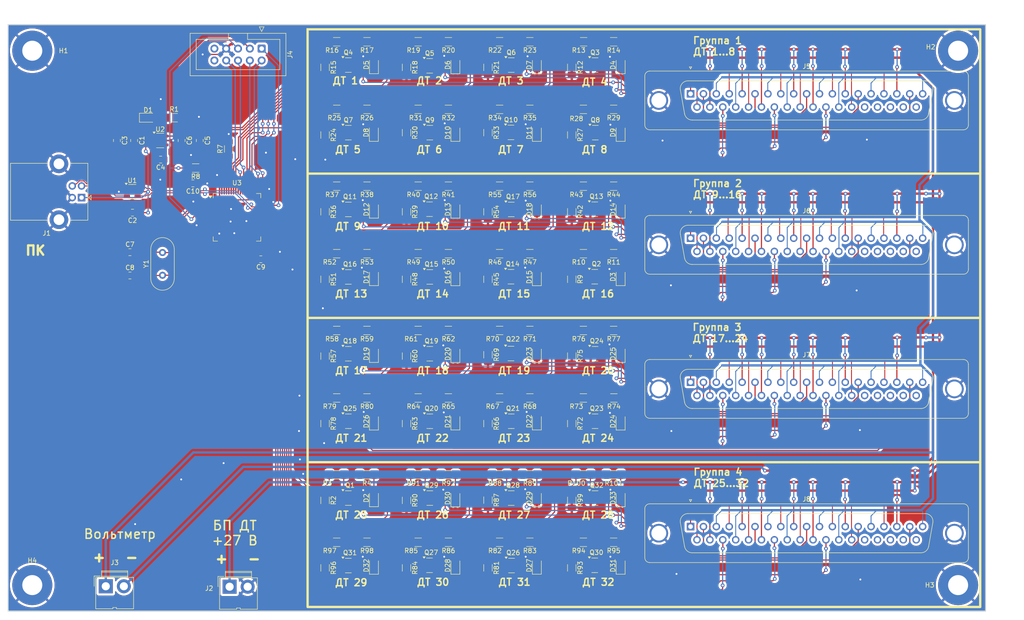
<source format=kicad_pcb>
(kicad_pcb (version 20240108) (generator "pcbnew") (generator_version "8.0")
  (layers (0 "F.Cu" signal) (31 "B.Cu" signal) (34 "B.Paste" user) (35 "F.Paste" user) (36 "B.SilkS" user "B.Silkscreen") (37 "F.SilkS" user "F.Silkscreen") (38 "B.Mask" user) (39 "F.Mask" user) (44 "Edge.Cuts" user))
  (net 0 "")
  (net 1 "Earth")
  (net 2 "Net-(D3-A)")
  (net 3 "Net-(D4-A)")
  (net 4 "Net-(D1-A)")
  (net 5 "Net-(D2-A)")
  (net 6 "Net-(D5-A)")
  (net 7 "Net-(D6-A)")
  (net 8 "Net-(D7-A)")
  (net 9 "Net-(D8-A)")
  (net 10 "/VOLTMETER_OUT_P")
  (net 11 "/VOLTMETER_OUT_N")
  (net 17 "/USB.U")
  (net 18 "RST")
  (net 19 "JTCK_SWCLK")
  (net 20 "JTDO_SWO")
  (net 21 "JTMS_SWDIO")
  (net 22 "JTRST")
  (net 23 "JTDI")
  (net 24 "/USB.D-")
  (net 25 "/USB.D+")
  (net 26 "Net-(D9-A)")
  (net 27 "Net-(D10-A)")
  (net 28 "Net-(D11-A)")
  (net 29 "Net-(D12-A)")
  (net 30 "Net-(D13-A)")
  (net 31 "Net-(D14-A)")
  (net 32 "Net-(D15-A)")
  (net 33 "Net-(D16-A)")
  (net 34 "Net-(D17-A)")
  (net 35 "Net-(D18-A)")
  (net 36 "Net-(D19-A)")
  (net 37 "Net-(D20-A)")
  (net 38 "/Switch_G1/27V_IN")
  (net 39 "Net-(D21-A)")
  (net 40 "Net-(D22-A)")
  (net 41 "Net-(D23-A)")
  (net 42 "Net-(D24-A)")
  (net 43 "Net-(D25-A)")
  (net 44 "Net-(D26-A)")
  (net 45 "Net-(D27-A)")
  (net 46 "Net-(D28-A)")
  (net 47 "Net-(D29-A)")
  (net 48 "Net-(D30-A)")
  (net 49 "Net-(D31-A)")
  (net 50 "Net-(D32-A)")
  (net 51 "/USBD-")
  (net 52 "/MCU/U_MCU")
  (net 53 "/USBD+")
  (net 71 "Net-(Q1-G)")
  (net 72 "Net-(Q2-G)")
  (net 73 "Net-(Q3-G)")
  (net 74 "Net-(Q4-G)")
  (net 75 "Net-(Q5-G)")
  (net 76 "Net-(Q6-G)")
  (net 77 "Net-(Q7-G)")
  (net 78 "Net-(Q8-G)")
  (net 79 "Net-(Q9-G)")
  (net 80 "Net-(Q10-G)")
  (net 81 "Net-(Q11-G)")
  (net 82 "Net-(Q12-G)")
  (net 83 "Net-(Q13-G)")
  (net 84 "Net-(Q14-G)")
  (net 85 "Net-(Q15-G)")
  (net 86 "Net-(Q16-G)")
  (net 87 "Net-(Q17-G)")
  (net 88 "Net-(Q18-G)")
  (net 89 "Net-(Q19-G)")
  (net 90 "Net-(Q20-G)")
  (net 91 "Net-(Q21-G)")
  (net 92 "Net-(Q22-G)")
  (net 93 "Net-(Q23-G)")
  (net 94 "Net-(Q24-G)")
  (net 95 "/MCU/SW1_{1}")
  (net 96 "/MCU/SW1_{2}")
  (net 97 "/MCU/SW1_{4}")
  (net 98 "/MCU/SW1_{3}")
  (net 99 "/MCU/SW1_{8}")
  (net 100 "/MCU/SW1_{5}")
  (net 101 "/MCU/SW1_{6}")
  (net 102 "/MCU/SW1_{7}")
  (net 103 "/MCU/SW2_{10}")
  (net 104 "/MCU/SW2_{12}")
  (net 105 "/MCU/SW2_{15}")
  (net 106 "/MCU/SW2_{11}")
  (net 107 "/MCU/SW2_{16}")
  (net 108 "/MCU/SW2_{9}")
  (net 109 "/MCU/SW3_{22}")
  (net 110 "/MCU/SW3_{19}")
  (net 111 "/MCU/SW3_{18}")
  (net 112 "/MCU/SW3_{17}")
  (net 113 "/MCU/SW3_{21}")
  (net 114 "/MCU/SW2_{14}")
  (net 115 "/MCU/SW2_{13}")
  (net 116 "/MCU/SW3_{23}")
  (net 117 "/MCU/SW3_{24}")
  (net 118 "/MCU/SW3_{20}")
  (net 119 "Net-(U2-BYP)")
  (net 120 "Net-(U3-VCAP_1)")
  (net 121 "Net-(D33-A)")
  (net 122 "Net-(Q25-G)")
  (net 123 "Net-(Q26-G)")
  (net 124 "Net-(Q27-G)")
  (net 125 "Net-(Q28-G)")
  (net 126 "Net-(Q29-G)")
  (net 127 "Net-(Q30-G)")
  (net 128 "Net-(Q31-G)")
  (net 129 "Net-(Q32-G)")
  (net 130 "Net-(U3-PH0)")
  (net 131 "Net-(U3-PH1)")
  (net 132 "Net-(U3-BOOT0)")
  (net 142 "/Switch_G1/DT1_{8}")
  (net 143 "/Switch_G1/DT1_{3}")
  (net 144 "/Switch_G1/DT1_{4}")
  (net 145 "/Switch_G1/DT1_{6}")
  (net 146 "/Switch_G1/DT1_{1}")
  (net 147 "/Switch_G1/DT1_{7}")
  (net 148 "/Switch_G1/DT1_{5}")
  (net 149 "/Switch_G1/DT1_{2}")
  (net 150 "/Switch_G2/DT2_{13}")
  (net 151 "/Switch_G2/DT2_{11}")
  (net 152 "/Switch_G2/DT2_{10}")
  (net 153 "/Switch_G2/DT2_{14}")
  (net 154 "/Switch_G2/DT2_{15}")
  (net 155 "/Switch_G2/DT2_{16}")
  (net 156 "/Switch_G2/DT2_{9}")
  (net 157 "/Switch_G2/DT2_{12}")
  (net 158 "/Switch_G3/DT3_{17}")
  (net 159 "/Switch_G3/DT3_{22}")
  (net 160 "/Switch_G3/DT3_{24}")
  (net 161 "/Switch_G3/DT3_{21}")
  (net 162 "/Switch_G3/DT3_{18}")
  (net 163 "/Switch_G3/DT3_{23}")
  (net 164 "/Switch_G3/DT3_{19}")
  (net 165 "/Switch_G3/DT3_{20}")
  (net 166 "/Switch_G4/DT4_{28}")
  (net 167 "/Switch_G4/DT4_{32}")
  (net 168 "/Switch_G4/DT4_{29}")
  (net 169 "/Switch_G4/DT4_{26}")
  (net 170 "/Switch_G4/DT4_{25}")
  (net 171 "/Switch_G4/DT4_{30}")
  (net 172 "/Switch_G4/DT4_{31}")
  (net 173 "/Switch_G4/DT4_{27}")
  (net 174 "/MCU/SW4_{25}")
  (net 175 "/MCU/SW4_{31}")
  (net 176 "/MCU/SW4_{30}")
  (net 177 "/MCU/SW4_{27}")
  (net 178 "/MCU/SW4_{26}")
  (net 179 "/MCU/SW4_{32}")
  (net 180 "/MCU/SW4_{29}")
  (net 181 "/MCU/SW4_{28}")
  (footprint "LED_SMD:LED_0805_2012Metric_Pad1.15x1.40mm_HandSolder" (layer "F.Cu") (at 197.5 116.025 90)
    (property "Reference" "D24")
    (property "Value" "KP-2012MGC")
  )
  (footprint "Resistor_SMD:R_1206_3216Metric_Pad1.30x1.75mm_HandSolder" (layer "F.Cu") (at 136.5 127.5 180)
    (property "Reference" "R3")
    (property "Value" "100")
  )
  (footprint "Resistor_SMD:R_1206_3216Metric_Pad1.30x1.75mm_HandSolder" (layer "F.Cu") (at 187 85.5 -90)
    (property "Reference" "R9")
    (property "Value" "10k")
  )
  (footprint "LED_SMD:LED_0805_2012Metric_Pad1.15x1.40mm_HandSolder" (layer "F.Cu") (at 179.5 85.025 90)
    (property "Reference" "D15")
    (property "Value" "KP-2012MGC")
  )
  (footprint "Resistor_SMD:R_1206_3216Metric_Pad1.30x1.75mm_HandSolder" (layer "F.Cu") (at 196 127.5 180)
    (property "Reference" "R101")
    (property "Value" "50")
  )
  (footprint "Resistor_SMD:R_1206_3216Metric_Pad1.30x1.75mm_HandSolder" (layer "F.Cu") (at 154 65.5 180)
    (property "Reference" "R40")
    (property "Value" "100")
  )
  (footprint "Resistor_SMD:R_1206_3216Metric_Pad1.30x1.75mm_HandSolder" (layer "F.Cu") (at 143 34.475 180)
    (property "Reference" "R17")
    (property "Value" "50")
  )
  (footprint "Connector_Dsub:DSUB-37_Male_Vertical_P2.77x2.84mm_MountingHoles" (layer "F.Cu") (at 212.52 138.63)
    (property "Reference" "J8")
    (property "Value" "DC37_Plug_MountingHoles")
  )
  (footprint "Package_TO_SOT_SMD:SOT-23" (layer "F.Cu") (at 174 132.5)
    (property "Reference" "Q28")
    (property "Value" "BSS138")
  )
  (footprint "Resistor_SMD:R_1206_3216Metric_Pad1.30x1.75mm_HandSolder" (layer "F.Cu") (at 171.5 111 180)
    (property "Reference" "R67")
    (property "Value" "100")
  )
  (footprint "Resistor_SMD:R_1206_3216Metric_Pad1.30x1.75mm_HandSolder" (layer "F.Cu") (at 178 142 180)
    (property "Reference" "R83")
    (property "Value" "50")
  )
  (footprint "Resistor_SMD:R_1206_3216Metric_Pad1.30x1.75mm_HandSolder" (layer "F.Cu") (at 154 80 180)
    (property "Reference" "R49")
    (property "Value" "100")
  )
  (footprint "Resistor_SMD:R_1206_3216Metric_Pad1.30x1.75mm_HandSolder" (layer "F.Cu") (at 151.5 147.5 -90)
    (property "Reference" "R84")
    (property "Value" "10k")
  )
  (footprint "LED_SMD:LED_0805_2012Metric_Pad1.15x1.40mm_HandSolder" (layer "F.Cu") (at 144.5 85 90)
    (property "Reference" "D17")
    (property "Value" "KP-2012MGC")
  )
  (footprint "MountingHole:MountingHole_4.3mm_M4_Pad_TopBottom" (layer "F.Cu") (at 71.1 151.2)
    (property "Reference" "H4")
    (property "Value" "MountingHole_Pad")
  )
  (footprint "Capacitor_SMD:C_0805_2012Metric" (layer "F.Cu") (at 98.68 59.7875 180)
    (property "Reference" "C4")
    (property "Value" "10nF")
  )
  (footprint "Resistor_SMD:R_1206_3216Metric_Pad1.30x1.75mm_HandSolder" (layer "F.Cu") (at 189.5 96.5 180)
    (property "Reference" "R76")
    (property "Value" "100")
  )
  (footprint "Resistor_SMD:R_1206_3216Metric_Pad1.30x1.75mm_HandSolder" (layer "F.Cu") (at 136.5 34.475 180)
    (property "Reference" "R16")
    (property "Value" "100")
  )
  (footprint "Package_TO_SOT_SMD:SOT-23" (layer "F.Cu") (at 191.9375 146.95)
    (property "Reference" "Q30")
    (property "Value" "BSS138")
  )
  (footprint "Package_TO_SOT_SMD:SOT-23" (layer "F.Cu") (at 156.5 101.5)
    (property "Reference" "Q19")
    (property "Value" "BSS138")
  )
  (footprint "LED_SMD:LED_0805_2012Metric_Pad1.15x1.40mm_HandSolder" (layer "F.Cu") (at 197.5 39.475 90)
    (property "Reference" "D4")
    (property "Value" "KP-2012MGC")
  )
  (footprint "LED_SMD:LED_0805_2012Metric_Pad1.15x1.40mm_HandSolder" (layer "F.Cu") (at 144.5 70.5 90)
    (property "Reference" "D12")
    (property "Value" "KP-2012MGC")
  )
  (footprint "Resistor_SMD:R_1206_3216Metric_Pad1.30x1.75mm_HandSolder" (layer "F.Cu") (at 136.5 49 180)
    (property "Reference" "R25")
    (property "Value" "100")
  )
  (footprint "Package_TO_SOT_SMD:SOT-23" (layer "F.Cu") (at 139 116)
    (property "Reference" "Q25")
    (property "Value" "BSS138")
  )
  (footprint "Package_TO_SOT_SMD:SOT-23" (layer "F.Cu") (at 192 116)
    (property "Reference" "Q23")
    (property "Value" "BSS138")
  )
  (footprint "Connector:JWT_A3963_1x02_P3.96mm_Vertical" (layer "F.Cu") (at 86.8925 151.45)
    (property "Reference" "J3")
    (property "Value" "Conn_01x02_Socket")
  )
  (footprint "Resistor_SMD:R_1206_3216Metric_Pad1.30x1.75mm_HandSolder" (layer "F.Cu") (at 169 147.5 -90)
    (property "Reference" "R81")
    (property "Value" "10k")
  )
  (footprint "Resistor_SMD:R_1206_3216Metric_Pad1.30x1.75mm_HandSolder" (layer "F.Cu") (at 143 127.5 180)
    (property "Reference" "R4")
    (property "Value" "50")
  )
  (footprint "Package_TO_SOT_SMD:SOT-23" (layer "F.Cu") (at 156.4375 70.45)
    (property "Reference" "Q12")
    (property "Value" "BSS138")
  )
  (footprint "Package_TO_SOT_SMD:SOT-23" (layer "F.Cu") (at 139 54)
    (property "Reference" "Q7")
    (property "Value" "BSS138")
  )
  (footprint "Resistor_SMD:R_1206_3216Metric_Pad1.30x1.75mm_HandSolder" (layer "F.Cu") (at 134 71 -90)
    (property "Reference" "R36")
    (property "Value" "10k")
  )
  (footprint "Capacitor_SMD:C_0805_2012Metric" (layer "F.Cu") (at 107.08 55.6875 -90)
    (property "Reference" "C5")
    (property "Value" "1uF")
  )
  (footprint "Resistor_SMD:R_1206_3216Metric_Pad1.30x1.75mm_HandSolder" (layer "F.Cu") (at 171.5 34.475 180)
    (property "Reference" "R22")
    (property "Value" "100")
  )
  (footprint "LED_SMD:LED_0805_2012Metric_Pad1.15x1.40mm_HandSolder" (layer "F.Cu") (at 179.5 101.5 90)
    (property "Reference" "D23")
    (property "Value" "KP-2012MGC")
  )
  (footprint "LED_SMD:LED_0805_2012Metric_Pad1.15x1.40mm_HandSolder" (layer "F.Cu") (at 179.5 147 90)
    (property "Reference" "D27")
    (property "Value" "KP-2012MGC")
  )
  (footprint "Resistor_SMD:R_1206_3216Metric_Pad1.30x1.75mm_HandSolder" (layer "F.Cu") (at 106.2 61.6 180)
    (property "Reference" "R8")
    (property "Value" "10k")
  )
  (footprint "Resistor_SMD:R_1206_3216Metric_Pad1.30x1.75mm_HandSolder" (layer "F.Cu") (at 143 80 180)
    (property "Reference" "R53")
    (property "Value" "50")
  )
  (footprint "Connector_Dsub:DSUB-37_Male_Vertical_P2.77x2.84mm_MountingHoles" (layer "F.Cu") (at 212.52 76.68)
    (property "Reference" "J6")
    (property "Value" "DC37_Plug_MountingHoles")
  )
  (footprint "Resistor_SMD:R_1206_3216Metric_Pad1.30x1.75mm_HandSolder" (layer "F.Cu") (at 189.5 49 180)
    (property "Reference" "R28")
    (property "Value" "100")
  )
  (footprint "Package_TO_SOT_SMD:SOT-23" (layer "F.Cu") (at 156.5 132.5)
    (property "Reference" "Q29")
    (property "Value" "BSS138")
  )
  (footprint "Resistor_SMD:R_1206_3216Metric_Pad1.30x1.75mm_HandSolder" (layer "F.Cu") (at 169 116.5 -90)
    (property "Reference" "R66")
    (property "Value" "10k")
  )
  (footprint "Resistor_SMD:R_1206_3216Metric_Pad1.30x1.75mm_HandSolder" (layer "F.Cu") (at 189.55 34.475 180)
    (property "Reference" "R13")
    (property "Value" "100")
  )
  (footprint "LED_SMD:LED_0805_2012Metric_Pad1.15x1.40mm_HandSolder" (layer "F.Cu") (at 197.5 85 90)
    (property "Reference" "D3")
    (property "Value" "KP-2012MGC")
  )
  (footprint "Resistor_SMD:R_1206_3216Metric_Pad1.30x1.75mm_HandSolder" (layer "F.Cu") (at 151.5 102 -90)
    (property "Reference" "R60")
    (property "Value" "10k")
  )
  (footprint "LED_SMD:LED_0805_2012Metric_Pad1.15x1.40mm_HandSolder" (layer "F.Cu") (at 179.5 116 90)
    (property "Reference" "D22")
    (property "Value" "KP-2012MGC")
  )
  (footprint "Package_TO_SOT_SMD:SOT-23" (layer "F.Cu") (at 156.47 39.65)
    (property "Reference" "Q5")
    (property "Value" "BSS138")
  )
  (footprint "LED_SMD:LED_0805_2012Metric_Pad1.15x1.40mm_HandSolder" (layer "F.Cu") (at 179.5 54 90)
    (property "Reference" "D11")
    (property "Value" "KP-2012MGC")
  )
  (footprint "Resistor_SMD:R_1206_3216Metric_Pad1.30x1.75mm_HandSolder" (layer "F.Cu") (at 196 142 180)
    (property "Reference" "R95")
    (property "Value" "50")
  )
  (footprint "Package_TO_SOT_SMD:SOT-23" (layer "F.Cu") (at 156.5 54)
    (property "Reference" "Q9")
    (property "Value" "BSS138")
  )
  (footprint "Resistor_SMD:R_1206_3216Metric_Pad1.30x1.75mm_HandSolder" (layer "F.Cu") (at 196 65.5 180)
    (property "Reference" "R44")
    (property "Value" "50")
  )
  (footprint "LED_SMD:LED_0805_2012Metric_Pad1.15x1.40mm_HandSolder" (layer "F.Cu") (at 144.475 54 90)
    (property "Reference" "D8")
    (property "Value" "KP-2012MGC")
  )
  (footprint "Resistor_SMD:R_1206_3216Metric_Pad1.30x1.75mm_HandSolder" (layer "F.Cu") (at 151.5 71 -90)
    (property "Reference" "R39")
    (property "Value" "10k")
  )
  (footprint "Resistor_SMD:R_1206_3216Metric_Pad1.30x1.75mm_HandSolder" (layer "F.Cu") (at 151.5 54 -90)
    (property "Reference" "R30")
    (property "Value" "10k")
  )
  (footprint "Resistor_SMD:R_1206_3216Metric_Pad1.30x1.75mm_HandSolder" (layer "F.Cu") (at 143 96.5 180)
    (property "Reference" "R59")
    (property "Value" "50")
  )
  (footprint "Resistor_SMD:R_1206_3216Metric_Pad1.30x1.75mm_HandSolder" (layer "F.Cu") (at 154 49 180)
    (property "Reference" "R31")
    (property "Value" "100")
  )
  (footprint "Resistor_SMD:R_1206_3216Metric_Pad1.30x1.75mm_HandSolder" (layer "F.Cu") (at 154 34.475 180)
    (property "Reference" "R19")
    (property "Value" "100")
  )
  (footprint "Resistor_SMD:R_1206_3216Metric_Pad1.30x1.75mm_HandSolder" (layer "F.Cu") (at 178 65.5 180)
    (property "Reference" "R56")
    (property "Value" "50")
  )
  (footprint "LED_SMD:LED_0805_2012Metric_Pad1.15x1.40mm_HandSolder" (layer "F.Cu") (at 197.5 70.5 90)
    (property "Reference" "D14")
    (property "Value" "KP-2012MGC")
  )
  (footprint "LED_SMD:LED_0805_2012Metric_Pad1.15x1.40mm_HandSolder" (layer "F.Cu") (at 162 70.5 90)
    (property "Reference" "D13")
    (property "Value" "KP-2012MGC")
  )
  (footprint "Resistor_SMD:R_1206_3216Metric_Pad1.30x1.75mm_HandSolder" (layer "F.Cu") (at 151.5 39.975 -90)
    (property "Reference" "R18")
    (property "Value" "10k")
  )
  (footprint "Package_TO_SOT_SMD:SOT-23" (layer "F.Cu") (at 156.4375 146.95)
    (property "Reference" "Q27")
    (property "Value" "BSS138")
  )
  (footprint "Resistor_SMD:R_1206_3216Metric_Pad1.30x1.75mm_HandSolder" (layer "F.Cu") (at 171.5 65.5 180)
    (property "Reference" "R55")
    (property "Value" "100")
  )
  (footprint "Resistor_SMD:R_1206_3216Metric_Pad1.30x1.75mm_HandSolder" (layer "F.Cu") (at 134 39.975 -90)
    (property "Reference" "R15")
    (property "Value" "10k")
  )
  (footprint "Connector_USB:USB_B_Lumberg_2411_02_Horizontal" (layer "F.Cu") (at 81.6875 67.95 180)
    (property "Reference" "J1")
    (property "Value" "USB_B")
  )
  (footprint "Resistor_SMD:R_1206_3216Metric_Pad1.30x1.75mm_HandSolder" (layer "F.Cu") (at 169 85.5 -90)
    (property "Reference" "R45")
    (property "Value" "10k")
  )
  (footprint "Resistor_SMD:R_1206_3216Metric_Pad1.30x1.75mm_HandSolder" (layer "F.Cu") (at 113.3 57.5 90)
    (property "Reference" "R7")
    (property "Value" "10k")
  )
  (footprint "Package_TO_SOT_SMD:SOT-23" (layer "F.Cu") (at 191.9375 70.45)
    (property "Reference" "Q13")
    (property "Value" "BSS138")
  )
  (footprint "Resistor_SMD:R_1206_3216Metric_Pad1.30x1.75mm_HandSolder" (layer "F.Cu") (at 187 147.5 -90)
    (property "Reference" "R93")
    (property "Value" "10k")
  )
  (footprint "Package_TO_SOT_SMD:SOT-23" (layer "F.Cu") (at 139 70.5)
    (property "Reference" "Q11")
    (property "Value" "BSS138")
  )
  (footprint "Package_QFP:LQFP-64_10x10mm_P0.5mm" (layer "F.Cu") (at 115.08 72.1875)
    (property "Reference" "U3")
    (property "Value" "STM32F446RETx")
  )
  (footprint "Resistor_SMD:R_1206_3216Metric_Pad1.30x1.75mm_HandSolder" (layer "F.Cu") (at 171.5 49 180)
    (property "Reference" "R34")
    (property "Value" "100")
  )
  (footprint "Resistor_SMD:R_1206_3216Metric_Pad1.30x1.75mm_HandSolder" (layer "F.Cu") (at 196 96.5 180)
    (property "Reference" "R77")
    (property "Value" "50")
  )
  (footprint "LED_SMD:LED_0805_2012Metric_Pad1.15x1.40mm_HandSolder" (layer "F.Cu") (at 162 85.025 90)
    (property "Reference" "D16")
    (property "Value" "KP-2012MGC")
  )
  (footprint "Resistor_SMD:R_1206_3216Metric_Pad1.30x1.75mm_HandSolder" (layer "F.Cu") (at 151.5 116.5 -90)
    (property "Reference" "R63")
    (property "Value" "10k")
  )
  (footprint "Resistor_SMD:R_1206_3216Metric_Pad1.30x1.75mm_HandSolder" (layer "F.Cu") (at 178 127.5 180)
    (property "Reference" "R89")
    (property "Value" "50")
  )
  (footprint "LED_SMD:LED_0805_2012Metric_Pad1.15x1.40mm_HandSolder" (layer "F.Cu") (at 179.5 70.5 90)
    (property "Reference" "D18")
    (property "Value" "KP-2012MGC")
  )
  (footprint "Connector_Dsub:DSUB-37_Male_Vertical_P2.77x2.84mm_MountingHoles" (layer "F.Cu") (at 212.52 107.63)
    (property "Reference" "J7")
    (property "Value" "DC37_Plug_MountingHoles")
  )
  (footprint "Resistor_SMD:R_1206_3216Metric_Pad1.30x1.75mm_HandSolder" (layer "F.Cu") (at 169 132.95 -90)
    (property "Reference" "R87")
    (property "Value" "10k")
  )
  (footprint "LED_SMD:LED_0805_2012Metric_Pad1.15x1.40mm_HandSolder" (layer "F.Cu") (at 162 39.475 90)
    (property "Reference" "D6")
    (property "Value" "KP-2012MGC")
  )
  (footprint "Resistor_SMD:R_1206_3216Metric_Pad1.30x1.75mm_HandSolder" (layer "F.Cu") (at 154 96.5 180)
    (property "Reference" "R61")
    (property "Value" "100")
  )
  (footprint "Resistor_SMD:R_1206_3216Metric_Pad1.30x1.75mm_HandSolder" (layer "F.Cu") (at 187 133 -90)
    (property "Reference" "R99")
    (property "Value" "10k")
  )
  (footprint "Package_TO_SOT_SMD:SOT-23" (layer "F.Cu") (at 191.9375 84.95)
    (property "Reference" "Q2")
    (property "Value" "BSS138")
  )
  (footprint "LED_SMD:LED_0805_2012Metric_Pad1.15x1.40mm_HandSolder" (layer "F.Cu") (at 144.5 132.5 90)
    (property "Reference" "D2")
    (property "Value" "KP-2012MGC")
  )
  (footprint "Resistor_SMD:R_1206_3216Metric_Pad1.30x1.75mm_HandSolder" (layer "F.Cu") (at 171.5 96.5 180)
    (property "Reference" "R70")
    (property "Value" "100")
  )
  (footprint "Package_TO_SOT_SMD:SOT-23" (layer "F.Cu") (at 192 39.475)
    (property "Reference" "Q3")
    (property "Value" "BSS138")
  )
  (footprint "LED_SMD:LED_0805_2012Metric_Pad1.15x1.40mm_HandSolder" (layer "F.Cu") (at 197.5 132.5 90)
    (property "Reference" "D33")
    (property "Value" "KP-2012MGC")
  )
  (footprint "Resistor_SMD:R_1206_3216Metric_Pad1.30x1.75mm_HandSolder" (layer "F.Cu") (at 136.5 142 180)
    (property "Reference" "R97")
    (property "Value" "100")
  )
  (footprint "Resistor_SMD:R_1206_3216Metric_Pad1.30x1.75mm_HandSolder" (layer "F.Cu") (at 189.5 65.5 180)
    (property "Reference" "R43")
    (property "Value" "100")
  )
  (footprint "Resistor_SMD:R_1206_3216Metric_Pad1.30x1.75mm_HandSolder" (layer "F.Cu") (at 178 80 180)
    (property "Reference" "R47")
    (property "Value" "50")
  )
  (footprint "LED_SMD:LED_0805_2012Metric_Pad1.15x1.40mm_HandSolder" (layer "F.Cu") (at 144.5 39.475 90)
    (property "Reference" "D5")
    (property "Value" "KP-2012MGC")
  )
  (footprint "Resistor_SMD:R_1206_3216Metric_Pad1.30x1.75mm_HandSolder" (layer "F.Cu") (at 143 142 180)
    (property "Reference" "R98")
    (property "Value" "50")
  )
  (footprint "Resistor_SMD:R_1206_3216Metric_Pad1.30x1.75mm_HandSolder" (layer "F.Cu") (at 134 147.5 -90)
    (property "Reference" "R96")
    (property "Value" "10k")
  )
  (footprint "Connector:JWT_A3963_1x02_P3.96mm_Vertical" (layer "F.Cu") (at 113.4925 151.55)
    (property "Reference" "J2")
    (property "Value" "Conn_01x02_Socket")
  )
  (footprint "Resistor_SMD:R_1206_3216Metric_Pad1.30x1.75mm_HandSolder" (layer "F.Cu") (at 178 111 180)
    (property "Reference" "R68")
    (property "Value" "50")
  )
  (footprint "LED_SMD:LED_0805_2012Metric_Pad1.15x1.40mm_HandSolder" (layer "F.Cu") (at 162 101.525 90)
    (property "Reference" "D20")
    (property "Value" "KP-2012MGC")
  )
  (footprint "Resistor_SMD:R_1206_3216Metric_Pad1.30x1.75mm_HandSolder" (layer "F.Cu") (at 151.5 133 -90)
    (property "Reference" "R90")
    (property "Value" "10k")
  )
  (footprint "Package_TO_SOT_SMD:SOT-23" (layer "F.Cu") (at 139 85)
    (property "Reference" "Q16")
    (property "Value" "BSS138")
  )
  (footprint "Resistor_SMD:R_1206_3216Metric_Pad1.30x1.75mm_HandSolder" (layer "F.Cu") (at 151.5 85.5 -90)
    (property "Reference" "R48")
    (property "Value" "10k")
  )
  (footprint "Resistor_SMD:R_1206_3216Metric_Pad1.30x1.75mm_HandSolder" (layer "F.Cu") (at 178 96.5 180)
    (property "Reference" "R71")
    (property "Value" "50")
  )
  (footprint "Resistor_SMD:R_1206_3216Metric_Pad1.30x1.75mm_HandSolder" (layer "F.Cu") (at 134 85.5 -90)
    (property "Reference" "R51")
    (property "Value" "10k")
  )
  (footprint "Resistor_SMD:R_1206_3216Metric_Pad1.30x1.75mm_HandSolder" (layer "F.Cu") (at 189.5 127.5 180)
    (property "Reference" "R100")
    (property "Value" "100")
  )
  (footprint "Capacitor_SMD:C_0805_2012Metric" (layer "F.Cu") (at 92.63 71.1875 180)
    (property "Reference" "C2")
    (property "Value" "100nF")
  )
  (footprint "Resistor_SMD:R_1206_3216Metric_Pad1.30x1.75mm_HandSolder" (layer "F.Cu") (at 169 101.71 -90)
    (property "Reference" "R69")
    (property "Value" "10k")
  )
  (footprint "Resistor_SMD:R_1206_3216Metric_Pad1.30x1.75mm_HandSolder" (layer "F.Cu") (at 154 127.5 180)
    (property "Reference" "R91")
    (property "Value" "100")
  )
  (footprint "Connector_IDC:IDC-Header_2x05_P2.54mm_Vertical" (layer "F.Cu") (at 120.38 35.9475 -90)
    (property "Reference" "J4")
    (property "Value" "Conn_02x05_Odd_Even")
  )
  (footprint "Resistor_SMD:R_1206_3216Metric_Pad1.30x1.75mm_HandSolder" (layer "F.Cu") (at 171.5 142 180)
    (property "Reference" "R82")
    (property "Value" "100")
  )
  (footprint "LED_SMD:LED_0805_2012Metric_Pad1.15x1.40mm_HandSolder" (layer "F.Cu") (at 162 116 90)
    (property "Reference" "D21")
    (property "Value" "KP-2012MGC")
  )
  (footprint "Package_TO_SOT_SMD:SOT-23" (layer "F.Cu") (at 174 116)
    (property "Reference" "Q21")
    (property "Value" "BSS138")
  )
  (footprint "Resistor_SMD:R_1206_3216Metric_Pad1.30x1.75mm_HandSolder" (layer "F.Cu") (at 169 54 -90)
    (property "Reference" "R33")
    (property "Value" "10k")
  )
  (footprint "Package_TO_SOT_SMD:SOT-23" (layer "F.Cu") (at 173.9375 101.45)
    (property "Reference" "Q22")
    (property "Value" "BSS138")
  )
  (footprint "Resistor_SMD:R_1206_3216Metric_Pad1.30x1.75mm_HandSolder" (layer "F.Cu") (at 196 80 180)
    (property "Reference" "R11")
    (property "Value" "50")
  )
  (footprint "Resistor_SMD:R_1206_3216Metric_Pad1.30x1.75mm_HandSolder" (layer "F.Cu") (at 143 65.5 180)
    (property "Reference" "R38")
    (property "Value" "50")
  )
  (footprint "MountingHole:MountingHole_4.3mm_M4_Pad_TopBottom" (layer "F.Cu") (at 71.1 36.4)
    (property "Reference" "H1")
    (property "Value" "MountingHole_Pad")
  )
  (footprint "Package_TO_SOT_SMD:SOT-23" (layer "F.Cu") (at 173.9375 53.95)
    (property "Reference" "Q10")
    (property "Value" "BSS138")
  )
  (footprint "LED_SMD:LED_0805_2012Metric_Pad1.15x1.40mm_HandSolder" (layer "F.Cu") (at 179.5 132.5 90)
    (property "Reference" "D29")
    (property "Value" "KP-2012MGC")
  )
  (footprint "Resistor_SMD:R_1206_3216Metric_Pad1.30x1.75mm_HandSolder" (layer "F.Cu") (at 134 102 -90)
    (property "Reference" "R57")
    (property "Value" "10k")
  )
  (footprint "Resistor_SMD:R_1206_3216Metric_Pad1.30x1.75mm_HandSolder" (layer "F.Cu") (at 136.5 65.5 180)
    (property "Reference" "R37")
    (property "Value" "100")
  )
  (footprint "Resistor_SMD:R_1206_3216Metric_Pad1.30x1.75mm_HandSolder" (layer "F.Cu") (at 160.5 34.475 180)
    (property "Reference" "R20")
    (property "Value" "50")
  )
  (footprint "Resistor_SMD:R_1206_3216Metric_Pad1.30x1.75mm_HandSolder" (layer "F.Cu") (at 171.5 127.5 180)
    (property "Reference" "R88")
    (property "Value" "100")
  )
  (footprint "Resistor_SMD:R_1206_3216Metric_Pad1.30x1.75mm_HandSolder" (layer "F.Cu") (at 136.5 96.5 180)
    (property "Reference" "R58")
    (property "Value" "100")
  )
  (footprint "Package_TO_SOT_SMD:SOT-23" (layer "F.Cu") (at 139 39.475)
    (property "Reference" "Q4")
    (property "Value" "BSS138")
  )
  (footprint "Resistor_SMD:R_1206_3216Metric_Pad1.30x1.75mm_HandSolder" (layer "F.Cu") (at 189.5 111 180)
    (property "Reference" "R73")
    (property "Value" "100")
  )
  (footprint "Package_TO_SOT_SMD:SOT-23" (layer "F.Cu") (at 174 70.5)
    (property "Reference" "Q17")
    (property "Value" "BSS138")
  )
  (footprint "Resistor_SMD:R_1206_3216Metric_Pad1.30x1.75mm_HandSolder" (layer "F.Cu") (at 169 71 -90)
    (property "Reference" "R54")
    (property "Value" "10k")
  )
  (footprint "MountingHole:MountingHole_4.3mm_M4_Pad_TopBottom" (layer "F.Cu") (at 270 36.4)
    (property "Reference" "H2")
    (property "Value" "MountingHole_Pad")
  )
  (footprint "Resistor_SMD:R_1206_3216Metric_Pad1.30x1.75mm_HandSolder" (layer "F.Cu") (at 134 116.5 -90)
    (property "Reference" "R78")
    (property "Value" "10k")
  )
  (footprint "Package_TO_SOT_SMD:SOT-23-5" (layer "F.Cu") (at 98.58 55.6875)
    (property "Reference" "U2")
    (property "Value" "LD3985M33R_SOT23")
  )
  (footprint "LED_SMD:LED_0805_2012Metric_Pad1.15x1.40mm_HandSolder" (layer "F.Cu") (at 197.5 54 90)
    (property "Reference" "D9")
    (property "Value" "KP-2012MGC")
  )
  (footprint "LED_SMD:LED_0805_2012Metric_Pad1.15x1.40mm_HandSolder" (layer "F.Cu") (at 162 132.525 90)
    (property "Reference" "D30")
    (property "Value" "KP-2012MGC")
  )
  (footprint "LED_SMD:LED_0805_2012Metric_Pad1.15x1.40mm_HandSolder" (layer "F.Cu") (at 197.5 101.5 90)
    (property "Reference" "D25")
    (property "Value" "KP-2012MGC")
  )
  (footprint "Resistor_SMD:R_1206_3216Metric_Pad1.30x1.75mm_HandSolder" (layer "F.Cu") (at 196.05 111 180)
    (property "Reference" "R74")
    (property "Value" "50")
  )
  (footprint "Package_TO_SOT_SMD:SOT-23" (layer "F.Cu") (at 192 132.5)
    (property "Reference" "Q32")
    (property "Value" "BSS138")
  )
  (footprint "Resistor_SMD:R_1206_3216Metric_Pad1.30x1.75mm_HandSolder" (layer "F.Cu") (at 189.5 80 180)
    (property "Reference" "R10")
    (property "Value" "100")
  )
  (footprint "Resistor_SMD:R_1206_3216Metric_Pad1.30x1.75mm_HandSolder" (layer "F.Cu") (at 160.5 49 180)
    (property "Reference" "R32")
    (property "Value" "50")
  )
  (footprint "Resistor_SMD:R_1206_3216Metric_Pad1.30x1.75mm_HandSolder" (layer "F.Cu") (at 187 116.5 -90)
    (property "Reference" "R72")
    (property "Value" "10k")
  )
  (footprint "Package_TO_SOT_SMD:SOT-23" (layer "F.Cu") (at 174 39.475)
    (property "Reference" "Q6")
    (property "Value" "BSS138")
  )
  (footprint "LED_SMD:LED_0805_2012Metric_Pad1.15x1.40mm_HandSolder" (layer "F.Cu") (at 144.5 116.025 90)
    (property "Reference" "D26")
    (property "Value" "KP-2012MGC")
  )
  (footprint "Resistor_SMD:R_1206_3216Metric_Pad1.30x1.75mm_HandSolder" (layer "F.Cu") (at 134 54.5 -90)
    (property "Reference" "R24")
    (property "Value" "10k")
  )
  (footprint "Resistor_SMD:R_1206_3216Metric_Pad1.30x1.75mm_HandSolder" (layer "F.Cu") (at 160.5 96.5 180)
    (property "Reference" "R62")
    (property "Value" "50")
  )
  (footprint "Resistor_SMD:R_1206_3216Metric_Pad1.30x1.75mm_HandSolder" (layer "F.Cu") (at 196 49 180)
    (property "Reference" "R29")
    (property "Value" "50")
  )
  (footprint "Resistor_SMD:R_1206_3216Metric_Pad1.30x1.75mm_HandSolder" (layer "F.Cu") (at 178 34.475 180)
    (property "Reference" "R23")
    (property "Value" "50")
  )
  (footprint "Resistor_SMD:R_1206_3216Metric_Pad1.30x1.75mm_HandSolder" (layer "F.Cu") (at 178 49 180)
    (property "Reference" "R35")
    (property "Value" "50")
  )
  (footprint "LED_SMD:LED_0805_2012Metric_Pad1.15x1.40mm_HandSolder" (layer "F.Cu") (at 144.5 101.5 90)
    (property "Reference" "D19")
    (property "Value" "KP-2012MGC")
  )
  (footprint "Resistor_SMD:R_1206_3216Metric_Pad1.30x1.75mm_HandSolder" (layer "F.Cu") (at 169 39.975 -90)
    (property "Reference" "R21")
    (property "Value" "10k")
  )
  (footprint "Resistor_SMD:R_1206_3216Metric_Pad1.30x1.75mm_HandSolder" (layer "F.Cu") (at 160.5 111 180)
    (property "Reference" "R65")
    (property "Value" "50")
  )
  (footprint "Resistor_SMD:R_1206_3216Metric_Pad1.30x1.75mm_HandSolder" (layer "F.Cu") (at 187 39.975 -90)
    (property "Reference" "R12")
    (property "Value" "10k")
  )
  (footprint "Package_TO_SOT_SMD:SOT-23" (layer "F.Cu") (at 156.5 85)
    (property "Reference" "Q15")
    (property "Value" "BSS138")
  )
  (footprint "Resistor_SMD:R_1206_3216Metric_Pad1.30x1.75mm_HandSolder" (layer "F.Cu") (at 134 133 -90)
    (property "Reference" "R2")
    (property "Value" "10k")
  )
  (footprint "Resistor_SMD:R_1206_3216Metric_Pad1.30x1.75mm_HandSolder" (layer "F.Cu") (at 101.58 50.7875)
    (property "Reference" "R1")
    (property "Value" "50")
  )
  (footprint "Resistor_SMD:R_1206_3216Metric_Pad1.30x1.75mm_HandSolder" (layer "F.Cu") (at 187 71 -90)
    (property "Reference" "R42")
    (property "Value" "10k")
  )
  (footprint "Capacitor_SMD:C_0805_2012Metric" (layer "F.Cu") (at 89.28 55.6875 -90)
    (property "Reference" "C3")
    (property "Value" "100nF")
  )
  (footprint "Package_TO_SOT_SMD:SOT-23" (layer "F.Cu") (at 174.0625 147)
    (property "Reference" "Q26")
    (property "Value" "BSS138")
  )
  (footprint "Package_TO_SOT_SMD:SOT-23" (layer "F.Cu") (at 173.9375 84.95)
    (property "Reference" "Q14")
    (property "Value" "BSS138")
  )
  (footprint "Capacitor_SMD:C_0805_2012Metric_Pad1.18x1.45mm_HandSolder" (layer "F.Cu") (at 92.08 79.6875)
    (property "Reference" "C7")
    (property "Value" "20pF")
  )
  (footprint "Package_TO_SOT_SMD:SOT-23" (layer "F.Cu") (at 192.0625 54)
    (property "Reference" "Q8")
    (property "Value" "BSS138")
  )
  (footprint "Resistor_SMD:R_1206_3216Metric_Pad1.30x1.75mm_HandSolder" (layer "F.Cu") (at 160.5 80 180)
    (property "Reference" "R50")
    (property "Value" "50")
  )
  (footprint "LED_SMD:LED_0805_2012Metric_Pad1.15x1.40mm_HandSolder" (layer "F.Cu") (at 197.5 147 90)
    (property "Reference" "D31")
    (property "Value" "KP-2012MGC")
  )
  (footprint "Package_TO_SOT_SMD:SOT-23" (layer "F.Cu") (at 139 147)
    (property "Reference" "Q31")
    (property "Value" "BSS138")
  )
  (footprint "Capacitor_SMD:C_0805_2012Metric_Pad1.18x1.45mm_HandSolder" (layer "F.Cu") (at 120.2 81.2 180)
    (property "Reference" "C9")
    (property "Value" "4.7uF GRM21BR71C475KA73L")
  )
  (footprint "Package_TO_SOT_SMD:SOT-23-6" (layer "F.Cu") (at 92.58 66.6875)
    (property "Reference" "U1")
    (property "Value" "USBLC6-2SC6")
  )
  (footprint "Resistor_SMD:R_1206_3216Metric_Pad1.30x1.75mm_HandSolder" (layer "F.Cu") (at 189.5 142 180)
    (property "Reference" "R94")
    (property "Value" "100")
  )
  (footprint "Package_TO_SOT_SMD:SOT-23" (layer "F.Cu") (at 139 132.5)
    (property "Reference" "Q1")
    (property "Value" "BSS138")
  )
  (footprint "Package_TO_SOT_SMD:SOT-23" (layer "F.Cu") (at 192 101.5)
    (property "Reference" "Q24")
    (property "Value" "BSS138")
  )
  (footprint "MountingHole:MountingHole_4.3mm_M4_Pad_TopBottom" (layer "F.Cu") (at 270 151.2)
    (property "Reference" "H3")
    (property "Value" "MountingHole_Pad")
  )
  (footprint "Resistor_SMD:R_1206_3216Metric_Pad1.30x1.75mm_HandSolder" (layer "F.Cu") (at 187 54.5 -90)
    (property "Reference" "R27")
    (property "Value" "10k")
  )
  (footprint "LED_SMD:LED_0805_2012Metric_Pad1.15x1.40mm_HandSolder" (layer "F.Cu") (at 162 54 90)
    (property "Reference" "D10")
    (property "Value" "KP-2012MGC")
  )
  (footprint "Capacitor_SMD:C_0805_2012Metric" (layer "F.Cu") (at 103.18 55.6875 -90)
    (property "Reference" "C6")
    (property "Value" "100nF")
  )
  (footprint "Resistor_SMD:R_1206_3216Metric_Pad1.30x1.75mm_HandSolder" (layer "F.Cu") (at 143 49 180)
    (property "Reference" "R26")
    (property "Value" "50")
  )
  (footprint "Capacitor_SMD:C_0805_2012Metric_Pad1.18x1.45mm_HandSolder" (layer "F.Cu") (at 105.6 64.9 180)
    (property "Reference" "C10")
    (property "Value" "100uF")
  )
  (footprint "Resistor_SMD:R_1206_3216Metric_Pad1.30x1.75mm_HandSolder" (layer "F.Cu") (at 154 111 180)
    (property "Reference" "R64")
    (property "Value" "100")
  )
  (footprint "LED_SMD:LED_0805_2012Metric_Pad1.15x1.40mm_HandSolder" (layer "F.Cu") (at 144.5 147 90)
    (property "Reference" "D32")
    (property "Value" "KP-2012MGC")
  )
  (footprint "Capacitor_SMD:C_0805_2012Metric" (layer "F.Cu") (at 92.98 55.6875 -90)
    (property "Reference" "C1")
    (property "Value" "1uF")
  )
  (footprint "Resistor_SMD:R_1206_3216Metric_Pad1.30x1.75mm_HandSolder" (layer "F.Cu") (at 187 102 -90)
    (property "Reference" "R75")
    (property "Value" "10k")
  )
  (footprint "LED_SMD:LED_0805_2012Metric_Pad1.15x1.40mm_HandSolder" (layer "F.Cu") (at 162 147 90)
    (property "Reference" "D28")
    (property "Value" "KP-2012MGC")
  )
  (footprint "Crystal:Crystal_HC49-U_Vertical" (layer "F.Cu") (at 99.08 84.6375 90)
    (property "Reference" "Y1")
    (property "Value" "Crystal")
  )
  (footprint "Package_TO_SOT_SMD:SOT-23" (layer "F.Cu") (at 156.5 116)
    (property "Reference" "Q20")
    (property "Value" "BSS138")
  )
  (footprint "Resistor_SMD:R_1206_3216Metric_Pad1.30x1.75mm_HandSolder" (layer "F.Cu") (at 160.5 65.5 180)
    (property "Reference" "R41")
    (property "Value" "50")
  )
  (footprint "Connector_Dsub:DSUB-37_Male_Vertical_P2.77x2.84mm_MountingHoles" (layer "F.Cu") (at 212.52 45.66)
    (property "Reference" "J5")
    (property "Value" "DC37_Plug_MountingHoles")
  )
  (footprint "Resistor_SMD:R_1206_3216Metric_Pad1.30x1.75mm_HandSolder" (layer "F.Cu") (at 160.5 142 180)
    (property "Reference" "R86")
    (property "Value" "50")
  )
  (footprint "Capacitor_SMD:C_0805_2012Metric_Pad1.18x1.45mm_HandSolder" (layer "F.Cu") (at 92.08 84.6875)
    (property "Reference" "C8")
    (property "Value" "20pF")
  )
  (footprint "Resistor_SMD:R_1206_3216Metric_Pad1.30x1.75mm_HandSolder" (layer "F.Cu") (at 154 142 180)
    (property "Reference" "R85")
    (property "Value" "100")
  )
  (footprint "Package_TO_SOT_SMD:SOT-23" (layer "F.Cu") (at 139 101.5)
    (property "Reference" "Q18")
    (property "Value" "BSS138")
  )
  (footprint "LED_SMD:LED_0805_2012Metric_Pad1.15x1.40mm_HandSolder" (layer "F.Cu") (at 179.5 39.475 90)
    (property "Reference" "D7")
    (property "Value" "KP-2012MGC")
  )
  (footprint "Resistor_SMD:R_1206_3216Metric_Pad1.30x1.75mm_HandSolder" (layer "F.Cu") (at 171.5 80 180)
    (property "Reference" "R46")
    (property "Value" "100")
  )
  (footprint "Resistor_SMD:R_1206_3216Metric_Pad1.30x1.75mm_HandSolder" (layer "F.Cu") (at 136.5 111 180)
    (property "Reference" "R79")
    (property "Value" "100")
  )
  (footprint "Resistor_SMD:R_1206_3216Metric_Pad1.30x1.75mm_HandSolder" (layer "F.Cu") (at 143 111 180)
    (property "Reference" "R80")
    (property "Value" "50")
  )
  (footprint "Resistor_SMD:R_1206_3216Metric_Pad1.30x1.75mm_HandSolder" (layer "F.Cu") (at 136.5 80 180)
    (property "Reference" "R52")
    (property "Value" "100")
  )
  (footprint "Resistor_SMD:R_1206_3216Metric_Pad1.30x1.75mm_HandSolder" (layer "F.Cu") (at 160.5 127.5 180)
    (property "Reference" "R92")
    (property "Value" "50")
  )
  (footprint "LED_SMD:LED_0805_2012Metric_Pad1.15x1.40mm_HandSolder" (layer "F.Cu") (at 95.98 50.7875)
    (property "Reference" "D1")
    (property "Value" "KP-2012MGC")
  )
  (footprint "Resistor_SMD:R_1206_3216Metric_Pad1.30x1.75mm_HandSolder" (layer "F.Cu") (at 196 34.475 180)
    (property "Reference" "R14")
    (property "Value" "50")
  )
  (gr_line (start 130.3 62.8) (end 274.7 62.8) (stroke (width 0.5)) (layer "F.SilkS"))
  (gr_line (start 130.3 93.8) (end 274.7 93.8) (stroke (width 0.5)) (layer "F.SilkS"))
  (gr_rect (start 130.25 31.8) (end 274.75 155.9) (stroke (width 0.5)) (fill none) (layer "F.SilkS"))
  (gr_line (start 130.3 124.8) (end 274.7 124.8) (stroke (width 0.5)) (layer "F.SilkS"))
  (gr_rect (start 65.9 30.8) (end 275.9 156.8) (stroke (width 0.2)) (fill none) (layer "Edge.Cuts"))
  (gr_text "+" (at 110.2 146.7 0) (layer "F.SilkS") (effects (font (size 2 2) (thickness 0.5) (bold yes)) (justify left bottom)))
  (gr_text "ДТ 18" (at 153.5 106 0) (layer "F.SilkS") (effects (font (size 1.5 1.5) (thickness 0.3) (bold yes)) (justify left bottom)))
  (gr_text "ДТ 23" (at 171 120.5 0) (layer "F.SilkS") (effects (font (size 1.5 1.5) (thickness 0.3) (bold yes)) (justify left bottom)))
  (gr_text "ДТ 3" (at 171 43.725 0) (layer "F.SilkS") (effects (font (size 1.5 1.5) (thickness 0.3) (bold yes)) (justify left bottom)))
  (gr_text "ДТ 29" (at 136 151.5375 0) (layer "F.SilkS") (effects (font (size 1.5 1.5) (thickness 0.3) (bold yes)) (justify left bottom)))
  (gr_text "ДТ 15" (at 171 89.5 0) (layer "F.SilkS") (effects (font (size 1.5 1.5) (thickness 0.3) (bold yes)) (justify left bottom)))
  (gr_text "ДТ 14" (at 153.5 89.5 0) (layer "F.SilkS") (effects (font (size 1.5 1.5) (thickness 0.3) (bold yes)) (justify left bottom)))
  (gr_text "ДТ 19" (at 171 106 0) (layer "F.SilkS") (effects (font (size 1.5 1.5) (thickness 0.3) (bold yes)) (justify left bottom)))
  (gr_text "ДТ 26" (at 153.5 137 0) (layer "F.SilkS") (effects (font (size 1.5 1.5) (thickness 0.3) (bold yes)) (justify left bottom)))
  (gr_text "ДТ 11" (at 171 75 0) (layer "F.SilkS") (effects (font (size 1.5 1.5) (thickness 0.3) (bold yes)) (justify left bottom)))
  (gr_text "Группа 2\nДТ 9...16" (at 212.9 68.2 0) (layer "F.SilkS") (effects (font (size 1.5 1.5) (thickness 0.3) (bold yes)) (justify left bottom)))
  (gr_text "ДТ 28" (at 189 137 0) (layer "F.SilkS") (effects (font (size 1.5 1.5) (thickness 0.3) (bold yes)) (justify left bottom)))
  (gr_text "ДТ 13" (at 136 89.5 0) (layer "F.SilkS") (effects (font (size 1.5 1.5) (thickness 0.3) (bold yes)) (justify left bottom)))
  (gr_text "ДТ 8" (at 189 58.5 0) (layer "F.SilkS") (effects (font (size 1.5 1.5) (thickness 0.3) (bold yes)) (justify left bottom)))
  (gr_text "ПК" (at 69.4 80.5 0) (layer "F.SilkS") (effects (font (size 2 2) (thickness 0.5) (bold yes)) (justify left bottom)))
  (gr_text "ДТ 32" (at 189.075 151.4375 0) (layer "F.SilkS") (effects (font (size 1.5 1.5) (thickness 0.3) (bold yes)) (justify left bottom)))
  (gr_text "ДТ 25" (at 136 137 0) (layer "F.SilkS") (effects (font (size 1.5 1.5) (thickness 0.3) (bold yes)) (justify left bottom)))
  (gr_text "ДТ 4" (at 189 43.975 0) (layer "F.SilkS") (effects (font (size 1.5 1.5) (thickness 0.3) (bold yes)) (justify left bottom)))
  (gr_text "ДТ 9" (at 136 75 0) (layer "F.SilkS") (effects (font (size 1.5 1.5) (thickness 0.3) (bold yes)) (justify left bottom)))
  (gr_text "ДТ 2" (at 153.5 43.725 0) (layer "F.SilkS") (effects (font (size 1.5 1.5) (thickness 0.3) (bold yes)) (justify left bottom)))
  (gr_text "ДТ 31" (at 171.075 151.4375 0) (layer "F.SilkS") (effects (font (size 1.5 1.5) (thickness 0.3) (bold yes)) (justify left bottom)))
  (gr_text "+" (at 83.9 146.4 0) (layer "F.SilkS") (effects (font (size 2 2) (thickness 0.5) (bold yes)) (justify left bottom)))
  (gr_text "-" (at 117.2 146.7 0) (layer "F.SilkS") (effects (font (size 2 2) (thickness 0.5) (bold yes)) (justify left bottom)))
  (gr_text "Группа 4\nДТ 25...32" (at 213 130.2 0) (layer "F.SilkS") (effects (font (size 1.5 1.5) (thickness 0.3) (bold yes)) (justify left bottom)))
  (gr_text "ДТ 27" (at 171 137 0) (layer "F.SilkS") (effects (font (size 1.5 1.5) (thickness 0.3) (bold yes)) (justify left bottom)))
  (gr_text "ДТ 24" (at 189 120.5 0) (layer "F.SilkS") (effects (font (size 1.5 1.5) (thickness 0.3) (bold yes)) (justify left bottom)))
  (gr_text "ДТ 21" (at 136 120.5 0) (layer "F.SilkS") (effects (font (size 1.5 1.5) (thickness 0.3) (bold yes)) (justify left bottom)))
  (gr_text "ДТ 6" (at 153.5 58.5 0) (layer "F.SilkS") (effects (font (size 1.5 1.5) (thickness 0.3) (bold yes)) (justify left bottom)))
  (gr_text "Группа 1\nДТ 1...8" (at 212.9 37.5 0) (layer "F.SilkS") (effects (font (size 1.5 1.5) (thickness 0.3) (bold yes)) (justify left bottom)))
  (gr_text "ДТ 7" (at 171 58.5 0) (layer "F.SilkS") (effects (font (size 1.5 1.5) (thickness 0.3) (bold yes)) (justify left bottom)))
  (gr_text "Группа 3\nДТ 17...24" (at 212.8 99.1 0) (layer "F.SilkS") (effects (font (size 1.5 1.5) (thickness 0.3) (bold yes)) (justify left bottom)))
  (gr_text "БП ДТ\n+27 В" (at 114.6 142.8 0) (layer "F.SilkS") (effects (font (size 2 2) (thickness 0.3) (bold yes)) (justify bottom)))
  (gr_text "ДТ 1" (at 135.4375 43.725 0) (layer "F.SilkS") (effects (font (size 1.5 1.5) (thickness 0.3) (bold yes)) (justify left bottom)))
  (gr_text "ДТ 17" (at 136 106 0) (layer "F.SilkS") (effects (font (size 1.5 1.5) (thickness 0.3) (bold yes)) (justify left bottom)))
  (gr_text "-" (at 90.9 146.4 0) (layer "F.SilkS") (effects (font (size 2 2) (thickness 0.5) (bold yes)) (justify left bottom)))
  (gr_text "ДТ 5" (at 136 58.5 0) (layer "F.SilkS") (effects (font (size 1.5 1.5) (thickness 0.3) (bold yes)) (justify left bottom)))
  (gr_text "ДТ 10" (at 153.5 75 0) (layer "F.SilkS") (effects (font (size 1.5 1.5) (thickness 0.3) (bold yes)) (justify left bottom)))
  (gr_text "ДТ 16" (at 189 89.5 0) (layer "F.SilkS") (effects (font (size 1.5 1.5) (thickness 0.3) (bold yes)) (justify left bottom)))
  (gr_text "ДТ 30" (at 153.575 151.4375 0) (layer "F.SilkS") (effects (font (size 1.5 1.5) (thickness 0.3) (bold yes)) (justify left bottom)))
  (gr_text "ДТ 22" (at 153.5 120.5 0) (layer "F.SilkS") (effects (font (size 1.5 1.5) (thickness 0.3) (bold yes)) (justify left bottom)))
  (gr_text "Вольтметр" (at 82 141.4 0) (layer "F.SilkS") (effects (font (size 2 2) (thickness 0.3) (bold yes)) (justify left bottom)))
  (gr_text "ДТ 12" (at 189 75 0) (layer "F.SilkS") (effects (font (size 1.5 1.5) (thickness 0.3) (bold yes)) (justify left bottom)))
  (gr_text "ДТ 20" (at 189 106 0) (layer "F.SilkS") (effects (font (size 1.5 1.5) (thickness 0.3) (bold yes)) (justify left bottom)))
  (segment (start 91.4425 66.6875) (end 89.7 66.6875) (width 0.25) (layer "F.Cu") (net 1))
  (segment (start 113.3 55.95) (end 113.3 54.3) (width 0.25) (layer "F.Cu") (net 1))
  (segment (start 111.83 76.2375) (end 111.28 75.6875) (width 0.25) (layer "F.Cu") (net 1))
  (segment (start 120.755 68.9375) (end 122.83 68.9375) (width 0.25) (layer "F.Cu") (net 1))
  (segment (start 107.7 37.2) (end 111.5075 37.2) (width 0.25) (layer "F.Cu") (net 1))
  (segment (start 111.83 64.13) (end 111.83 66.5125) (width 0.25) (layer "F.Cu") (net 1))
  (segment (start 106.4 73.9) (end 106.4375 73.9375) (width 0.25) (layer "F.Cu") (net 1))
  (segment (start 97.4425 55.6875) (end 101.38 55.6875) (width 0.25) (layer "F.Cu") (net 1))
  (segment (start 106.4375 73.9375) (end 109.405 73.9375) (width 0.25) (layer "F.Cu") (net 1))
  (segment (start 111.5075 37.2) (end 112.76 35.9475) (width 0.25) (layer "F.Cu") (net 1))
  (segment (start 110.8 63.1) (end 111.83 64.13) (width 0.25) (layer "F.Cu") (net 1))
  (segment (start 118.33 77.8625) (end 118.305 77.8375) (width 0.25) (layer "F.Cu") (net 1))
  (segment (start 122.83 68.9375) (end 122.88 68.8875) (width 0.25) (layer "F.Cu") (net 1))
  (segment (start 111.83 77.8625) (end 111.83 76.2375) (width 0.25) (layer "F.Cu") (net 1))
  (segment (start 108.7 64.9) (end 106.6375 64.9) (width 0.25) (layer "F.Cu") (net 1))
  (segment (start 118.305 76.805) (end 117.8 76.3) (width 0.25) (layer "F.Cu") (net 1))
  (segment (start 118.305 77.8375) (end 118.305 76.805) (width 0.25) (layer "F.Cu") (net 1))
  (via (at 122.88 68.8875) (size 0.8) (drill 0.4) (layers "F.Cu" "B.Cu") (net 1))
  (via (at 195.2 37.7) (size 0.8) (drill 0.4) (layers "F.Cu" "B.Cu") (net 1))
  (via (at 195.1 83.3) (size 0.8) (drill 0.4) (layers "F.Cu" "B.Cu") (net 1))
  (via (at 108.7 64.9) (size 0.8) (drill 0.4) (layers "F.Cu" "B.Cu") (net 1))
  (via (at 159.6 83.2) (size 0.8) (drill 0.4) (layers "F.Cu" "B.Cu") (net 1))
  (via (at 250.4 55.5) (size 0.8) (drill 0.4) (layers "F.Cu" "B.Cu") (net 1))
  (via (at 127.6 59.7) (size 0.8) (drill 0.4) (layers "F.Cu" "B.Cu") (net 1))
  (via (at 101.38 55.6875) (size 0.8) (drill 0.4) (layers "F.Cu" "B.Cu") (net 1))
  (via (at 248.2 87.9) (size 0.8) (drill 0.4) (layers "F.Cu" "B.Cu") (net 1))
  (via (at 142.2 52.2) (size 0.8) (drill 0.4) (layers "F.Cu" "B.Cu") (net 1))
  (via (at 177 130.6) (size 0.8) (drill 0.4) (layers "F.Cu" "B.Cu") (net 1))
  (via (at 177 83) (size 0.8) (drill 0.4) (layers "F.Cu" "B.Cu") (net 1))
  (via (at 142.1 68.5) (size 0.8) (drill 0.4) (layers "F.Cu" "B.Cu") (net 1))
  (via (at 128.5 110.5) (size 0.8) (drill 0.4) (layers "F.Cu" "B.Cu") (net 1))
  (via (at 121.3 58.3) (size 0.8) (drill 0.4) (layers "F.Cu" "B.Cu") (net 1))
  (via (at 142.2 130.8) (size 0.8) (drill 0.4) (layers "F.Cu" "B.Cu") (net 1))
  (via (at 113.7 73.1) (size 0.8) (drill 0.4) (layers "F.Cu" "B.Cu") (net 1))
  (via (at 113.8 70.4) (size 0.8) (drill 0.4) (layers "F.Cu" "B.Cu") (net 1))
  (via (at 103.1 128.5) (size 0.8) (drill 0.4) (layers "F.Cu" "B.Cu") (net 1))
  (via (at 106.9 50.6) (size 0.8) (drill 0.4) (layers "F.Cu" "B.Cu") (net 1))
  (via (at 159.5 114.1) (size 0.8) (drill 0.4) (layers "F.Cu" "B.Cu") (net 1))
  (via (at 159.4 99.7) (size 0.8) (drill 0.4) (layers "F.Cu" "B.Cu") (net 1))
  (via (at 177.1 145.1) (size 0.8) (drill 0.4) (layers "F.Cu" "B.Cu") (net 1))
  (via (at 129.3 127.3) (size 0.8) (drill 0.4) (layers "F.Cu" "B.Cu") (net 1))
  (via (at 124.3 79.6) (size 0.8) (drill 0.4) (layers "F.Cu" "B.Cu") (net 1))
  (via (at 195.3 145.1) (size 0.8) (drill 0.4) (layers "F.Cu" "B.Cu") (net 1))
  (via (at 110.8 63.1) (size 0.8) (drill 0.4) (layers "F.Cu" "B.Cu") (net 1))
  (via (at 195.3 130.7) (size 0.8) (drill 0.4) (layers "F.Cu" "B.Cu") (net 1))
  (via (at 159.7 68.5) (size 0.8) (drill 0.4) (layers "F.Cu" "B.Cu") (net 1))
  (via (at 249 150) (size 0.8) (drill 0.4) (layers "F.Cu" "B.Cu") (net 1))
  (via (at 248.9 117.9) (size 0.8) (drill 0.4) (layers "F.Cu" "B.Cu") (net 1))
  (via (at 128.6 124.2) (size 0.8) (drill 0.4) (layers "F.Cu" "B.Cu") (net 1))
  (via (at 114.5 75.6) (size 0.8) (drill 0.4) (layers "F.Cu" "B.Cu") (net 1))
  (via (at 98.6 64.1) (size 0.8) (drill 0.4) (layers "F.Cu" "B.Cu") (net 1))
  (via (at 133.8 120.7) (size 0.8) (drill 0.4) (layers "F.Cu" "B.Cu") (net 1))
  (via (at 159.7 52) (size 0.8) (drill 0.4) (layers "F.Cu" "B.Cu") (net 1))
  (via (at 93.2 138.1) (size 0.8) (drill 0.4) (layers "F.Cu" "B.Cu") (net 1))
  (via (at 105.7 68.8) (size 0.8) (drill 0.4) (layers "F.Cu" "B.Cu") (net 1))
  (via (at 159.4 130.7) (size 0.8) (drill 0.4) (layers "F.Cu" "B.Cu") (net 1))
  (via (at 177.3 114) (size 0.8) (drill 0.4) (layers "F.Cu" "B.Cu") (net 1))
  (via (at 112.2 125) (size 0.8) (drill 0.4) (layers "F.Cu" "B.Cu") (net 1))
  (via (at 128.4 118.1) (size 0.8) (drill 0.4) (layers "F.Cu" "B.Cu") (net 1))
  (via (at 195.1 99.5) (size 0.8) (drill 0.4) (layers "F.Cu" "B.Cu") (net 1))
  (via (at 106.4 73.9) (size 0.8) (drill 0.4) (layers "F.Cu" "B.Cu") (net 1))
  (via (at 177.1 68.6) (size 0.8) (drill 0.4) (layers "F.Cu" "B.Cu") (net 1))
  (via (at 105.2 58.8) (size 0.8) (drill 0.4) (layers "F.Cu" "B.Cu") (net 1))
  (via (at 142.2 37.6) (size 0.8) (drill 0.4) (layers "F.Cu" "B.Cu") (net 1))
  (via (at 142.1 145.1) (size 0.8) (drill 0.4) (layers "F.Cu" "B.Cu") (net 1))
  (via (at 142.3 114) (size 0.8) (drill 0.4) (layers "F.Cu" "B.Cu") (net 1))
  (via (at 209.5 148.8) (size 0.8) (drill 0.4) (layers "F.Cu" "B.Cu") (net 1))
  (via (at 107.7 37.2) (size 0.8) (drill 0.4) (layers "F.Cu" "B.Cu") (net 1))
  (via (at 195.2 114.2) (size 0.8) (drill 0.4) (layers "F.Cu" "B.Cu") (net 1))
  (via (at 159.6 37.5) (size 0.8) (drill 0.4) (layers "F.Cu" "B.Cu") (net 1))
  (via (at 141.9 83) (size 0.8) (drill 0.4) (layers "F.Cu" "B.Cu") (net 1))
  (via (at 98.7 46.8) (size 0.8) (drill 0.4) (layers "F.Cu" "B.Cu") (net 1))
  (via (at 134.055777 59.798498) (size 0.8) (drill 0.4) (layers "F.Cu" "B.Cu") (net 1))
  (via (at 159.6 145.1) (size 0.8) (drill 0.4) (layers "F.Cu" "B.Cu") (net 1))
  (via (at 111.28 75.6875) (size 0.8) (drill 0.4) (layers "F.Cu" "B.Cu") (net 1))
  (via (at 113.3 54.3) (size 0.8) (drill 0.4) (layers "F.Cu" "B.Cu") (net 1))
  (via (at 122 66.1) (size 0.8) (drill 0.4) (layers "F.Cu" "B.Cu") (net 1))
  (via (at 195.3 52.3) (size 0.8) (drill 0.4) (layers "F.Cu" "B.Cu") (net 1))
  (via (at 117.1 73) (size 0.8) (drill 0.4) (layers "F.Cu" "B.Cu") (net 1))
  (via (at 208.4 118.1) (size 0.8) (drill 0.4) (layers "F.Cu" "B.Cu") (net 1))
  (via (at 89.7 66.6875) (size 0.8) (drill 0.4) (layers "F.Cu" "B.Cu") (net 1))
  (via (at 208.3 86.8) (size 0.8) (drill 0.4) (layers "F.Cu" "B.Cu") (net 1))
  (via (at 177.5 37.6) (size 0.8) (drill 0.4) (layers "F.Cu" "B.Cu") (net 1))
  (via (at 133.528145 91.726698) (size 0.8) (drill 0.4) (layers "F.Cu" "B.Cu") (net 1))
  (via (at 127 83.4) (size 0.8) (drill 0.4) (layers "F.Cu" "B.Cu") (net 1))
  (via (at 177.1 52.2) (size 0.8) (drill 0.4) (layers "F.Cu" "B.Cu") (net 1))
  (via (at 195.3 68.6) (size 0.8) (drill 0.4) (layers "F.Cu" "B.Cu") (net 1))
  (via (at 206.5 55.7) (size 0.8) (drill 0.4) (layers "F.Cu" "B.Cu") (net 1))
  (segment (start 197.5 80.0375) (end 197.5 83.9625) (width 0.25) (layer "F.Cu") (net 2))
  (segment (start 197.5 34.5125) (end 197.5 38.4375) (width 0.25) (layer "F.Cu") (net 3))
  (segment (start 100.03 50.7875) (end 97.005 50.7875) (width 0.25) (layer "F.Cu") (net 4))
  (segment (start 144.5 127.5375) (end 144.5 131.4625) (width 0.25) (layer "F.Cu") (net 5))
  (segment (start 144.55 38.4) (end 144.5 38.45) (width 0.25) (layer "F.Cu") (net 6))
  (segment (start 144.55 34.475) (end 144.55 38.4) (width 0.25) (layer "F.Cu") (net 6))
  (segment (start 162 34.55) (end 162 38.475) (width 0.25) (layer "F.Cu") (net 7))
  (segment (start 179.55 34.525) (end 179.55 38.45) (width 0.25) (layer "F.Cu") (net 8))
  (segment (start 144.5 49.0375) (end 144.5 52.9625) (width 0.25) (layer "F.Cu") (net 9))
  (segment (start 264.6 62.3) (end 261.7 65.2) (width 0.5) (layer "B.Cu") (net 10))
  (segment (start 223.5 104) (end 262.1 104) (width 0.5) (layer "B.Cu") (net 10))
  (segment (start 244.3575 105.2425) (end 245.6425 103.9575) (width 0.2) (layer "B.Cu") (net 10))
  (segment (start 251.3 105.24) (end 252.54 104) (width 0.2) (layer "B.Cu") (net 10))
  (segment (start 222.215 105.285) (end 223.5 104) (width 0.2) (layer "B.Cu") (net 10))
  (segment (start 86.8925 141.5075) (end 86.8925 151.45) (width 0.5) (layer "B.Cu") (net 10))
  (segment (start 218.06 105.24) (end 219.3 104) (width 0.2) (layer "B.Cu") (net 10))
  (segment (start 262.1 42.1) (end 264.6 44.6) (width 0.5) (layer "B.Cu") (net 10))
  (segment (start 240.2 107.56) (end 240.2 105.24) (width 0.2) (layer "B.Cu") (net 10))
  (segment (start 233.2975 74.3825) (end 234.5825 73.0975) (width 0.2) (layer "B.Cu") (net 10))
  (segment (start 218.06 136.34) (end 219.3 135.1) (width 0.2) (layer "B.Cu") (net 10))
  (segment (start 229.1 45.66) (end 229.1 43.34) (width 0.2) (layer "B.Cu") (net 10))
  (segment (start 262.1 104) (end 264.6 106.5) (width 0.5) (layer "B.Cu") (net 10))
  (segment (start 229.14 76.7) (end 229.14 74.38) (width 0.2) (layer "B.Cu") (net 10))
  (segment (start 244.3975 79.4975) (end 244.3975 74.3825) (width 0.2) (layer "B.Cu") (net 10))
  (segment (start 229.1 105.24) (end 230.34 104) (width 0.2) (layer "B.Cu") (net 10))
  (segment (start 223.5 135.1) (end 262.1 135.1) (width 0.5) (layer "B.Cu") (net 10))
  (segment (start 251.3 107.56) (end 251.3 105.24) (width 0.2) (layer "B.Cu") (net 10))
  (segment (start 262.38 104.28) (end 262.2 104.1) (width 0.2) (layer "B.Cu") (net 10))
  (segment (start 251.3 138.66) (end 251.3 136.34) (width 0.2) (layer "B.Cu") (net 10))
  (segment (start 251.3 43.34) (end 252.54 42.1) (width 0.2) (layer "B.Cu") (net 10))
  (segment (start 262.38 42.38) (end 262.2 42.2) (width 0.2) (layer "B.Cu") (net 10))
  (segment (start 218.06 138.66) (end 218.06 136.34) (width 0.2) (layer "B.Cu") (net 10))
  (segment (start 261.7 72.7) (end 262.14 73.14) (width 0.5) (layer "B.Cu") (net 10))
  (segment (start 233.2575 43.3425) (end 234.5425 42.0575) (width 0.2) (layer "B.Cu") (net 10))
  (segment (start 244.3575 136.3425) (end 245.6425 135.0575) (width 0.2) (layer "B.Cu") (net 10))
  (segment (start 218.06 107.56) (end 218.06 105.24) (width 0.2) (layer "B.Cu") (net 10))
  (segment (start 244.3575 48.4575) (end 244.3575 43.3425) (width 0.2) (layer "B.Cu") (net 10))
  (segment (start 261.9 96.1) (end 261.9 103.8) (width 0.5) (layer "B.Cu") (net 10))
  (segment (start 219.34 73.14) (end 223.54 73.14) (width 0.5) (layer "B.Cu") (net 10))
  (segment (start 222.255 74.425) (end 223.54 73.14) (width 0.2) (layer "B.Cu") (net 10))
  (segment (start 261.7 65.2) (end 261.7 72.7) (width 0.5) (layer "B.Cu") (net 10))
  (segment (start 264.6 106.5) (end 264.6 122.7) (width 0.5) (layer "B.Cu") (net 10))
  (segment (start 262.42 73.42) (end 262.24 73.24) (width 0.2) (layer "B.Cu") (net 10))
  (segment (start 229.1 43.34) (end 230.34 42.1) (width 0.2) (layer "B.Cu") (net 10))
  (segment (start 223.5 42.1) (end 262.1 42.1) (width 0.5) (layer "B.Cu") (net 10))
  (segment (start 251.34 74.38) (end 252.58 73.14) (width 0.2) (layer "B.Cu") (net 10))
  (segment (start 233.2575 48.4575) (end 233.2575 43.3425) (width 0.2) (layer "B.Cu") (net 10))
  (segment (start 251.3 136.34) (end 252.54 135.1) (width 0.2) (layer "B.Cu") (net 10))
  (segment (start 229.1 138.66) (end 229.1 136.34) (width 0.2) (layer "B.Cu") (net 10))
  (segment (start 262.38 107.56) (end 262.38 104.28) (width 0.2) (layer "B.Cu") (net 10))
  (segment (start 233.2575 141.4575) (end 233.2575 136.3425) (width 0.2) (layer "B.Cu") (net 10))
  (segment (start 251.34 76.7) (end 251.34 74.38) (width 0.2) (layer "B.Cu") (net 10))
  (segment (start 264.6 122.7) (end 264.6 132.6) (width 0.5) (layer "B.Cu") (net 10))
  (segment (start 229.1 136.34) (end 230.34 135.1) (width 0.2) (layer "B.Cu") (net 10))
  (segment (start 218.06 43.34) (end 219.3 42.1) (width 0.2) (layer "B.Cu") (net 10))
  (segment (start 240.2 105.24) (end 241.44 104) (width 0.2) (layer "B.Cu") (net 10))
  (segment (start 222.215 43.385) (end 223.5 42.1) (width 0.2) (layer "B.Cu") (net 10))
  (segment (start 262.14 73.14) (end 264.64 75.64) (width 0.5) (layer "B.Cu") (net 10))
  (segment (start 229.14 74.38) (end 230.38 73.14) (width 0.2) (layer "B.Cu") (net 10))
  (segment (start 218.06 45.66) (end 218.06 43.34) (width 0.2) (layer "B.Cu") (net 10))
  (segment (start 223.54 73.14) (end 262.14 73.14) (width 0.5) (layer "B.Cu") (net 10))
  (segment (start 244.3575 110.3575) (end 244.3575 105.2425) (width 0.2) (layer "B.Cu") (net 10))
  (segment (start 222.215 141.5) (end 222.215 136.385) (width 0.2) (layer "B.Cu") (net 10))
  (segment (start 262.38 138.66) (end 262.38 135.38) (width 0.2) (layer "B.Cu") (net 10))
  (segment (start 219.3 104) (end 223.5 104) (width 0.5) (layer "B.Cu") (net 10))
  (segment (start 244.3575 141.4575) (end 244.3575 136.3425) (width 0.2) (layer "B.Cu") (net 10))
  (segment (start 240.24 74.38) (end 241.48 73.14) (width 0.2) (layer "B.Cu") (net 10))
  (segment (start 218.1 74.38) (end 219.34 73.14) (width 0.2) (layer "B.Cu") (net 10))
  (segment (start 240.2 136.34) (end 241.44 135.1) (width 0.2) (layer "B.Cu") (net 10))
  (segment (start 264.6 44.6) (end 264.6 62.3) (width 0.5) (layer "B.Cu") (net 10))
  (segment (start 218.1 76.7) (end 218.1 74.38) (width 0.2) (layer "B.Cu") (net 10))
  (segment (start 261.9 103.8) (end 262.1 104) (width 0.5) (layer "B.Cu") (net 10))
  (segment (start 262.42 76.7) (end 262.42 73.42) (width 0.2) (layer "B.Cu") (net 10))
  (segment (start 233.2575 136.3425) (end 234.5425 135.0575) (width 0.2) (layer "B.Cu") (net 10))
  (segment (start 240.2 138.66) (end 240.2 136.34) (width 0.2) (layer "B.Cu") (net 10))
  (segment (start 105.7 122.7) (end 86.8925 141.5075) (width 0.5) (layer "B.Cu") (net 10))
  (segment (start 244.3575 43.3425) (end 245.6425 42.0575) (width 0.2) (layer "B.Cu") (net 10))
  (segment (start 251.3 45.66) (end 251.3 43.34) (width 0.2) (layer "B.Cu") (net 10))
  (segment (start 222.215 110.4) (end 222.215 105.285) (width 0.2) (layer "B.Cu") (net 10))
  (segment (start 262.38 45.66) (end 262.38 42.38) (width 0.2) (layer "B.Cu") (net 10))
  (segment (start 264.64 75.64) (end 264.64 93.36) (width 0.5) (layer "B.Cu") (net 10))
  (segment (start 233.2975 79.4975) (end 233.2975 74.3825) (width 0.2) (layer "B.Cu") (net 10))
  (segment (start 240.24 76.7) (end 240.24 74.38) (width 0.2) (layer "B.Cu") (net 10))
  (segment (start 233.2575 110.3575) (end 233.2575 105.2425) (width 0.2) (layer "B.Cu") (net 10))
  (segment (start 222.215 48.5) (end 222.215 43.385) (width 0.2) (layer "B.Cu") (net 10))
  (segment (start 219.3 42.1) (end 223.5 42.1) (width 0.5) (layer "B.Cu") (net 10))
  (segment (start 219.3 135.1) (end 223.5 135.1) (width 0.5) (layer "B.Cu") (net 10))
  (segment (start 229.1 107.56) (end 229.1 105.24) (width 0.2) (layer "B.Cu") (net 10))
  (segment (start 262.38 135.38) (end 262.2 135.2) (width 0.2) (layer "B.Cu") (net 10))
  (segment (start 244.3975 74.3825) (end 245.6825 73.0975) (width 0.2) (layer "B.Cu") (net 10))
  (segment (start 233.2575 105.2425) (end 234.5425 103.9575) (width 0.2) (layer "B.Cu") (net 10))
  (segment (start 264.6 122.7) (end 105.7 122.7) (width 0.5) (layer "B.Cu") (net 10))
  (segment (start 264.64 93.36) (end 261.9 96.1) (width 0.5) (layer "B.Cu") (net 10))
  (segment (start 264.6 132.6) (end 262.1 135.1) (width 0.5) (layer "B.Cu") (net 10))
  (segment (start 240.2 43.34) (end 241.44 42.1) (width 0.2) (layer "B.Cu") (net 10))
  (segment (start 222.215 136.385) (end 223.5 135.1) (width 0.2) (layer "B.Cu") (net 10))
  (segment (start 240.2 45.66) (end 240.2 43.34) (width 0.2) (layer "B.Cu") (net 10))
  (segment (start 222.255 79.54) (end 222.255 74.425) (width 0.2) (layer "B.Cu") (net 10))
  (segment (start 236.095 141.5875) (end 236.095 131.6) (width 0.2) (layer "F.Cu") (net 11))
  (segment (start 247.2 69.4475) (end 247.695 68.9525) (width 0.2) (layer "F.Cu") (net 11))
  (segment (start 213.9 132.195) (end 215.195 130.9) (width 0.2) (layer "F.Cu") (net 11))
  (segment (start 254.241666 107.463334) (end 254.241666 101.110834) (width 0.2) (layer "F.Cu") (net 11))
  (segment (start 236.1 48.5875) (end 236.1 38.6) (width 0.2) (layer "F.Cu") (net 11))
  (segment (start 232.995 68.9525) (end 236.795 68.9525) (width 0.5) (layer "F.Cu") (net 11))
  (segment (start 247.1 100.5475) (end 247.695 99.9525) (width 0.2) (layer "F.Cu") (net 11))
  (segment (start 221.5 37.9) (end 225.8 37.9) (width 0.5) (layer "F.Cu") (net 11))
  (segment (start 215.195 130.9) (end 221.495 130.9) (width 0.5) (layer "F.Cu") (net 11))
  (segment (start 246.858334 79.35) (end 247.2 79.008334) (width 0.2) (layer "F.Cu") (net 11))
  (segment (start 231.9 100.7525) (end 232.7 99.9525) (width 0.2) (layer "F.Cu") (net 11))
  (segment (start 235.858334 79.35) (end 236.2 79.008334) (width 0.2) (layer "F.Cu") (net 11))
  (segment (start 224.995 131.7) (end 225.795 130.9) (width 0.2) (layer "F.Cu") (net 11))
  (segment (start 243 45.705) (end 243 38.7) (width 0.2) (layer "F.Cu") (net 11))
  (segment (start 220.825 138.66) (end 220.825 131.57) (width 0.2) (layer "F.Cu") (net 11))
  (segment (start 231.658334 70.0175) (end 232.723334 68.9525) (width 0.2) (layer "F.Cu") (net 11))
  (segment (start 254 69.7475) (end 254.795 68.9525) (width 0.2) (layer "F.Cu") (net 11))
  (segment (start 225.7 68.9525) (end 225.795 68.9525) (width 0.5) (layer "F.Cu") (net 11))
  (segment (start 247.7 37.9) (end 254.8 37.9) (width 0.5) (layer "F.Cu") (net 11))
  (segment (start 236.8 68.9525) (end 243.795 68.9525) (width 0.5) (layer "F.Cu") (net 11))
  (segment (start 220.588334 69.859166) (end 221.495 68.9525) (width 0.2) (layer "F.Cu") (net 11))
  (segment (start 232.995 99.9525) (end 236.795 99.9525) (width 0.5) (layer "F.Cu") (net 11))
  (segment (start 215.195 68.9525) (end 221.495 68.9525) (width 0.5) (layer "F.Cu") (net 11))
  (segment (start 254.1 107.605) (end 254.241666 107.463334) (width 0.2) (layer "F.Cu") (net 11))
  (segment (start 236.795 99.9525) (end 243.795 99.9525) (width 0.5) (layer "F.Cu") (net 11))
  (segment (start 231.9 39) (end 233 37.9) (width 0.2) (layer "F.Cu") (net 11))
  (segment (start 225 100.7475) (end 225.795 99.9525) (width 0.2) (layer "F.Cu") (net 11))
  (segment (start 264.6 70.1) (end 264.6 101.4) (width 0.5) (layer "F.Cu") (net 11))
  (segment (start 220.83 107.56) (end 220.83 100.6175) (width 0.2) (layer "F.Cu") (net 11))
  (segment (start 225.8 37.9) (end 233 37.9) (width 0.5) (layer "F.Cu") (net 11))
  (segment (start 213.9 70.2475) (end 215.195 68.9525) (width 0.2) (layer "F.Cu") (net 11))
  (segment (start 231.9 107.605) (end 231.9 100.7525) (width 0.2) (layer "F.Cu") (net 11))
  (segment (start 225 38.7) (end 225.8 37.9) (width 0.2) (layer "F.Cu") (net 11))
  (segment (start 254.795 68.9525) (end 263.4525 68.9525) (width 0.5) (layer "F.Cu") (net 11))
  (segment (start 225 48.5875) (end 225 38.7) (width 0.2) (layer "F.Cu") (net 11))
  (segment (start 213.9 141.5) (end 213.9 132.195) (width 0.2) (layer "F.Cu") (net 11))
  (segment (start 243.795 130.9) (end 247.695 130.9) (width 0.5) (layer "F.Cu") (net 11))
  (segment (start 224.758334 79.35) (end 225.1 79.008334) (width 0.2) (layer "F.Cu") (net 11))
  (segment (start 258 37.9) (end 264.6 44.5) (width 0.5) (layer "F.Cu") (net 11))
  (segment (start 247.1 48.5875) (end 247.1 38.5) (width 0.2) (layer "F.Cu") (net 11))
  (segment (start 221.495 68.9525) (end 225.7 68.9525) (width 0.5) (layer "F.Cu") (net 11))
  (segment (start 253.858334 76.4675) (end 254 76.325834) (width 0.2) (layer "F.Cu") (net 11))
  (segment (start 247.695 68.9525) (end 254.795 68.9525) (width 0.5) (layer "F.Cu") (net 11))
  (segment (start 255.4 99.9525) (end 263.3525 99.9525) (width 0.5) (layer "F.Cu") (net 11))
  (segment (start 254.8 37.9) (end 258 37.9) (width 0.5) (layer "F.Cu") (net 11))
  (segment (start 231.658334 76.4675) (end 231.658334 70.0175) (width 0.2) (layer "F.Cu") (net 11))
  (segment (start 261.7 126.6) (end 264.6 123.7) (width 0.5) (layer "F.Cu") (net 11))
  (segment (start 264.6 123.7) (end 264.6 101.4) (width 0.5) (layer "F.Cu") (net 11))
  (segment (start 232.7 99.9525) (end 232.995 99.9525) (width 0.5) (layer "F.Cu") (net 11))
  (segment (start 264.6 44.5) (end 264.6 70.1) (width 0.5) (layer "F.Cu") (net 11))
  (segment (start 236.1 100.6475) (end 236.795 99.9525) (width 0.2) (layer "F.Cu") (net 11))
  (segment (start 220.83 38.57) (end 221.5 37.9) (width 0.2) (layer "F.Cu") (net 11))
  (segment (start 260.7 130.9) (end 257.995 130.9) (width 0.5) (layer "F.Cu") (net 11))
  (segment (start 215.2 37.9) (end 221.5 37.9) (width 0.5) (layer "F.Cu") (net 11))
  (segment (start 225.1 69.5525) (end 225.7 68.9525) (width 0.2) (layer "F.Cu") (net 11))
  (segment (start 213.905 39.195) (end 215.2 37.9) (width 0.2) (layer "F.Cu") (net 11))
  (segment (start 221.495 99.9525) (end 225.795 99.9525) (width 0.5) (layer "F.Cu") (net 11))
  (segment (start 220.83 100.6175) (end 221.495 99.9525) (width 0.2) (layer "F.Cu") (net 11))
  (segment (start 233 37.9) (end 236.8 37.9) (width 0.5) (layer "F.Cu") (net 11))
  (segment (start 213.663334 79.2625) (end 213.9 79.025834) (width 0.2) (layer "F.Cu") (net 11))
  (segment (start 243.795 99.9525) (end 247.695 99.9525) (width 0.5) (layer "F.Cu") (net 11))
  (segment (start 224.995 141.5875) (end 224.995 131.7) (width 0.2) (layer "F.Cu") (net 11))
  (segment (start 232.995 130.9) (end 236.795 130.9) (width 0.5) (layer "F.Cu") (net 11))
  (segment (start 236.8 37.9) (end 243.8 37.9) (width 0.5) (layer "F.Cu") (net 11))
  (segment (start 247.695 99.9525) (end 254.795 99.9525) (width 0.5) (layer "F.Cu") (net 11))
  (segment (start 243.795 68.9525) (end 247.695 68.9525) (width 0.5) (layer "F.Cu") (net 11))
  (segment (start 213.905 110.4) (end 213.9 110.395) (width 0.2) (layer "F.Cu") (net 11))
  (segment (start 254.095 138.705) (end 254.095 131.6) (width 0.2) (layer "F.Cu") (net 11))
  (segment (start 225.1 79.008334) (end 225.1 69.5525) (width 0.2) (layer "F.Cu") (net 11))
  (segment (start 236.1 110.4875) (end 236.1 100.6475) (width 0.2) (layer "F.Cu") (net 11))
  (segment (start 220.588334 76.4225) (end 220.588334 69.859166) (width 0.2) (layer "F.Cu") (net 11))
  (segment (start 243 100.7475) (end 243.795 99.9525) (width 0.2) (layer "F.Cu") (net 11))
  (segment (start 247.095 131.5) (end 247.695 130.9) (width 0.2) (layer "F.Cu") (net 11))
  (segment (start 254 76.325834) (end 254 69.7475) (width 0.2) (layer "F.Cu") (net 11))
  (segment (start 213.9 101.2475) (end 215.195 99.9525) (width 0.2) (layer "F.Cu") (net 11))
  (segment (start 236.1 38.6) (end 236.8 37.9) (width 0.2) (layer "F.Cu") (net 11))
  (segment (start 260.8 126.6) (end 261.7 126.6) (width 0.5) (layer "F.Cu") (net 11))
  (segment (start 247.695 130.9) (end 254.795 130.9) (width 0.5) (layer "F.Cu") (net 11))
  (segment (start 247.2 79.008334) (end 247.2 69.4475) (width 0.2) (layer "F.Cu") (net 11))
  (segment (start 231.895 132) (end 232.995 130.9) (width 0.2) (layer "F.Cu") (net 11))
  (segment (start 247.095 141.5875) (end 247.095 131.5) (width 0.2) (layer "F.Cu") (net 11))
  (segment (start 247.1 38.5) (end 247.7 37.9) (width 0.2) (layer "F.Cu") (net 11))
  (segment (start 243 107.605) (end 243 100.7475) (width 0.2) (layer "F.Cu") (net 11))
  (segment (start 220.83 45.66) (end 220.83 38.57) (width 0.2) (layer "F.Cu") (net 11))
  (segment (start 254.1 38.6) (end 254.8 37.9) (width 0.2) (layer "F.Cu") (net 11))
  (segment (start 232.723334 68.9525) (end 232.995 68.9525) (width 0.2) (layer "F.Cu") (net 11))
  (segment (start 225 110.4875) (end 225 100.7475) (width 0.2) (layer "F.Cu") (net 11))
  (segment (start 242.995 138.705) (end 242.995 131.7) (width 0.2) (layer "F.Cu") (net 11))
  (segment (start 236.2 79.008334) (end 236.2 69.5525) (width 0.2) (layer "F.Cu") (net 11))
  (segment (start 213.9 79.5525) (end 213.9 70.2475) (width 0.2) (layer "F.Cu") (net 11))
  (segment (start 213.905 48.5) (end 213.905 39.195) (width 0.2) (layer "F.Cu") (net 11))
  (segment (start 236.795 68.9525) (end 236.8 68.9525) (width 0.5) (layer "F.Cu") (net 11))
  (segment (start 231.9 45.705) (end 231.9 39) (width 0.2) (layer "F.Cu") (net 11))
  (segment (start 263.3525 99.9525) (end 264.6 101.2) (width 0.5) (layer "F.Cu") (net 11))
  (segment (start 247.1 110.4875) (end 247.1 100.5475) (width 0.2) (layer "F.Cu") (net 11))
  (segment (start 260.8 126.6) (end 228.5 126.6) (width 0.5) (layer "F.Cu") (net 11))
  (segment (start 254.795 99.9525) (end 255.4 99.9525) (width 0.5) (layer "F.Cu") (net 11))
  (segment (start 220.825 131.57) (end 221.495 130.9) (width 0.2) (layer "F.Cu") (net 11))
  (segment (start 242.758334 69.989166) (end 243.795 68.9525) (width 0.2) (layer "F.Cu") (net 11))
  (segment (start 243.8 37.9) (end 247.7 37.9) (width 0.5) (layer "F.Cu") (net 11))
  (segment (start 242.758334 76.4675) (end 242.758334 69.989166) (width 0.2) (layer "F.Cu") (net 11))
  (segment (start 236.095 131.6) (end 236.795 130.9) (width 0.2) (layer "F.Cu") (net 11))
  (segment (start 263.4525 68.9525) (end 264.6 70.1) (width 0.5) (layer "F.Cu") (net 11))
  (segment (start 264.6 101.2) (end 264.6 101.4) (width 0.5) (layer "F.Cu") (net 11))
  (segment (start 254.1 45.705) (end 254.1 38.6) (width 0.2) (layer "F.Cu") (net 11))
  (segment (start 254.095 131.6) (end 254.795 130.9) (width 0.2) (layer "F.Cu") (net 11))
  (segment (start 254.241666 101.110834) (end 255.4 99.9525) (width 0.2) (layer "F.Cu") (net 11))
  (segment (start 221.495 130.9) (end 225.795 130.9) (width 0.5) (layer "F.Cu") (net 11))
  (segment (start 236.795 130.9) (end 243.795 130.9) (width 0.5) (layer "F.Cu") (net 11))
  (segment (start 243 38.7) (end 243.8 37.9) (width 0.2) (layer "F.Cu") (net 11))
  (segment (start 225.795 130.9) (end 232.995 130.9) (width 0.5) (layer "F.Cu") (net 11))
  (segment (start 215.195 99.9525) (end 221.495 99.9525) (width 0.5) (layer "F.Cu") (net 11))
  (segment (start 242.995 131.7) (end 243.795 130.9) (width 0.2) (layer "F.Cu") (net 11))
  (segment (start 225.795 99.9525) (end 232.7 99.9525) (width 0.5) (layer "F.Cu") (net 11))
  (segment (start 257.995 130.9) (end 254.795 130.9) (width 0.5) (layer "F.Cu") (net 11))
  (segment (start 213.9 110.5525) (end 213.9 101.2475) (width 0.2) (layer "F.Cu") (net 11))
  (segment (start 225.795 68.9525) (end 232.995 68.9525) (width 0.5) (layer "F.Cu") (net 11))
  (segment (start 236.2 69.5525) (end 236.8 68.9525) (width 0.2) (layer "F.Cu") (net 11))
  (segment (start 231.895 138.705) (end 231.895 132) (width 0.2) (layer "F.Cu") (net 11))
  (via (at 228.5 126.6) (size 0.8) (drill 0.4) (layers "F.Cu" "B.Cu") (net 11))
  (via (at 260.7 130.9) (size 0.8) (drill 0.4) (layers "F.Cu" "B.Cu") (net 11))
  (via (at 260.8 126.6) (size 0.8) (drill 0.4) (layers "F.Cu" "B.Cu") (net 11))
  (segment (start 227.7 125.8) (end 116.4225 125.8) (width 0.5) (layer "B.Cu") (net 11))
  (segment (start 260.8 126.6) (end 260.7 126.7) (width 0.5) (layer "B.Cu") (net 11))
  (segment (start 116.4225 125.8) (end 90.7725 151.45) (width 0.5) (layer "B.Cu") (net 11))
  (segment (start 228.5 126.6) (end 227.7 125.8) (width 0.5) (layer "B.Cu") (net 11))
  (segment (start 260.7 126.7) (end 260.7 130.9) (width 0.5) (layer "B.Cu") (net 11))
  (segment (start 97.4425 56.6375) (end 95.83 56.6375) (width 0.25) (layer "F.Cu") (net 17))
  (segment (start 94.68 54.7375) (end 95.18 54.7375) (width 0.25) (layer "F.Cu") (net 17))
  (segment (start 89.28 54.7375) (end 92.98 54.7375) (width 0.25) (layer "F.Cu") (net 17))
  (segment (start 95.83 56.6375) (end 94.68 55.4875) (width 0.25) (layer "F.Cu") (net 17))
  (segment (start 95.18 54.7375) (end 97.4425 54.7375) (width 0.25) (layer "F.Cu") (net 17))
  (segment (start 94.68 55.4875) (end 94.68 54.7375) (width 0.25) (layer "F.Cu") (net 17))
  (segment (start 92.98 54.7375) (end 95.18 54.7375) (width 0.25) (layer "F.Cu") (net 17))
  (segment (start 95.48 56.9875) (end 95.83 56.6375) (width 0.25) (layer "F.Cu") (net 17))
  (segment (start 93.7175 66.6875) (end 95.98 66.6875) (width 0.25) (layer "F.Cu") (net 17))
  (segment (start 95.48 57.9875) (end 95.48 56.9875) (width 0.25) (layer "F.Cu") (net 17))
  (segment (start 95.98 71.1875) (end 93.58 71.1875) (width 0.25) (layer "F.Cu") (net 17))
  (via (at 95.98 66.6875) (size 0.8) (drill 0.4) (layers "F.Cu" "B.Cu") (net 17))
  (via (at 95.98 71.1875) (size 0.8) (drill 0.4) (layers "F.Cu" "B.Cu") (net 17))
  (via (at 95.48 57.9875) (size 0.8) (drill 0.4) (layers "F.Cu" "B.Cu") (net 17))
  (segment (start 94.7175 67.95) (end 95.98 66.6875) (width 0.25) (layer "B.Cu") (net 17))
  (segment (start 95.98 66.6875) (end 95.98 58.4875) (width 0.25) (layer "B.Cu") (net 17))
  (segment (start 81.6875 67.95) (end 94.7175 67.95) (width 0.25) (layer "B.Cu") (net 17))
  (segment (start 95.98 66.6875) (end 95.98 71.1875) (width 0.25) (layer "B.Cu") (net 17))
  (segment (start 95.98 58.4875) (end 95.48 57.9875) (width 0.25) (layer "B.Cu") (net 17))
  (segment (start 104.75 61.6) (end 102.5 61.6) (width 0.25) (layer "F.Cu") (net 18))
  (segment (start 106.43 71.4375) (end 109.405 71.4375) (width 0.25) (layer "F.Cu") (net 18))
  (segment (start 104.5625 61.7875) (end 104.75 61.6) (width 0.25) (layer "F.Cu") (net 18))
  (segment (start 106.43 71.4375) (end 105.28 72.5875) (width 0.25) (layer "F.Cu") (net 18))
  (segment (start 104.5625 64.9) (end 104.5625 61.7875) (width 0.25) (layer "F.Cu") (net 18))
  (via (at 105.28 72.5875) (size 0.8) (drill 0.4) (layers "F.Cu" "B.Cu") (net 18))
  (via (at 102.5 61.6) (size 0.8) (drill 0.4) (layers "F.Cu" "B.Cu") (net 18))
  (segment (start 113.04 33.6875) (end 115.3 35.9475) (width 0.25) (layer "B.Cu") (net 18))
  (segment (start 100.655 40.8125) (end 107.78 33.6875) (width 0.25) (layer "B.Cu") (net 18))
  (segment (start 100.655 61.6) (end 100.655 40.8125) (width 0.25) (layer "B.Cu") (net 18))
  (segment (start 105.28 72.5875) (end 100.655 67.9625) (width 0.25) (layer "B.Cu") (net 18))
  (segment (start 107.78 33.6875) (end 113.04 33.6875) (width 0.25) (layer "B.Cu") (net 18))
  (segment (start 102.5 61.6) (end 100.655 61.6) (width 0.25) (layer "B.Cu") (net 18))
  (segment (start 100.655 67.9625) (end 100.655 61.6) (width 0.25) (layer "B.Cu") (net 18))
  (segment (start 120.6 62.7) (end 120.6 63.7) (width 0.25) (layer "F.Cu") (net 19))
  (segment (start 118.83 65.47) (end 118.83 66.5125) (width 0.25) (layer "F.Cu") (net 19))
  (segment (start 120.6 63.7) (end 118.83 65.47) (width 0.25) (layer "F.Cu") (net 19))
  (via (at 120.6 62.7) (size 0.8) (drill 0.4) (layers "F.Cu" "B.Cu") (net 19))
  (segment (start 120.6 62.7) (end 118.8 60.9) (width 0.25) (layer "B.Cu") (net 19))
  (segment (start 118.8 40.2) (end 120.38 38.62) (width 0.25) (layer "B.Cu") (net 19))
  (segment (start 120.38 38.62) (end 120.38 38.4875) (width 0.25) (layer "B.Cu") (net 19))
  (segment (start 118.8 60.9) (end 118.8 40.2) (width 0.25) (layer "B.Cu") (net 19))
  (segment (start 115.83 63.97) (end 115.83 66.5125) (width 0.25) (layer "F.Cu") (net 20))
  (segment (start 116.5 61.5) (end 116.5 63.3) (width 0.25) (layer "F.Cu") (net 20))
  (segment (start 116.5 63.3) (end 115.83 63.97) (width 0.25) (layer "F.Cu") (net 20))
  (via (at 116.5 61.5) (size 0.8) (drill 0.4) (layers "F.Cu" "B.Cu") (net 20))
  (segment (start 116.5 61.5) (end 115.8 60.8) (width 0.25) (layer "B.Cu") (net 20))
  (segment (start 115.8 38.9875) (end 115.3 38.4875) (width 0.25) (layer "B.Cu") (net 20))
  (segment (start 115.8 39.8) (end 115.3 39.3) (width 0.25) (layer "B.Cu") (net 20))
  (segment (start 115.3 39.3) (end 115.3 38.4875) (width 0.25) (layer "B.Cu") (net 20))
  (segment (start 115.8 60.8) (end 115.8 39.8) (width 0.25) (layer "B.Cu") (net 20))
  (segment (start 120.755 69.4375) (end 122.404695 69.4375) (width 0.25) (layer "F.Cu") (net 21))
  (segment (start 123.9875 69.6125) (end 124 69.6) (width 0.25) (layer "F.Cu") (net 21))
  (segment (start 122.579695 69.6125) (end 123.9875 69.6125) (width 0.25) (layer "F.Cu") (net 21))
  (segment (start 122.404695 69.4375) (end 122.579695 69.6125) (width 0.25) (layer "F.Cu") (net 21))
  (via (at 124 69.6) (size 0.8) (drill 0.4) (layers "F.Cu" "B.Cu") (net 21))
  (segment (start 124 39.5675) (end 120.38 35.9475) (width 0.25) (layer "B.Cu") (net 21))
  (segment (start 124 69.6) (end 124 39.5675) (width 0.25) (layer "B.Cu") (net 21))
  (segment (start 115.775 63.388604) (end 115.33 63.833604) (width 0.25) (layer "F.Cu") (net 22))
  (segment (start 115.33 63.833604) (end 115.33 66.5125) (width 0.25) (layer "F.Cu") (net 22))
  (segment (start 115.775 62.5) (end 115.775 63.388604) (width 0.25) (layer "F.Cu") (net 22))
  (via (at 115.775 62.5) (size 0.8) (drill 0.4) (layers "F.Cu" "B.Cu") (net 22))
  (segment (start 114.7 40.4275) (end 112.76 38.4875) (width 0.25) (layer "B.Cu") (net 22))
  (segment (start 114.7 61.425) (end 114.7 40.4275) (width 0.25) (layer "B.Cu") (net 22))
  (segment (start 115.775 62.5) (end 114.7 61.425) (width 0.25) (layer "B.Cu") (net 22))
  (segment (start 119.6 62.8) (end 119.6 63.9) (width 0.25) (layer "F.Cu") (net 23))
  (segment (start 118.33 65.17) (end 118.33 66.5125) (width 0.25) (layer "F.Cu") (net 23))
  (segment (start 119.6 63.9) (end 118.33 65.17) (width 0.25) (layer "F.Cu") (net 23))
  (via (at 119.6 62.8) (size 0.8) (drill 0.4) (layers "F.Cu" "B.Cu") (net 23))
  (segment (start 117.84 61.04) (end 117.84 38.4875) (width 0.25) (layer "B.Cu") (net 23))
  (segment (start 119.6 62.8) (end 117.84 61.04) (width 0.25) (layer "B.Cu") (net 23))
  (segment (start 93.7175 67.6375) (end 93.755 67.6) (width 0.2) (layer "F.Cu") (net 24))
  (segment (start 96.744949 66.912501) (end 107.880001 66.912501) (width 0.2) (layer "F.Cu") (net 24))
  (segment (start 95.69005 67.3875) (end 96.26995 67.3875) (width 0.2) (layer "F.Cu") (net 24))
  (segment (start 93.755 67.6) (end 95.47755 67.6) (width 0.2) (layer "F.Cu") (net 24))
  (segment (start 95.47755 67.6) (end 95.69005 67.3875) (width 0.2) (layer "F.Cu") (net 24))
  (segment (start 96.26995 67.3875) (end 96.744949 66.912501) (width 0.2) (layer "F.Cu") (net 24))
  (segment (start 107.880001 66.912501) (end 108.18 67.2125) (width 0.2) (layer "F.Cu") (net 24))
  (segment (start 118.111801 70.4375) (end 120.755 70.4375) (width 0.2) (layer "F.Cu") (net 24))
  (segment (start 117.408768 70.158732) (end 117.833033 70.158732) (width 0.2) (layer "F.Cu") (net 24))
  (segment (start 117.833033 70.158732) (end 118.111801 70.4375) (width 0.2) (layer "F.Cu") (net 24))
  (via (at 117.408768 70.158732) (size 0.8) (drill 0.4) (layers "F.Cu" "B.Cu") (net 24))
  (via (at 108.18 67.2125) (size 0.8) (drill 0.4) (layers "F.Cu" "B.Cu") (net 24))
  (segment (start 108.18 67.2125) (end 108.479999 66.912501) (width 0.2) (layer "B.Cu") (net 24))
  (segment (start 114.586802 66.912501) (end 117.408768 69.734467) (width 0.2) (layer "B.Cu") (net 24))
  (segment (start 117.408768 69.734467) (end 117.408768 70.158732) (width 0.2) (layer "B.Cu") (net 24))
  (segment (start 108.479999 66.912501) (end 114.586802 66.912501) (width 0.2) (layer "B.Cu") (net 24))
  (segment (start 95.50255 65.8) (end 95.69005 65.9875) (width 0.2) (layer "F.Cu") (net 25))
  (segment (start 96.26995 65.9875) (end 96.744949 66.462499) (width 0.2) (layer "F.Cu") (net 25))
  (segment (start 107.880001 66.462499) (end 108.18 66.1625) (width 0.2) (layer "F.Cu") (net 25))
  (segment (start 118.248199 69.9375) (end 120.755 69.9375) (width 0.2) (layer "F.Cu") (net 25))
  (segment (start 96.744949 66.462499) (end 107.880001 66.462499) (width 0.2) (layer "F.Cu") (net 25))
  (segment (start 118.151232 69.416268) (end 118.151232 69.840533) (width 0.2) (layer "F.Cu") (net 25))
  (segment (start 118.151232 69.840533) (end 118.248199 69.9375) (width 0.2) (layer "F.Cu") (net 25))
  (segment (start 93.78 65.8) (end 95.50255 65.8) (width 0.2) (layer "F.Cu") (net 25))
  (segment (start 95.69005 65.9875) (end 96.26995 65.9875) (width 0.2) (layer "F.Cu") (net 25))
  (segment (start 93.7175 65.7375) (end 93.78 65.8) (width 0.2) (layer "F.Cu") (net 25))
  (via (at 118.151232 69.416268) (size 0.8) (drill 0.4) (layers "F.Cu" "B.Cu") (net 25))
  (via (at 108.18 66.1625) (size 0.8) (drill 0.4) (layers "F.Cu" "B.Cu") (net 25))
  (segment (start 108.479999 66.462499) (end 114.773198 66.462499) (width 0.2) (layer "B.Cu") (net 25))
  (segment (start 114.773198 66.462499) (end 117.726967 69.416268) (width 0.2) (layer "B.Cu") (net 25))
  (segment (start 117.726967 69.416268) (end 118.151232 69.416268) (width 0.2) (layer "B.Cu") (net 25))
  (segment (start 108.18 66.1625) (end 108.479999 66.462499) (width 0.2) (layer "B.Cu") (net 25))
  (segment (start 197.5 49.0375) (end 197.5 52.9625) (width 0.25) (layer "F.Cu") (net 26))
  (segment (start 162 49.0375) (end 162 52.9625) (width 0.25) (layer "F.Cu") (net 27))
  (segment (start 179.5 49.0375) (end 179.5 52.9625) (width 0.25) (layer "F.Cu") (net 28))
  (segment (start 144.5 65.5375) (end 144.5 69.4625) (width 0.25) (layer "F.Cu") (net 29))
  (segment (start 162 65.5375) (end 162 69.4625) (width 0.25) (layer "F.Cu") (net 30))
  (segment (start 197.5 65.5375) (end 197.5 69.4625) (width 0.25) (layer "F.Cu") (net 31))
  (segment (start 179.5 80.0375) (end 179.5 83.9625) (width 0.25) (layer "F.Cu") (net 32))
  (segment (start 162 80.0375) (end 162 83.9625) (width 0.25) (layer "F.Cu") (net 33))
  (segment (start 144.5 80.0375) (end 144.5 83.9625) (width 0.25) (layer "F.Cu") (net 34))
  (segment (start 179.5 65.5375) (end 179.5 69.4625) (width 0.25) (layer "F.Cu") (net 35))
  (segment (start 144.5 96.5375) (end 144.5 100.4625) (width 0.25) (layer "F.Cu") (net 36))
  (segment (start 162 96.5375) (end 162 100.4625) (width 0.25) (layer "F.Cu") (net 37))
  (segment (start 227.755 110.47) (end 227.755 101.715) (width 0.25) (layer "F.Cu") (net 38))
  (segment (start 212.52 38.58) (end 215 36.1) (width 0.25) (layer "F.Cu") (net 38))
  (segment (start 223.6 76.68) (end 223.6 70.72) (width 0.25) (layer "F.Cu") (net 38))
  (segment (start 223.6 107.63) (end 223.6 101.67) (width 0.25) (layer "F.Cu") (net 38))
  (segment (start 216.675 141.47) (end 216.675 132.695) (width 0.25) (layer "F.Cu") (net 38))
  (segment (start 227.755 39.745) (end 227.8 39.7) (width 0.25) (layer "F.Cu") (net 38))
  (segment (start 256.84 138.63) (end 256.84 132.93) (width 0.25) (layer "F.Cu") (net 38))
  (segment (start 223.2 36.1) (end 227.8 36.1) (width 0.5) (layer "F.Cu") (net 38))
  (segment (start 234.2 98.07) (end 238.8 98.07) (width 0.5) (layer "F.Cu") (net 38))
  (segment (start 216.7 67.12) (end 221.3 67.12) (width 0.5) (layer "F.Cu") (net 38))
  (segment (start 256.9 36.1) (end 245.8 36.1) (width 0.5) (layer "F.Cu") (net 38))
  (segment (start 212.52 76.68) (end 212.52 69.6) (width 0.25) (layer "F.Cu") (net 38))
  (segment (start 238.835 48.5) (end 238.835 39.735) (width 0.25) (layer "F.Cu") (net 38))
  (segment (start 234.2 36.1) (end 238.8 36.1) (width 0.5) (layer "F.Cu") (net 38))
  (segment (start 215 98.07) (end 216.7 98.07) (width 0.5) (layer "F.Cu") (net 38))
  (segment (start 240.9 67.12) (end 238.8 67.12) (width 0.5) (layer "F.Cu") (net 38))
  (segment (start 227.755 141.47) (end 227.755 132.715) (width 0.25) (layer "F.Cu") (net 38))
  (segment (start 238.835 141.47) (end 238.835 132.705) (width 0.25) (layer "F.Cu") (net 38))
  (segment (start 227.755 132.715) (end 227.8 132.67) (width 0.25) (layer "F.Cu") (net 38))
  (segment (start 240.9 129.07) (end 238.8 129.07) (width 0.5) (layer "F.Cu") (net 38))
  (segment (start 223.2 67.12) (end 227.8 67.12) (width 0.5) (layer "F.Cu") (net 38))
  (segment (start 216.7 36.1) (end 221.3 36.1) (width 0.5) (layer "F.Cu") (net 38))
  (segment (start 234.68 138.63) (end 234.68 132.69) (width 0.25) (layer "F.Cu") (net 38))
  (segment (start 221.3 98.07) (end 223.6 98.07) (width 0.5) (layer "F.Cu") (net 38))
  (segment (start 215 67.12) (end 216.7 67.12) (width 0.5) (layer "F.Cu") (net 38))
  (segment (start 234.68 107.63) (end 234.68 101.69) (width 0.25) (layer "F.Cu") (net 38))
  (segment (start 261.83 129.07) (end 245.8 129.07) (width 0.5) (layer "F.Cu") (net 38))
  (segment (start 216.675 70.745) (end 216.7 70.72) (width 0.25) (layer "F.Cu") (net 38))
  (segment (start 234.6 36.1) (end 229.9 36.1) (width 0.5) (layer "F.Cu") (net 38))
  (segment (start 210.93 129.07) (end 210.9 129.1) (width 0.5) (layer "F.Cu") (net 38))
  (segment (start 238.835 101.705) (end 238.8 101.67) (width 0.25) (layer "F.Cu") (net 38))
  (segment (start 256.84 45.66) (end 256.84 39.96) (width 0.25) (layer "F.Cu") (net 38))
  (segment (start 223.6 76.664166) (end 223.358334 76.4225) (width 0.25) (layer "F.Cu") (net 38))
  (segment (start 245.76 101.83) (end 245.7 101.77) (width 0.25) (layer "F.Cu") (net 38))
  (segment (start 245.76 45.66) (end 245.76 39.86) (width 0.25) (layer "F.Cu") (net 38))
  (segment (start 240.9 98.07) (end 238.8 98.07) (width 0.5) (layer "F.Cu") (net 38))
  (segment (start 256.9 76.724166) (end 256.598334 76.4225) (width 0.25) (layer "F.Cu") (net 38))
  (segment (start 256.84 107.63) (end 256.84 101.93) (width 0.25) (layer "F.Cu") (net 38))
  (segment (start 245.8 98.07) (end 240.9 98.07) (width 0.5) (layer "F.Cu") (net 38))
  (segment (start 215 129.07) (end 216.7 129.07) (width 0.5) (layer "F.Cu") (net 38))
  (segment (start 245.76 138.63) (end 245.76 132.83) (width 0.25) (layer "F.Cu") (net 38))
  (segment (start 238.835 70.755) (end 238.8 70.72) (width 0.25) (layer "F.Cu") (net 38))
  (segment (start 227.755 48.5) (end 227.755 39.745) (width 0.25) (layer "F.Cu") (net 38))
  (segment (start 212.52 107.63) (end 212.52 100.55) (width 0.25) (layer "F.Cu") (net 38))
  (segment (start 227.755 70.765) (end 227.8 70.72) (width 0.25) (layer "F.Cu") (net 38))
  (segment (start 234.68 132.69) (end 234.7 132.67) (width 0.25) (layer "F.Cu") (net 38))
  (segment (start 234.2 67.12) (end 238.8 67.12) (width 0.5) (layer "F.Cu") (net 38))
  (segment (start 245.76 132.83) (end 245.7 132.77) (width 0.25) (layer "F.Cu") (net 38))
  (segment (start 216.7 129.07) (end 221.3 129.07) (width 0.5) (layer "F.Cu") (net 38))
  (segment (start 234.7 76.684166) (end 234.438334 76.4225) (width 0.25) (layer "F.Cu") (net 38))
  (segment (start 223.6 138.63) (end 223.6 132.67) (width 0.25) (layer "F.Cu") (net 38))
  (segment (start 238.835 110.47) (end 238.835 101.705) (width 0.25) (layer "F.Cu") (net 38))
  (segment (start 263.1 67.1) (end 256.9 67.1) (width 0.5) (layer "F.Cu") (net 38))
  (segment (start 223.6 45.66) (end 223.6 39.7) (width 0.25) (layer "F.Cu") (net 38))
  (segment (start 234.2 129.07) (end 238.8 129.07) (width 0.5) (layer "F.Cu") (net 38))
  (segment (start 234.6 129.07) (end 229.9 129.07) (width 0.5) (layer "F.Cu") (net 38))
  (segment (start 221.3 36.1) (end 223.6 36.1) (width 0.5) (layer "F.Cu") (net 38))
  (segment (start 256.84 76.68) (end 256.84 70.98) (width 0.25) (layer "F.Cu") (net 38))
  (segment (start 238.835 79.52) (end 238.835 70.755) (width 0.25) (layer "F.Cu") (net 38))
  (segment (start 229.9 129.07) (end 227.8 129.07) (width 0.5) (layer "F.Cu") (net 38))
  (segment (start 223.2 129.07) (end 227.8 129.07) (width 0.5) (layer "F.Cu") (net 38))
  (segment (start 227.755 79.52) (end 227.755 70.765) (width 0.25) (layer "F.Cu") (net 38))
  (segment (start 256.84 70.98) (end 256.9 70.92) (width 0.25) (layer "F.Cu") (net 38))
  (segment (start 234.68 76.68) (end 234.68 70.74) (width 0.25) (layer "F.Cu") (net 38))
  (segment (start 245.8 67.12) (end 240.9 67.12) (width 0.5) (layer "F.Cu") (net 38))
  (segment (start 245.76 76.68) (end 245.76 70.88) (width 0.25) (layer "F.Cu") (net 38))
  (segment (start 221.3 67.12) (end 223.6 67.12) (width 0.5) (layer "F.Cu") (net 38))
  (segment (start 256.9 98.07) (end 245.8 98.07) (width 0.5) (layer "F.Cu") (net 38))
  (segment (start 215 129.07) (end 210.93 129.07) (width 0.5) (layer "F.Cu") (net 38))
  (segment (start 229.9 36.1) (end 227.8 36.1) (width 0.5) (layer "F.Cu") (net 38))
  (segment (start 221.3 129.07) (end 223.6 129.07) (width 0.5) (layer "F.Cu") (net 38))
  (segment (start 245.76 39.86) (end 245.7 39.8) (width 0.25) (layer "F.Cu") (net 38))
  (segment (start 216.675 39.725) (end 216.7 39.7) (width 0.25) (layer "F.Cu") (net 38))
  (segment (start 234.6 98.07) (end 229.9 98.07) (width 0.5) (layer "F.Cu") (net 38))
  (segment (start 266 124.9) (end 261.83 129.07) (width 0.5) (layer "F.Cu") (net 38))
  (segment (start 234.68 45.66) (end 234.68 39.72) (width 0.25) (layer "F.Cu") (net 38))
  (segment (start 216.675 79.52) (end 216.675 70.745) (width 0.25) (layer "F.Cu") (net 38))
  (segment (start 212.52 100.55) (end 215 98.07) (width 0.25) (layer "F.Cu") (net 38))
  (segment (start 266 67.1) (end 266 124.9) (width 0.5) (layer "F.Cu") (net 38))
  (segment (start 223.2 98.07) (end 227.8 98.07) (width 0.5) (layer "F.Cu") (net 38))
  (segment (start 212.52 138.63) (end 212.52 131.55) (width 0.25) (layer "F.Cu") (net 38))
  (segment (start 216.675 110.47) (end 216.675 101.695) (width 0.25) (layer "F.Cu") (net 38))
  (segment (start 229.9 67.12) (end 227.8 67.12) (width 0.5) (layer "F.Cu") (net 38))
  (segment (start 245.8 76.704166) (end 245.518334 76.4225) (width 0.25) (layer "F.Cu") (net 38))
  (segment (start 238.835 39.735) (end 238.8 39.7) (width 0.25) (layer "F.Cu") (net 38))
  (segment (start 238.835 132.705) (end 238.8 132.67) (width 0.25) (layer "F.Cu") (net 38))
  (segment (start 256.84 132.93) (end 256.9 132.87) (width 0.25) (layer "F.Cu") (net 38))
  (segment (start 212.52 69.6) (end 215 67.12) (width 0.25) (layer "F.Cu") (net 38))
  (segment (start 216.675 48.5) (end 216.675 39.725) (width 0.25) (layer "F.Cu") (net 38))
  (segment (start 216.675 132.695) (end 216.7 132.67) (width 0.25) (layer "F.Cu") (net 38))
  (segment (start 227.755 101.715) (end 227.8 101.67) (width 0.25) (layer "F.Cu") (net 38))
  (segment (start 234.68 39.72) (end 234.7 39.7) (width 0.25) (layer "F.Cu") (net 38))
  (segment (start 216.7 98.07) (end 221.3 98.07) (width 0.5) (layer "F.Cu") (net 38))
  (segment (start 245.76 70.88) (end 245.7 70.82) (width 0.25) (layer "F.Cu") (net 38))
  (segment (start 234.6 67.12) (end 229.9 67.12) (width 0.5) (layer "F.Cu") (net 38))
  (segment (start 216.675 101.695) (end 216.7 101.67) (width 0.25) (layer "F.Cu") (net 38))
  (segment (start 256.9 36.1) (end 258.9 36.1) (width 0.5) (layer "F.Cu") (net 38))
  (segment (start 245.8 129.07) (end 240.9 129.07) (width 0.5) (layer "F.Cu") (net 38))
  (segment (start 245.76 107.63) (end 245.76 101.83) (width 0.25) (layer "F.Cu") (net 38))
  (segment (start 234.68 70.74) (end 234.7 70.72) (width 0.25) (layer "F.Cu") (net 38))
  (segment (start 229.9 98.07) (end 227.8 98.07) (width 0.5) (layer "F.Cu") (net 38))
  (segment (start 245.8 36.1) (end 240.9 36.1) (width 0.5) (layer "F.Cu") (net 38))
  (segment (start 240.9 36.1) (end 238.8 36.1) (width 0.5) (layer "F.Cu") (net 38))
  (segment (start 256.9 67.12) (end 245.8 67.12) (width 0.5) (layer "F.Cu") (net 38))
  (segment (start 212.52 45.66) (end 212.52 38.58) (width 0.25) (layer "F.Cu") (net 38))
  (segment (start 256.84 101.93) (end 256.9 101.87) (width 0.25) (layer "F.Cu") (net 38))
  (segment (start 215 36.1) (end 216.7 36.1) (width 0.5) (layer "F.Cu") (net 38))
  (segment (start 266 43.2) (end 266 67.1) (width 0.5) (layer "F.Cu") (net 38))
  (segment (start 234.68 101.69) (end 234.7 101.67) (width 0.25) (layer "F.Cu") (net 38))
  (segment (start 263.1 98) (end 256.9 98) (width 0.5) (layer "F.Cu") (net 38))
  (segment (start 256.84 39.96) (end 256.9 39.9) (width 0.25) (layer "F.Cu") (net 38))
  (segment (start 212.52 131.55) (end 215 129.07) (width 0.25) (layer "F.Cu") (net 38))
  (segment (start 258.9 36.1) (end 266 43.2) (width 0.5) (layer "F.Cu") (net 38))
  (via (at 227.8 129.07) (size 0.8) (drill 0.4) (layers "F.Cu" "B.Cu") (net 38))
  (via (at 210.9 129.1) (size 0.8) (drill 0.4) (layers "F.Cu" "B.Cu") (net 38))
  (via (at 227.8 98.07) (size 0.8) (drill 0.4) (layers "F.Cu" "B.Cu") (net 38))
  (via (at 223.6 129.07) (size 0.8) (drill 0.4) (layers "F.Cu" "B.Cu") (net 38))
  (via (at 234.7 36.1) (size 0.8) (drill 0.4) (layers "F.Cu" "B.Cu") (net 38))
  (via (at 238.8 39.7) (size 0.8) (drill 0.4) (layers "F.Cu" "B.Cu") (net 38))
  (via (at 234.7 132.67) (size 0.8) (drill 0.4) (layers "F.Cu" "B.Cu") (net 38))
  (via (at 245.8 129.07) (size 0.8) (drill 0.4) (layers "F.Cu" "B.Cu") (net 38))
  (via (at 256.9 39.9) (size 0.8) (drill 0.4) (layers "F.Cu" "B.Cu") (net 38))
  (via (at 234.7 70.72) (size 0.8) (drill 0.4) (layers "F.Cu" "B.Cu") (net 38))
  (via (at 216.7 36.1) (size 0.8) (drill 0.4) (layers "F.Cu" "B.Cu") (net 38))
  (via (at 223.6 98.07) (size 0.8) (drill 0.4) (layers "F.Cu" "B.Cu") (net 38))
  (via (at 216.7 129.07) (size 0.8) (drill 0.4) (layers "F.Cu" "B.Cu") (net 38))
  (via (at 256.9 70.92) (size 0.8) (drill 0.4) (layers "F.Cu" "B.Cu") (net 38))
  (via (at 234.7 98.07) (size 0.8) (drill 0.4) (layers "F.Cu" "B.Cu") (net 38))
  (via (at 216.7 67.12) (size 0.8) (drill 0.4) (layers "F.Cu" "B.Cu") (net 38))
  (via (at 223.6 101.67) (size 0.8) (drill 0.4) (layers "F.Cu" "B.Cu") (net 38))
  (via (at 223.6 67.12) (size 0.8) (drill 0.4) (layers "F.Cu" "B.Cu") (net 38))
  (via (at 238.8 101.67) (size 0.8) (drill 0.4) (layers "F.Cu" "B.Cu") (net 38))
  (via (at 266 98) (size 0.8) (drill 0.4) (layers "F.Cu" "B.Cu") (net 38))
  (via (at 238.8 132.67) (size 0.8) (drill 0.4) (layers "F.Cu" "B.Cu") (net 38))
  (via (at 227.8 36.1) (size 0.8) (drill 0.4) (layers "F.Cu" "B.Cu") (net 38))
  (via (at 216.7 98.07) (size 0.8) (drill 0.4) (layers "F.Cu" "B.Cu") (net 38))
  (via (at 223.6 70.72) (size 0.8) (drill 0.4) (layers "F.Cu" "B.Cu") (net 38))
  (via (at 263.1 98) (size 0.8) (drill 0.4) (layers "F.Cu" "B.Cu") (net 38))
  (via (at 234.7 101.67) (size 0.8) (drill 0.4) (layers "F.Cu" "B.Cu") (net 38))
  (via (at 227.8 67.12) (size 0.8) (drill 0.4) (layers "F.Cu" "B.Cu") (net 38))
  (via (at 227.8 70.72) (size 0.8) (drill 0.4) (layers "F.Cu" "B.Cu") (net 38))
  (via (at 256.9 67.1) (size 0.8) (drill 0.4) (layers "F.Cu" "B.Cu") (net 38))
  (via (at 223.6 132.67) (size 0.8) (drill 0.4) (layers "F.Cu" "B.Cu") (net 38))
  (via (at 245.7 132.77) (size 0.8) (drill 0.4) (layers "F.Cu" "B.Cu") (net 38))
  (via (at 227.8 39.7) (size 0.8) (drill 0.4) (layers "F.Cu" "B.Cu") (net 38))
  (via (at 238.8 98.07) (size 0.8) (drill 0.4) (layers "F.Cu" "B.Cu") (net 38))
  (via (at 234.7 129.07) (size 0.8) (drill 0.4) (layers "F.Cu" "B.Cu") (net 38))
  (via (at 245.7 70.82) (size 0.8) (drill 0.4) (layers "F.Cu" "B.Cu") (net 38))
  (via (at 216.7 101.67) (size 0.8) (drill 0.4) (layers "F.Cu" "B.Cu") (net 38))
  (via (at 238.8 129.07) (size 0.8) (drill 0.4) (layers "F.Cu" "B.Cu") (net 38))
  (via (at 227.8 101.67) (size 0.8) (drill 0.4) (layers "F.Cu" "B.Cu") (net 38))
  (via (at 256.9 101.87) (size 0.8) (drill 0.4) (layers "F.Cu" "B.Cu") (net 38))
  (via (at 227.8 132.67) (size 0.8) (drill 0.4) (layers "F.Cu" "B.Cu") (net 38))
  (via (at 234.7 39.7) (size 0.8) (drill 0.4) (layers "F.Cu" "B.Cu") (net 38))
  (via (at 216.7 70.72) (size 0.8) (drill 0.4) (layers "F.Cu" "B.Cu") (net 38))
  (via (at 223.6 39.7) (size 0.8) (drill 0.4) (layers "F.Cu" "B.Cu") (net 38))
  (via (at 245.8 98.07) (size 0.8) (drill 0.4) (layers "F.Cu" "B.Cu") (net 38))
  (via (at 238.8 70.72) (size 0.8) (drill 0.4) (layers "F.Cu" "B.Cu") (net 38))
  (via (at 256.9 129) (size 0.8) (drill 0.4) (layers "F.Cu" "B.Cu") (net 38))
  (via (at 238.8 36.1) (size 0.8) (drill 0.4) (layers "F.Cu" "B.Cu") (net 38))
  (via (at 256.9 132.87) (size 0.8) (drill 0.4) (layers "F.Cu" "B.Cu") (net 38))
  (via (at 256.9 98) (size 0.8) (drill 0.4) (layers "F.Cu" "B.Cu") (net 38))
  (via (at 266 67.1) (size 0.8) (drill 0.4) (layers "F.Cu" "B.Cu") (net 38))
  (via (at 245.8 67.12) (size 0.8) (drill 0.4) (layers "F.Cu" "B.Cu") (net 38))
  (via (at 263.1 67.1) (size 0.8) (drill 0.4) (layers "F.Cu" "B.Cu") (net 38))
  (via (at 256.9 36.1) (size 0.8) (drill 0.4) (layers "F.Cu" "B.Cu") (net 38))
  (via (at 223.6 36.1) (size 0.8) (drill 0.4) (layers "F.Cu" "B.Cu") (net 38))
  (via (at 245.7 39.8) (size 0.8) (drill 0.4) (layers "F.Cu" "B.Cu") (net 38))
  (via (at 245.7 101.77) (size 0.8) (drill 0.4) (layers "F.Cu" "B.Cu") (net 38))
  (via (at 216.7 39.7) (size 0.8) (drill 0.4) (layers "F.Cu" "B.Cu") (net 38))
  (via (at 216.7 132.67) (size 0.8) (drill 0.4) (layers "F.Cu" "B.Cu") (net 38))
  (via (at 238.8 67.12) (size 0.8) (drill 0.4) (layers "F.Cu" "B.Cu") (net 38))
  (via (at 234.7 67.12) (size 0.8) (drill 0.4) (layers "F.Cu" "B.Cu") (net 38))
  (via (at 245.8 36.1) (size 0.8) (drill 0.4) (layers "F.Cu" "B.Cu") (net 38))
  (segment (start 216.7 70.72) (end 216.7 67.12) (width 0.25) (layer "B.Cu") (net 38))
  (segment (start 256.9 39.9) (end 256.9 39.4) (width 0.25) (layer "B.Cu") (net 38))
  (segment (start 256.9 70.42) (end 256.9 67.12) (width 0.25) (layer "B.Cu") (net 38))
  (segment (start 210.9 129.1) (end 122 129.1) (width 0.5) (layer "B.Cu") (net 38))
  (segment (start 223.6 70.12) (end 223.6 67.12) (width 0.25) (layer "B.Cu") (net 38))
  (segment (start 227.8 70.72) (end 227.8 70.12) (width 0.25) (layer "B.Cu") (net 38))
  (segment (start 245.7 98.17) (end 245.8 98.07) (width 0.25) (layer "B.Cu") (net 38))
  (segment (start 256.9 101.87) (end 256.9 101.37) (width 0.25) (layer "B.Cu") (net 38))
  (segment (start 256.9 101.37) (end 256.9 98.07) (width 0.25) (layer "B.Cu") (net 38))
  (segment (start 223.6 132.07) (end 223.6 129.07) (width 0.25) (layer "B.Cu") (net 38))
  (segment (start 122 129.1) (end 113.5075 137.5925) (width 0.5) (layer "B.Cu") (net 38))
  (segment (start 256.9 132.87) (end 256.9 132.37) (width 0.25) (layer "B.Cu") (net 38))
  (segment (start 227.8 132.07) (end 227.8 129.07) (width 0.25) (layer "B.Cu") (net 38))
  (segment (start 256.9 70.92) (end 256.9 70.42) (width 0.25) (layer "B.Cu") (net 38))
  (segment (start 256.9 39.4) (end 256.9 36.1) (width 0.25) (layer "B.Cu") (net 38))
  (segment (start 216.7 132.67) (end 216.7 129.07) (width 0.25) (layer "B.Cu") (net 38))
  (segment (start 223.6 39.7) (end 223.6 39.1) (width 0.25) (layer "B.Cu") (net 38))
  (segment (start 216.7 101.67) (end 216.7 98.07) (width 0.25) (layer "B.Cu") (net 38))
  (segment (start 245.7 36.2) (end 245.8 36.1) (width 0.25) (layer "B.Cu") (net 38))
  (segment (start 238.8 70.72) (end 238.8 67.12) (width 0.25) (layer "B.Cu") (net 38))
  (segment (start 223.6 132.67) (end 223.6 132.07) (width 0.25) (layer "B.Cu") (net 38))
  (segment (start 227.8 101.07) (end 227.8 98.07) (width 0.25) (layer "B.Cu") (net 38))
  (segment (start 245.7 67.22) (end 245.8 67.12) (width 0.25) (layer "B.Cu") (net 38))
  (segment (start 238.8 39.7) (end 238.8 36.1) (width 0.25) (layer "B.Cu") (net 38))
  (segment (start 113.4925 137.5925) (end 113.4925 151.55) (width 0.5) (layer "B.Cu") (net 38))
  (segment (start 238.8 132.67) (end 238.8 129.07) (width 0.25) (layer "B.Cu") (net 38))
  (segment (start 223.6 101.67) (end 223.6 101.07) (width 0.25) (layer "B.Cu") (net 38))
  (segment (start 227.8 39.7) (end 227.8 39.1) (width 0.25) (layer "B.Cu") (net 38))
  (segment (start 227.8 39.1) (end 227.8 36.1) (width 0.25) (layer "B.Cu") (net 38))
  (segment (start 216.7 39.7) (end 216.7 36.1) (width 0.25) (layer "B.Cu") (net 38))
  (segment (start 227.8 70.12) (end 227.8 67.12) (width 0.25) (layer "B.Cu") (net 38))
  (segment (start 234.7 101.67) (end 234.7 98.07) (width 0.25) (layer "B.Cu") (net 38))
  (segment (start 263.1 67.1) (end 266 67.1) (width 0.5) (layer "B.Cu") (net 38))
  (segment (start 223.6 39.1) (end 223.6 36.1) (width 0.25) (layer "B.Cu") (net 38))
  (segment (start 223.6 101.07) (end 223.6 98.07) (width 0.25) (layer "B.Cu") (net 38))
  (segment (start 256.9 132.37) (end 256.9 129.07) (width 0.25) (layer "B.Cu") (net 38))
  (segment (start 234.7 39.7) (end 234.7 36.1) (width 0.25) (layer "B.Cu") (net 38))
  (segment (start 245.7 70.82) (end 245.7 67.22) (width 0.25) (layer "B.Cu") (net 38))
  (segment (start 234.7 70.72) (end 234.7 67.12) (width 0.25) (layer "B.Cu") (net 38))
  (segment (start 227.8 101.67) (end 227.8 101.07) (width 0.25) (layer "B.Cu") (net 38))
  (segment (start 113.5075 137.5925) (end 113.4925 137.5925) (width 0.5) (layer "B.Cu") (net 38))
  (segment (start 238.8 101.67) (end 238.8 98.07) (width 0.25) (layer "B.Cu") (net 38))
  (segment (start 245.7 129.17) (end 245.8 129.07) (width 0.25) (layer "B.Cu") (net 38))
  (segment (start 227.8 132.67) (end 227.8 132.07) (width 0.25) (layer "B.Cu") (net 38))
  (segment (start 245.7 101.77) (end 245.7 98.17) (width 0.25) (layer "B.Cu") (net 38))
  (segment (start 245.7 132.77) (end 245.7 129.17) (width 0.25) (layer "B.Cu") (net 38))
  (segment (start 223.6 70.72) (end 223.6 70.12) (width 0.25) (layer "B.Cu") (net 38))
  (segment (start 263.1 98) (end 266 98) (width 0.5) (layer "B.Cu") (net 38))
  (segment (start 234.7 132.67) (end 234.7 129.07) (width 0.25) (layer "B.Cu") (net 38))
  (segment (start 245.7 39.8) (end 245.7 36.2) (width 0.25) (layer "B.Cu") (net 38))
  (segment (start 162 111.0375) (end 162 114.9625) (width 0.25) (layer "F.Cu") (net 39))
  (segment (start 179.5 111.0375) (end 179.5 114.9625) (width 0.25) (layer "F.Cu") (net 40))
  (segment (start 179.5 96.5375) (end 179.5 100.4625) (width 0.25) (layer "F.Cu") (net 41))
  (segment (start 197.5 111.0375) (end 197.5 114.9625) (width 0.25) (layer "F.Cu") (net 42))
  (segment (start 197.5 96.5375) (end 197.5 100.4625) (width 0.25) (layer "F.Cu") (net 43))
  (segment (start 144.5 111.0375) (end 144.5 114.9625) (width 0.25) (layer "F.Cu") (net 44))
  (segment (start 179.575 141.975) (end 179.575 145.9) (width 0.25) (layer "F.Cu") (net 45))
  (segment (start 162.075 141.975) (end 162.075 145.9) (width 0.25) (layer "F.Cu") (net 46))
  (segment (start 179.5 127.5375) (end 179.5 131.4625) (width 0.25) (layer "F.Cu") (net 47))
  (segment (start 162 127.5375) (end 162 131.4625) (width 0.25) (layer "F.Cu") (net 48))
  (segment (start 197.575 141.975) (end 197.575 145.9) (width 0.25) (layer "F.Cu") (net 49))
  (segment (start 144.5 142.075) (end 144.5 146) (width 0.25) (layer "F.Cu") (net 50))
  (segment (start 91.405 67.6) (end 89.00255 67.6) (width 0.2) (layer "F.Cu") (net 51))
  (segment (start 91.4425 67.6375) (end 91.405 67.6) (width 0.2) (layer "F.Cu") (net 51))
  (segment (start 87.85 65.45) (end 81.6875 65.45) (width 0.2) (layer "F.Cu") (net 51))
  (segment (start 88.38 66.97745) (end 88.38 65.98) (width 0.2) (layer "F.Cu") (net 51))
  (segment (start 89.00255 67.6) (end 88.38 66.97745) (width 0.2) (layer "F.Cu") (net 51))
  (segment (start 88.38 65.98) (end 87.85 65.45) (width 0.2) (layer "F.Cu") (net 51))
  (segment (start 111.93 68.4375) (end 111.33 67.8375) (width 0.25) (layer "F.Cu") (net 52))
  (segment (start 112.33 75.1375) (end 111.63 74.4375) (width 0.25) (layer "F.Cu") (net 52))
  (segment (start 109.58 61.6) (end 109.58 63.1875) (width 0.25) (layer "F.Cu") (net 52))
  (segment (start 117.53 74.4375) (end 111.63 74.4375) (width 0.25) (layer "F.Cu") (net 52))
  (segment (start 111.63 74.4375) (end 110.5 74.4375) (width 0.25) (layer "F.Cu") (net 52))
  (segment (start 108.93 54.7375) (end 109.58 55.3875) (width 0.25) (layer "F.Cu") (net 52))
  (segment (start 118.83 77.8625) (end 118.83 75.7375) (width 0.25) (layer "F.Cu") (net 52))
  (segment (start 103.13 39.97) (end 109 34.1) (width 0.25) (layer "F.Cu") (net 52))
  (segment (start 111.5 68.8675) (end 111.93 68.4375) (width 0.25) (layer "F.Cu") (net 52))
  (segment (start 110.5 74.4375) (end 110.5625 74.4375) (width 0.25) (layer "F.Cu") (net 52))
  (segment (start 111.33 64.9375) (end 109.58 63.1875) (width 0.25) (layer "F.Cu") (net 52))
  (segment (start 111.5 73.5) (end 111.5 68.8675) (width 0.25) (layer "F.Cu") (net 52))
  (segment (start 103.18 54.7375) (end 107.08 54.7375) (width 0.25) (layer "F.Cu") (net 52))
  (segment (start 103.13 54.6875) (end 103.18 54.7375) (width 0.25) (layer "F.Cu") (net 52))
  (segment (start 107.08 54.7375) (end 108.93 54.7375) (width 0.25) (layer "F.Cu") (net 52))
  (segment (start 109 34.1) (end 115.9925 34.1) (width 0.25) (layer "F.Cu") (net 52))
  (segment (start 120.755 68.4375) (end 111.93 68.4375) (width 0.25) (layer "F.Cu") (net 52))
  (segment (start 110.5625 74.4375) (end 111.5 73.5) (width 0.25) (layer "F.Cu") (net 52))
  (segment (start 112.33 77.8625) (end 112.33 75.1375) (width 0.25) (layer "F.Cu") (net 52))
  (segment (start 103.13 50.7875) (end 103.13 54.6875) (width 0.25) (layer "F.Cu") (net 52))
  (segment (start 118.83 75.7375) (end 117.53 74.4375) (width 0.25) (layer "F.Cu") (net 52))
  (segment (start 109.405 68.4375) (end 111.93 68.4375) (width 0.25) (layer "F.Cu") (net 52))
  (segment (start 110.5 74.4375) (end 109.405 74.4375) (width 0.25) (layer "F.Cu") (net 52))
  (segment (start 111.33 66.5125) (end 111.33 64.9375) (width 0.25) (layer "F.Cu") (net 52))
  (segment (start 107.85 61.6) (end 109.58 61.6) (width 0.25) (layer "F.Cu") (net 52))
  (segment (start 99.7175 54.7375) (end 103.18 54.7375) (width 0.25) (layer "F.Cu") (net 52))
  (segment (start 111.33 67.8375) (end 111.33 66.5125) (width 0.25) (layer "F.Cu") (net 52))
  (segment (start 109.58 55.3875) (end 109.58 61.6) (width 0.25) (layer "F.Cu") (net 52))
  (segment (start 103.13 50.7875) (end 103.13 39.97) (width 0.25) (layer "F.Cu") (net 52))
  (segment (start 115.9925 34.1) (end 117.84 35.9475) (width 0.25) (layer "F.Cu") (net 52))
  (segment (start 89.435762 64.994365) (end 82.7875 64.994365) (width 0.2) (layer "F.Cu") (net 53))
  (segment (start 91.4425 65.7375) (end 90.178897 65.7375) (width 0.2) (layer "F.Cu") (net 53))
  (segment (start 90.178897 65.7375) (end 89.435762 64.994365) (width 0.2) (layer "F.Cu") (net 53))
  (segment (start 80.1375 65) (end 79.6875 65.45) (width 0.2) (layer "F.Cu") (net 53))
  (segment (start 82.143135 64.35) (end 81.231865 64.35) (width 0.2) (layer "F.Cu") (net 53))
  (segment (start 82.7875 64.994365) (end 82.143135 64.35) (width 0.2) (layer "F.Cu") (net 53))
  (segment (start 80.581865 65) (end 80.1375 65) (width 0.2) (layer "F.Cu") (net 53))
  (segment (start 81.231865 64.35) (end 80.581865 65) (width 0.2) (layer "F.Cu") (net 53))
  (segment (start 138.0125 131.5875) (end 138.0125 127.55) (width 0.25) (layer "F.Cu") (net 71))
  (segment (start 138 127.5375) (end 141.4 127.5375) (width 0.25) (layer "F.Cu") (net 71))
  (segment (start 191 80.0375) (end 194.4 80.0375) (width 0.25) (layer "F.Cu") (net 72))
  (segment (start 191.0125 84.0875) (end 191.0125 80.05) (width 0.25) (layer "F.Cu") (net 72))
  (segment (start 191.0125 38.5625) (end 191.0125 34.525) (width 0.25) (layer "F.Cu") (net 73))
  (segment (start 191 34.5125) (end 194.4 34.5125) (width 0.25) (layer "F.Cu") (net 73))
  (segment (start 138.05 34.475) (end 141.45 34.475) (width 0.25) (layer "F.Cu") (net 74))
  (segment (start 138.0625 34.4875) (end 138.05 34.475) (width 0.25) (layer "F.Cu") (net 74))
  (segment (start 138.0625 38.525) (end 138.0625 34.4875) (width 0.25) (layer "F.Cu") (net 74))
  (segment (start 155.5 34.55) (end 158.9 34.55) (width 0.25) (layer "F.Cu") (net 75))
  (segment (start 155.5125 38.6) (end 155.5125 34.5625) (width 0.25) (layer "F.Cu") (net 75))
  (segment (start 173.05 34.525) (end 176.45 34.525) (width 0.25) (layer "F.Cu") (net 76))
  (segment (start 173.0625 38.575) (end 173.0625 34.5375) (width 0.25) (layer "F.Cu") (net 76))
  (segment (start 138.0125 53.0875) (end 138.0125 49.05) (width 0.25) (layer "F.Cu") (net 77))
  (segment (start 138 49.0375) (end 141.4 49.0375) (width 0.25) (layer "F.Cu") (net 77))
  (segment (start 191 49.0375) (end 194.4 49.0375) (width 0.25) (layer "F.Cu") (net 78))
  (segment (start 191.0125 53.0875) (end 191.0125 49.05) (width 0.25) (layer "F.Cu") (net 78))
  (segment (start 155.5 49.0375) (end 158.9 49.0375) (width 0.25) (layer "F.Cu") (net 79))
  (segment (start 155.5125 53.0875) (end 155.5125 49.05) (width 0.25) (layer "F.Cu") (net 79))
  (segment (start 173.0125 53.0875) (end 173.0125 49.05) (width 0.25) (layer "F.Cu") (net 80))
  (segment (start 173 49.0375) (end 176.4 49.0375) (width 0.25) (layer "F.Cu") (net 80))
  (segment (start 138 65.5375) (end 141.4 65.5375) (width 0.25) (layer "F.Cu") (net 81))
  (segment (start 138.0125 69.5875) (end 138.0125 65.55) (width 0.25) (layer "F.Cu") (net 81))
  (segment (start 155.5125 69.5875) (end 155.5125 65.55) (width 0.25) (layer "F.Cu") (net 82))
  (segment (start 155.5 65.5375) (end 158.9 65.5375) (width 0.25) (layer "F.Cu") (net 82))
  (segment (start 191.0125 69.5875) (end 191.0125 65.55) (width 0.25) (layer "F.Cu") (net 83))
  (segment (start 191 65.5375) (end 194.4 65.5375) (width 0.25) (layer "F.Cu") (net 83))
  (segment (start 173 80.0375) (end 176.4 80.0375) (width 0.25) (layer "F.Cu") (net 84))
  (segment (start 173.0125 84.0875) (end 173.0125 80.05) (width 0.25) (layer "F.Cu") (net 84))
  (segment (start 155.5125 84.0875) (end 155.5125 80.05) (width 0.25) (layer "F.Cu") (net 85))
  (segment (start 155.5 80.0375) (end 158.9 80.0375) (width 0.25) (layer "F.Cu") (net 85))
  (segment (start 138 80.0375) (end 141.4 80.0375) (width 0.25) (layer "F.Cu") (net 86))
  (segment (start 138.0125 84.0875) (end 138.0125 80.05) (width 0.25) (layer "F.Cu") (net 86))
  (segment (start 173 65.5375) (end 176.4 65.5375) (width 0.25) (layer "F.Cu") (net 87))
  (segment (start 173.0125 69.5875) (end 173.0125 65.55) (width 0.25) (layer "F.Cu") (net 87))
  (segment (start 138 96.5375) (end 141.4 96.5375) (width 0.25) (layer "F.Cu") (net 88))
  (segment (start 138.0125 100.5875) (end 138.0125 96.55) (width 0.25) (layer "F.Cu") (net 88))
  (segment (start 155.5125 100.5875) (end 155.5125 96.55) (width 0.25) (layer "F.Cu") (net 89))
  (segment (start 155.5 96.5375) (end 158.9 96.5375) (width 0.25) (layer "F.Cu") (net 89))
  (segment (start 155.5125 115.0875) (end 155.5125 111.05) (width 0.25) (layer "F.Cu") (net 90))
  (segment (start 155.5 111.0375) (end 158.9 111.0375) (width 0.25) (layer "F.Cu") (net 90))
  (segment (start 173 111.0375) (end 176.4 111.0375) (width 0.25) (layer "F.Cu") (net 91))
  (segment (start 173.0125 115.0875) (end 173.0125 111.05) (width 0.25) (layer "F.Cu") (net 91))
  (segment (start 173.0125 100.5875) (end 173.0125 96.55) (width 0.25) (layer "F.Cu") (net 92))
  (segment (start 173 96.5375) (end 176.4 96.5375) (width 0.25) (layer "F.Cu") (net 92))
  (segment (start 191 111.0375) (end 194.4 111.0375) (width 0.25) (layer "F.Cu") (net 93))
  (segment (start 191.0125 115.0875) (end 191.0125 111.05) (width 0.25) (layer "F.Cu") (net 93))
  (segment (start 191.0125 100.5875) (end 191.0125 96.55) (width 0.25) (layer "F.Cu") (net 94))
  (segment (start 191 96.5375) (end 194.4 96.5375) (width 0.25) (layer "F.Cu") (net 94))
  (segment (start 111.9 52.9) (end 111.1 53.7) (width 0.25) (layer "F.Cu") (net 95))
  (segment (start 134.95 36.025) (end 134 36.975) (width 0.25) (layer "F.Cu") (net 95))
  (segment (start 112.33 63.03) (end 112.33 66.5125) (width 0.25) (layer "F.Cu") (net 95))
  (segment (start 131 39.5) (end 131 42) (width 0.25) (layer "F.Cu") (net 95))
  (segment (start 111.1 61.8) (end 112.33 63.03) (width 0.25) (layer "F.Cu") (net 95))
  (segment (start 132.075 38.425) (end 131 39.5) (width 0.25) (layer "F.Cu") (net 95))
  (segment (start 111.1 53.7) (end 111.1 61.8) (width 0.25) (layer "F.Cu") (net 95))
  (segment (start 134 36.975) (end 134 38.425) (width 0.25) (layer "F.Cu") (net 95))
  (segment (start 129.55 43.45) (end 125.65 43.45) (width 0.25) (layer "F.Cu") (net 95))
  (segment (start 116.2 52.9) (end 111.9 52.9) (width 0.25) (layer "F.Cu") (net 95))
  (segment (start 125.65 43.45) (end 116.2 52.9) (width 0.25) (layer "F.Cu") (net 95))
  (segment (start 134.95 34.475) (end 134.95 36.025) (width 0.25) (layer "F.Cu") (net 95))
  (segment (start 134 38.425) (end 132.075 38.425) (width 0.25) (layer "F.Cu") (net 95))
  (segment (start 131 42) (end 129.55 43.45) (width 0.25) (layer "F.Cu") (net 95))
  (segment (start 112.83 62.53) (end 111.7 61.4) (width 0.25) (layer "F.Cu") (net 96))
  (segment (start 151.45 37.05) (end 151.45 38.5) (width 0.25) (layer "F.Cu") (net 96))
  (segment (start 148.475 38.425) (end 151.5 38.425) (width 0.25) (layer "F.Cu") (net 96))
  (segment (start 112.83 66.5125) (end 112.83 62.53) (width 0.25) (layer "F.Cu") (net 96))
  (segment (start 111.7 61.4) (end 111.7 54.1) (width 0.25) (layer "F.Cu") (net 96))
  (segment (start 146.2 43.9) (end 147.3 42.8) (width 0.25) (layer "F.Cu") (net 96))
  (segment (start 152.4 36.1) (end 151.45 37.05) (width 0.25) (layer "F.Cu") (net 96))
  (segment (start 147.3 42.8) (end 147.3 39.6) (width 0.25) (layer "F.Cu") (net 96))
  (segment (start 147.3 39.6) (end 148.475 38.425) (width 0.25) (layer "F.Cu") (net 96))
  (segment (start 116.386396 53.35) (end 125.836396 43.9) (width 0.25) (layer "F.Cu") (net 96))
  (segment (start 125.836396 43.9) (end 146.2 43.9) (width 0.25) (layer "F.Cu") (net 96))
  (segment (start 112.45 53.35) (end 116.386396 53.35) (width 0.25) (layer "F.Cu") (net 96))
  (segment (start 152.4 34.55) (end 152.4 36.1) (width 0.25) (layer "F.Cu") (net 96))
  (segment (start 111.7 54.1) (end 112.45 53.35) (width 0.25) (layer "F.Cu") (net 96))
  (segment (start 180.8 45) (end 182.3 43.5) (width 0.25) (layer "F.Cu") (net 97))
  (segment (start 114.33 66.5125) (end 114.33 61.17) (width 0.25) (layer "F.Cu") (net 97))
  (segment (start 187.9 34.5125) (end 187.9 36.0625) (width 0.25) (layer "F.Cu") (net 97))
  (segment (start 115.9 59.6) (end 115.9 55.2) (width 0.25) (layer "F.Cu") (net 97))
  (segment (start 186.95 37.0125) (end 186.95 38.4625) (width 0.25) (layer "F.Cu") (net 97))
  (segment (start 183.175 38.425) (end 187 38.425) (width 0.25) (layer "F.Cu") (net 97))
  (segment (start 187.9 36.0625) (end 186.95 37.0125) (width 0.25) (layer "F.Cu") (net 97))
  (segment (start 114.33 61.17) (end 115.9 59.6) (width 0.25) (layer "F.Cu") (net 97))
  (segment (start 182.3 39.3) (end 183.175 38.425) (width 0.25) (layer "F.Cu") (net 97))
  (segment (start 182.3 43.5) (end 182.3 39.3) (width 0.25) (layer "F.Cu") (net 97))
  (segment (start 115.9 55.2) (end 126.1 45) (width 0.25) (layer "F.Cu") (net 97))
  (segment (start 126.1 45) (end 180.8 45) (width 0.25) (layer "F.Cu") (net 97))
  (segment (start 169.95 36.075) (end 169 37.025) (width 0.25) (layer "F.Cu") (net 98))
  (segment (start 164.15 44.45) (end 125.922792 44.45) (width 0.25) (layer "F.Cu") (net 98))
  (segment (start 165.2 43.4) (end 164.15 44.45) (width 0.25) (layer "F.Cu") (net 98))
  (segment (start 115.4 54.972792) (end 115.4 59.4) (width 0.25) (layer "F.Cu") (net 98))
  (segment (start 166.275 38.425) (end 165.2 39.5) (width 0.25) (layer "F.Cu") (net 98))
  (segment (start 169 37.025) (end 169 38.475) (width 0.25) (layer "F.Cu") (net 98))
  (segment (start 125.922792 44.45) (end 115.4 54.972792) (width 0.25) (layer "F.Cu") (net 98))
  (segment (start 115.4 59.4) (end 113.83 60.97) (width 0.25) (layer "F.Cu") (net 98))
  (segment (start 165.2 39.5) (end 165.2 43.4) (width 0.25) (layer "F.Cu") (net 98))
  (segment (start 113.83 60.97) (end 113.83 66.5125) (width 0.25) (layer "F.Cu") (net 98))
  (segment (start 169.95 34.525) (end 169.95 36.075) (width 0.25) (layer "F.Cu") (net 98))
  (segment (start 169 38.425) (end 166.275 38.425) (width 0.25) (layer "F.Cu") (net 98))
  (segment (start 186.95 52.9875) (end 184.0875 52.9875) (width 0.25) (layer "F.Cu") (net 99))
  (segment (start 184.0875 52.9875) (end 182.9 51.8) (width 0.25) (layer "F.Cu") (net 99))
  (segment (start 182.9 47.6) (end 180.8 45.5) (width 0.25) (layer "F.Cu") (net 99))
  (segment (start 117.225 63.475) (end 116.83 63.87) (width 0.25) (layer "F.Cu") (net 99))
  (segment (start 120.6 51.136396) (end 120.6 52.1) (width 0.25) (layer "F.Cu") (net 99))
  (segment (start 126.236396 45.5) (end 120.618198 51.118198) (width 0.25) (layer "F.Cu") (net 99))
  (segment (start 136 45.5) (end 126.236396 45.5) (width 0.25) (layer "F.Cu") (net 99))
  (segment (start 120.618198 51.118198) (end 120.6 51.136396) (width 0.25) (layer "F.Cu") (net 99))
  (segment (start 186.95 51.5375) (end 186.95 52.9875) (width 0.25) (layer "F.Cu") (net 99))
  (segment (start 149.8 45.5) (end 136 45.5) (width 0.25) (layer "F.Cu") (net 99))
  (segment (start 180.8 45.5) (end 149.8 45.5) (width 0.25) (layer "F.Cu") (net 99))
  (segment (start 118.4 54) (end 117.225 55.175) (width 0.25) (layer "F.Cu") (net 99))
  (segment (start 120.6 54) (end 118.4 54) (width 0.25) (layer "F.Cu") (net 99))
  (segment (start 116.83 63.87) (end 116.83 66.5125) (width 0.25) (layer "F.Cu") (net 99))
  (segment (start 187.9 49.0375) (end 187.9 50.5875) (width 0.25) (layer "F.Cu") (net 99))
  (segment (start 182.9 51.8) (end 182.9 47.6) (width 0.25) (layer "F.Cu") (net 99))
  (segment (start 117.225 55.175) (end 117.225 63.475) (width 0.25) (layer "F.Cu") (net 99))
  (segment (start 187.9 50.5875) (end 186.95 51.5375) (width 0.25) (layer "F.Cu") (net 99))
  (via (at 120.6 54) (size 0.8) (drill 0.4) (layers "F.Cu" "B.Cu") (net 99))
  (via (at 120.6 52.1) (size 0.8) (drill 0.4) (layers "F.Cu" "B.Cu") (net 99))
  (segment (start 120.6 52.1) (end 120.6 54) (width 0.25) (layer "B.Cu") (net 99))
  (segment (start 134.9 50.5875) (end 133.95 51.5375) (width 0.25) (layer "F.Cu") (net 100))
  (segment (start 116.35 59.786396) (end 116.35 55.386396) (width 0.25) (layer "F.Cu") (net 100))
  (segment (start 116.35 55.386396) (end 118.786396 52.95) (width 0.25) (layer "F.Cu") (net 100))
  (segment (start 114.83 66.5125) (end 114.83 61.306396) (width 0.25) (layer "F.Cu") (net 100))
  (segment (start 133.95 51.5375) (end 133.95 52.9875) (width 0.25) (layer "F.Cu") (net 100))
  (segment (start 134.9 49.0375) (end 134.9 50.5875) (width 0.25) (layer "F.Cu") (net 100))
  (segment (start 114.83 61.306396) (end 116.35 59.786396) (width 0.25) (layer "F.Cu") (net 100))
  (segment (start 118.786396 52.95) (end 134 52.95) (width 0.25) (layer "F.Cu") (net 100))
  (segment (start 149.15 52.45) (end 151.5 52.45) (width 0.25) (layer "F.Cu") (net 101))
  (segment (start 148 51.3) (end 149.15 52.45) (width 0.25) (layer "F.Cu") (net 101))
  (segment (start 151.45 51.5375) (end 151.45 52.9875) (width 0.25) (layer "F.Cu") (net 101))
  (segment (start 118.3 64.2) (end 117.83 64.67) (width 0.25) (layer "F.Cu") (net 101))
  (segment (start 118.3 56.5) (end 118.3 64.2) (width 0.25) (layer "F.Cu") (net 101))
  (segment (start 152.4 49.0375) (end 152.4 50.5875) (width 0.25) (layer "F.Cu") (net 101))
  (segment (start 123 54) (end 121.6 55.4) (width 0.25) (layer "F.Cu") (net 101))
  (segment (start 123 50.009188) (end 126.559188 46.45) (width 0.25) (layer "F.Cu") (net 101))
  (segment (start 119.4 55.4) (end 118.3 56.5) (width 0.25) (layer "F.Cu") (net 101))
  (segment (start 148 47.6) (end 148 51.3) (width 0.25) (layer "F.Cu") (net 101))
  (segment (start 146.85 46.45) (end 148 47.6) (width 0.25) (layer "F.Cu") (net 101))
  (segment (start 121.6 55.4) (end 119.4 55.4) (width 0.25) (layer "F.Cu") (net 101))
  (segment (start 123 52.1) (end 123 50.009188) (width 0.25) (layer "F.Cu") (net 101))
  (segment (start 126.559188 46.45) (end 146.85 46.45) (width 0.25) (layer "F.Cu") (net 101))
  (segment (start 152.4 50.5875) (end 151.45 51.5375) (width 0.25) (layer "F.Cu") (net 101))
  (segment (start 117.83 64.67) (end 117.83 66.5125) (width 0.25) (layer "F.Cu") (net 101))
  (via (at 123 54) (size 0.8) (drill 0.4) (layers "F.Cu" "B.Cu") (net 101))
  (via (at 123 52.1) (size 0.8) (drill 0.4) (layers "F.Cu" "B.Cu") (net 101))
  (segment (start 123 54) (end 123 52.1) (width 0.25) (layer "B.Cu") (net 101))
  (segment (start 126.372792 46) (end 164.3 46) (width 0.25) (layer "F.Cu") (net 102))
  (segment (start 118.9 54.8) (end 117.8 55.9) (width 0.25) (layer "F.Cu") (net 102))
  (segment (start 169.9 50.5875) (end 168.95 51.5375) (width 0.25) (layer "F.Cu") (net 102))
  (segment (start 168.95 51.5375) (end 168.95 52.9875) (width 0.25) (layer "F.Cu") (net 102))
  (segment (start 121.8 52.1) (end 121.8 50.572792) (width 0.25) (layer "F.Cu") (net 102))
  (segment (start 117.8 63.7) (end 117.33 64.17) (width 0.25) (layer "F.Cu") (net 102))
  (segment (start 165.3 47) (end 165.3 50.8) (width 0.25) (layer "F.Cu") (net 102))
  (segment (start 117.33 64.17) (end 117.33 66.5125) (width 0.25) (layer "F.Cu") (net 102))
  (segment (start 121.787347 54.012653) (end 121 54.8) (width 0.25) (layer "F.Cu") (net 102))
  (segment (start 166.95 52.45) (end 169 52.45) (width 0.25) (layer "F.Cu") (net 102))
  (segment (start 164.3 46) (end 165.3 47) (width 0.25) (layer "F.Cu") (net 102))
  (segment (start 169.9 49.0375) (end 169.9 50.5875) (width 0.25) (layer "F.Cu") (net 102))
  (segment (start 121.8 50.572792) (end 126.372792 46) (width 0.25) (layer "F.Cu") (net 102))
  (segment (start 165.3 50.8) (end 166.95 52.45) (width 0.25) (layer "F.Cu") (net 102))
  (segment (start 121.787347 53.987347) (end 121.787347 54.012653) (width 0.25) (layer "F.Cu") (net 102))
  (segment (start 121 54.8) (end 118.9 54.8) (width 0.25) (layer "F.Cu") (net 102))
  (segment (start 117.8 55.9) (end 117.8 63.7) (width 0.25) (layer "F.Cu") (net 102))
  (via (at 121.8 52.1) (size 0.8) (drill 0.4) (layers "F.Cu" "B.Cu") (net 102))
  (via (at 121.787347 53.987347) (size 0.8) (drill 0.4) (layers "F.Cu" "B.Cu") (net 102))
  (segment (start 121.8 52.1) (end 121.8 53.974694) (width 0.25) (layer "B.Cu") (net 102))
  (segment (start 121.8 53.974694) (end 121.787347 53.987347) (width 0.25) (layer "B.Cu") (net 102))
  (segment (start 120.755 71.4375) (end 128.8375 71.4375) (width 0.25) (layer "F.Cu") (net 103))
  (segment (start 132.3 74.9) (end 146.1 74.9) (width 0.25) (layer "F.Cu") (net 103))
  (segment (start 128.8375 71.4375) (end 132.3 74.9) (width 0.25) (layer "F.Cu") (net 103))
  (segment (start 152.4 65.5375) (end 152.4 67.0875) (width 0.25) (layer "F.Cu") (net 103))
  (segment (start 147.5 70.2) (end 148.2125 69.4875) (width 0.25) (layer "F.Cu") (net 103))
  (segment (start 152.4 67.0875) (end 151.45 68.0375) (width 0.25) (layer "F.Cu") (net 103))
  (segment (start 147.5 73.5) (end 147.5 70.2) (width 0.25) (layer "F.Cu") (net 103))
  (segment (start 151.45 68.0375) (end 151.45 69.4875) (width 0.25) (layer "F.Cu") (net 103))
  (segment (start 148.2125 69.4875) (end 151.45 69.4875) (width 0.25) (layer "F.Cu") (net 103))
  (segment (start 146.1 74.9) (end 147.5 73.5) (width 0.25) (layer "F.Cu") (net 103))
  (segment (start 187.9 65.5375) (end 187.9 67.0875) (width 0.25) (layer "F.Cu") (net 104))
  (segment (start 183 70.9) (end 184.4125 69.4875) (width 0.25) (layer "F.Cu") (net 104))
  (segment (start 183 74) (end 183 70.9) (width 0.25) (layer "F.Cu") (net 104))
  (segment (start 132.027208 75.9) (end 181.1 75.9) (width 0.25) (layer "F.Cu") (net 104))
  (segment (start 184.4125 69.4875) (end 186.95 69.4875) (width 0.25) (layer "F.Cu") (net 104))
  (segment (start 186.95 68.0375) (end 186.95 69.4875) (width 0.25) (layer "F.Cu") (net 104))
  (segment (start 181.1 75.9) (end 183 74) (width 0.25) (layer "F.Cu") (net 104))
  (segment (start 187.9 67.0875) (end 186.95 68.0375) (width 0.25) (layer "F.Cu") (net 104))
  (segment (start 128.564708 72.4375) (end 132.027208 75.9) (width 0.25) (layer "F.Cu") (net 104))
  (segment (start 120.755 72.4375) (end 128.564708 72.4375) (width 0.25) (layer "F.Cu") (net 104))
  (segment (start 120.755 73.4375) (end 128.291916 73.4375) (width 0.25) (layer "F.Cu") (net 105))
  (segment (start 166.05 83.95) (end 169 83.95) (width 0.25) (layer "F.Cu") (net 105))
  (segment (start 164.9 78.3) (end 164.9 82.8) (width 0.25) (layer "F.Cu") (net 105))
  (segment (start 128.291916 73.4375) (end 131.654416 76.8) (width 0.25) (layer "F.Cu") (net 105))
  (segment (start 164.9 82.8) (end 166.05 83.95) (width 0.25) (layer "F.Cu") (net 105))
  (segment (start 169.9 80.0375) (end 169.9 81.5875) (width 0.25) (layer "F.Cu") (net 105))
  (segment (start 169.9 81.5875) (end 168.95 82.5375) (width 0.25) (layer "F.Cu") (net 105))
  (segment (start 168.95 82.5375) (end 168.95 83.9875) (width 0.25) (layer "F.Cu") (net 105))
  (segment (start 163.4 76.8) (end 164.9 78.3) (width 0.25) (layer "F.Cu") (net 105))
  (segment (start 131.654416 76.8) (end 163.4 76.8) (width 0.25) (layer "F.Cu") (net 105))
  (segment (start 165.45 69.45) (end 169 69.45) (width 0.25) (layer "F.Cu") (net 106))
  (segment (start 164.6 74.2) (end 164.6 70.3) (width 0.25) (layer "F.Cu") (net 106))
  (segment (start 128.701104 71.9375) (end 132.163604 75.4) (width 0.25) (layer "F.Cu") (net 106))
  (segment (start 132.163604 75.4) (end 163.4 75.4) (width 0.25) (layer "F.Cu") (net 106))
  (segment (start 169.9 67.0875) (end 168.95 68.0375) (width 0.25) (layer "F.Cu") (net 106))
  (segment (start 120.755 71.9375) (end 128.701104 71.9375) (width 0.25) (layer "F.Cu") (net 106))
  (segment (start 169.9 65.5375) (end 169.9 67.0875) (width 0.25) (layer "F.Cu") (net 106))
  (segment (start 168.95 68.0375) (end 168.95 69.4875) (width 0.25) (layer "F.Cu") (net 106))
  (segment (start 163.4 75.4) (end 164.6 74.2) (width 0.25) (layer "F.Cu") (net 106))
  (segment (start 164.6 70.3) (end 165.45 69.45) (width 0.25) (layer "F.Cu") (net 106))
  (segment (start 183.3 78.6) (end 183.3 82.8) (width 0.25) (layer "F.Cu") (net 107))
  (segment (start 186.95 82.5375) (end 186.95 83.9875) (width 0.25) (layer "F.Cu") (net 107))
  (segment (start 183.3 82.8) (end 184.45 83.95) (width 0.25) (layer "F.Cu") (net 107))
  (segment (start 187.9 80.0375) (end 187.9 81.5875) (width 0.25) (layer "F.Cu") (net 107))
  (segment (start 120.755 72.9375) (end 128.428312 72.9375) (width 0.25) (layer "F.Cu") (net 107))
  (segment (start 128.428312 72.9375) (end 131.840812 76.35) (width 0.25) (layer "F.Cu") (net 107))
  (segment (start 181.05 76.35) (end 183.3 78.6) (width 0.25) (layer "F.Cu") (net 107))
  (segment (start 187.9 81.5875) (end 186.95 82.5375) (width 0.25) (layer "F.Cu") (net 107))
  (segment (start 131.840812 76.35) (end 181.05 76.35) (width 0.25) (layer "F.Cu") (net 107))
  (segment (start 184.45 83.95) (end 187 83.95) (width 0.25) (layer "F.Cu") (net 107))
  (segment (start 134.9 65.5375) (end 134.9 67.0875) (width 0.25) (layer "F.Cu") (net 108))
  (segment (start 125.65 69.45) (end 134 69.45) (width 0.25) (layer "F.Cu") (net 108))
  (segment (start 120.755 70.9375) (end 124.1625 70.9375) (width 0.25) (layer "F.Cu") (net 108))
  (segment (start 133.95 68.0375) (end 133.95 69.4875) (width 0.25) (layer "F.Cu") (net 108))
  (segment (start 134.9 67.0875) (end 133.95 68.0375) (width 0.25) (layer "F.Cu") (net 108))
  (segment (start 124.1625 70.9375) (end 125.65 69.45) (width 0.25) (layer "F.Cu") (net 108))
  (segment (start 123.768376 85.95) (end 127.554416 89.73604) (width 0.25) (layer "F.Cu") (net 109))
  (segment (start 151.45 113.5375) (end 151.45 114.9875) (width 0.25) (layer "F.Cu") (net 109))
  (segment (start 146.4 108.3) (end 147.8 109.7) (width 0.25) (layer "F.Cu") (net 109))
  (segment (start 130.91802 108.3) (end 146.4 108.3) (width 0.25) (layer "F.Cu") (net 109))
  (segment (start 115.33 77.8625) (end 115.33 83.239188) (width 0.25) (layer "F.Cu") (net 109))
  (segment (start 152.4 111.0375) (end 152.4 112.5875) (width 0.25) (layer "F.Cu") (net 109))
  (segment (start 127.554416 104.936396) (end 130.91802 108.3) (width 0.25) (layer "F.Cu") (net 109))
  (segment (start 127.554416 89.73604) (end 127.554416 104.936396) (width 0.25) (layer "F.Cu") (net 109))
  (segment (start 118.040812 85.95) (end 123.768376 85.95) (width 0.25) (layer "F.Cu") (net 109))
  (segment (start 152.4 112.5875) (end 151.45 113.5375) (width 0.25) (layer "F.Cu") (net 109))
  (segment (start 147.8 113.1) (end 149.65 114.95) (width 0.25) (layer "F.Cu") (net 109))
  (segment (start 115.33 83.239188) (end 118.040812 85.95) (width 0.25) (layer "F.Cu") (net 109))
  (segment (start 147.8 109.7) (end 147.8 113.1) (width 0.25) (layer "F.Cu") (net 109))
  (segment (start 149.65 114.95) (end 151.5 114.95) (width 0.25) (layer "F.Cu") (net 109))
  (segment (start 129.354416 77.68198) (end 129.354416 104.190812) (width 0.25) (layer "F.Cu") (net 110))
  (segment (start 129.354416 104.190812) (end 131.563604 106.4) (width 0.25) (layer "F.Cu") (net 110))
  (segment (start 120.755 75.9375) (end 127.609936 75.9375) (width 0.25) (layer "F.Cu") (net 110))
  (segment (start 127.609936 75.9375) (end 129.354416 77.68198) (width 0.25) (layer "F.Cu") (net 110))
  (segment (start 169.9 96.5375) (end 169.9 98.0875) (width 0.25) (layer "F.Cu") (net 110))
  (segment (start 131.563604 106.4) (end 163.2 106.4) (width 0.25) (layer "F.Cu") (net 110))
  (segment (start 163.2 106.4) (end 165 104.6) (width 0.25) (layer "F.Cu") (net 110))
  (segment (start 165 101.1) (end 165.94 100.16) (width 0.25) (layer "F.Cu") (net 110))
  (segment (start 165.94 100.16) (end 169 100.16) (width 0.25) (layer "F.Cu") (net 110))
  (segment (start 168.95 99.0375) (end 168.95 100.4875) (width 0.25) (layer "F.Cu") (net 110))
  (segment (start 169.9 98.0875) (end 168.95 99.0375) (width 0.25) (layer "F.Cu") (net 110))
  (segment (start 165 104.6) (end 165 101.1) (width 0.25) (layer "F.Cu") (net 110))
  (segment (start 152.4 98.0875) (end 151.45 99.0375) (width 0.25) (layer "F.Cu") (net 111))
  (segment (start 147.4 104.5) (end 147.4 101.5) (width 0.25) (layer "F.Cu") (net 111))
  (segment (start 129.804416 104.004416) (end 131.7 105.9) (width 0.25) (layer "F.Cu") (net 111))
  (segment (start 152.4 96.5375) (end 152.4 98.0875) (width 0.25) (layer "F.Cu") (net 111))
  (segment (start 151.45 99.0375) (end 151.45 100.4875) (width 0.25) (layer "F.Cu") (net 111))
  (segment (start 120.755 75.4375) (end 127.746332 75.4375) (width 0.25) (layer "F.Cu") (net 111))
  (segment (start 146 105.9) (end 147.4 104.5) (width 0.25) (layer "F.Cu") (net 111))
  (segment (start 129.804416 77.495584) (end 129.804416 104.004416) (width 0.25) (layer "F.Cu") (net 111))
  (segment (start 147.4 101.5) (end 148.45 100.45) (width 0.25) (layer "F.Cu") (net 111))
  (segment (start 148.45 100.45) (end 151.5 100.45) (width 0.25) (layer "F.Cu") (net 111))
  (segment (start 127.746332 75.4375) (end 129.804416 77.495584) (width 0.25) (layer "F.Cu") (net 111))
  (segment (start 131.7 105.9) (end 146 105.9) (width 0.25) (layer "F.Cu") (net 111))
  (segment (start 133.95 99.0375) (end 133.95 100.4875) (width 0.25) (layer "F.Cu") (net 112))
  (segment (start 130.272614 77.327386) (end 130.272614 98.772614) (width 0.25) (layer "F.Cu") (net 112))
  (segment (start 131.95 100.45) (end 134 100.45) (width 0.25) (layer "F.Cu") (net 112))
  (segment (start 130.272614 98.772614) (end 131.95 100.45) (width 0.25) (layer "F.Cu") (net 112))
  (segment (start 120.755 74.9375) (end 127.882728 74.9375) (width 0.25) (layer "F.Cu") (net 112))
  (segment (start 127.882728 74.9375) (end 130.272614 77.327386) (width 0.25) (layer "F.Cu") (net 112))
  (segment (start 134.9 98.0875) (end 133.95 99.0375) (width 0.25) (layer "F.Cu") (net 112))
  (segment (start 134.9 96.5375) (end 134.9 98.0875) (width 0.25) (layer "F.Cu") (net 112))
  (segment (start 127.104416 89.922436) (end 127.104416 105.122792) (width 0.25) (layer "F.Cu") (net 113))
  (segment (start 130.3 108.318376) (end 130.3 112.5) (width 0.25) (layer "F.Cu") (net 113))
  (segment (start 114.83 77.8625) (end 114.83 83.375584) (width 0.25) (layer "F.Cu") (net 113))
  (segment (start 130.3 112.5) (end 132.75 114.95) (width 0.25) (layer "F.Cu") (net 113))
  (segment (start 114.83 83.375584) (end 117.854416 86.4) (width 0.25) (layer "F.Cu") (net 113))
  (segment (start 123.58198 86.4) (end 127.104416 89.922436) (width 0.25) (layer "F.Cu") (net 113))
  (segment (start 134.9 112.5875) (end 133.95 113.5375) (width 0.25) (layer "F.Cu") (net 113))
  (segment (start 117.854416 86.4) (end 123.58198 86.4) (width 0.25) (layer "F.Cu") (net 113))
  (segment (start 134.9 111.0375) (end 134.9 112.5875) (width 0.25) (layer "F.Cu") (net 113))
  (segment (start 132.75 114.95) (end 134 114.95) (width 0.25) (layer "F.Cu") (net 113))
  (segment (start 133.95 113.5375) (end 133.95 114.9875) (width 0.25) (layer "F.Cu") (net 113))
  (segment (start 127.104416 105.122792) (end 130.3 108.318376) (width 0.25) (layer "F.Cu") (net 113))
  (segment (start 128.15552 73.9375) (end 131.61802 77.4) (width 0.25) (layer "F.Cu") (net 114))
  (segment (start 147.4 82.4) (end 148.95 83.95) (width 0.25) (layer "F.Cu") (net 114))
  (segment (start 148.95 83.95) (end 151.5 83.95) (width 0.25) (layer "F.Cu") (net 114))
  (segment (start 152.4 80.0375) (end 152.4 81.5875) (width 0.25) (layer "F.Cu") (net 114))
  (segment (start 147.3 77.4) (end 147.4 77.5) (width 0.25) (layer "F.Cu") (net 114))
  (segment (start 147.4 77.5) (end 147.4 82.4) (width 0.25) (layer "F.Cu") (net 114))
  (segment (start 131.61802 77.4) (end 147.3 77.4) (width 0.25) (layer "F.Cu") (net 114))
  (segment (start 151.45 82.5375) (end 151.45 83.9875) (width 0.25) (layer "F.Cu") (net 114))
  (segment (start 120.755 73.9375) (end 128.15552 73.9375) (width 0.25) (layer "F.Cu") (net 114))
  (segment (start 152.4 81.5875) (end 151.45 82.5375) (width 0.25) (layer "F.Cu") (net 114))
  (segment (start 133.95 82.5375) (end 133.95 83.9875) (width 0.25) (layer "F.Cu") (net 115))
  (segment (start 128.019124 74.4375) (end 130.8 77.218376) (width 0.25) (layer "F.Cu") (net 115))
  (segment (start 130.8 77.218376) (end 130.8 82.9) (width 0.25) (layer "F.Cu") (net 115))
  (segment (start 134.9 81.5875) (end 133.95 82.5375) (width 0.25) (layer "F.Cu") (net 115))
  (segment (start 120.755 74.4375) (end 128.019124 74.4375) (width 0.25) (layer "F.Cu") (net 115))
  (segment (start 130.8 82.9) (end 131.85 83.95) (width 0.25) (layer "F.Cu") (net 115))
  (segment (start 134.9 80.0375) (end 134.9 81.5875) (width 0.25) (layer "F.Cu") (net 115))
  (segment (start 131.85 83.95) (end 134 83.95) (width 0.25) (layer "F.Cu") (net 115))
  (segment (start 128.004416 104.75) (end 131.054416 107.8) (width 0.25) (layer "F.Cu") (net 116))
  (segment (start 169.9 111.0375) (end 169.9 112.5875) (width 0.25) (layer "F.Cu") (net 116))
  (segment (start 116.33 83.602792) (end 118.227208 85.5) (width 0.25) (layer "F.Cu") (net 116))
  (segment (start 163.9 107.8) (end 165.2 109.1) (width 0.25) (layer "F.Cu") (net 116))
  (segment (start 169.9 112.5875) (end 168.95 113.5375) (width 0.25) (layer "F.Cu") (net 116))
  (segment (start 118.227208 85.5) (end 123.954772 85.5) (width 0.25) (layer "F.Cu") (net 116))
  (segment (start 116.33 77.8625) (end 116.33 83.602792) (width 0.25) (layer "F.Cu") (net 116))
  (segment (start 166.55 114.95) (end 169 114.95) (width 0.25) (layer "F.Cu") (net 116))
  (segment (start 128.004416 89.549644) (end 128.004416 104.75) (width 0.25) (layer "F.Cu") (net 116))
  (segment (start 131.054416 107.8) (end 163.9 107.8) (width 0.25) (layer "F.Cu") (net 116))
  (segment (start 165.2 109.1) (end 165.2 113.6) (width 0.25) (layer "F.Cu") (net 116))
  (segment (start 165.2 113.6) (end 166.55 114.95) (width 0.25) (layer "F.Cu") (net 116))
  (segment (start 123.954772 85.5) (end 128.004416 89.549644) (width 0.25) (layer "F.Cu") (net 116))
  (segment (start 168.95 113.5375) (end 168.95 114.9875) (width 0.25) (layer "F.Cu") (net 116))
  (segment (start 187.9 112.5875) (end 186.95 113.5375) (width 0.25) (layer "F.Cu") (net 117))
  (segment (start 131.240812 107.35) (end 181.25 107.35) (width 0.25) (layer "F.Cu") (net 117))
  (segment (start 186.95 113.5375) (end 186.95 114.9875) (width 0.25) (layer "F.Cu") (net 117))
  (segment (start 116.83 77.8625) (end 116.83 83.466396) (width 0.25) (layer "F.Cu") (net 117))
  (segment (start 182.9 109) (end 182.9 112.9) (width 0.25) (layer "F.Cu") (net 117))
  (segment (start 187.9 111.0375) (end 187.9 112.5875) (width 0.25) (layer "F.Cu") (net 117))
  (segment (start 116.83 83.466396) (end 118.413604 85.05) (width 0.25) (layer "F.Cu") (net 117))
  (segment (start 128.454416 104.563604) (end 131.240812 107.35) (width 0.25) (layer "F.Cu") (net 117))
  (segment (start 124.141168 85.05) (end 128.454416 89.363248) (width 0.25) (layer "F.Cu") (net 117))
  (segment (start 184.95 114.95) (end 187 114.95) (width 0.25) (layer "F.Cu") (net 117))
  (segment (start 181.25 107.35) (end 182.9 109) (width 0.25) (layer "F.Cu") (net 117))
  (segment (start 128.454416 89.363248) (end 128.454416 104.563604) (width 0.25) (layer "F.Cu") (net 117))
  (segment (start 182.9 112.9) (end 184.95 114.95) (width 0.25) (layer "F.Cu") (net 117))
  (segment (start 118.413604 85.05) (end 124.141168 85.05) (width 0.25) (layer "F.Cu") (net 117))
  (segment (start 117.33 83.33) (end 118.6 84.6) (width 0.25) (layer "F.Cu") (net 118))
  (segment (start 128.904416 89.176852) (end 128.904416 104.377208) (width 0.25) (layer "F.Cu") (net 118))
  (segment (start 124.327564 84.6) (end 128.904416 89.176852) (width 0.25) (layer "F.Cu") (net 118))
  (segment (start 187.9 96.5375) (end 187.9 98.0875) (width 0.25) (layer "F.Cu") (net 118))
  (segment (start 182.7 102.3) (end 184.55 100.45) (width 0.25) (layer "F.Cu") (net 118))
  (segment (start 186.95 99.0375) (end 186.95 100.4875) (width 0.25) (layer "F.Cu") (net 118))
  (segment (start 182.7 105.5) (end 182.7 102.3) (width 0.25) (layer "F.Cu") (net 118))
  (segment (start 131.427208 106.9) (end 181.3 106.9) (width 0.25) (layer "F.Cu") (net 118))
  (segment (start 184.55 100.45) (end 187 100.45) (width 0.25) (layer "F.Cu") (net 118))
  (segment (start 187.9 98.0875) (end 186.95 99.0375) (width 0.25) (layer "F.Cu") (net 118))
  (segment (start 118.6 84.6) (end 124.327564 84.6) (width 0.25) (layer "F.Cu") (net 118))
  (segment (start 128.904416 104.377208) (end 131.427208 106.9) (width 0.25) (layer "F.Cu") (net 118))
  (segment (start 181.3 106.9) (end 182.7 105.5) (width 0.25) (layer "F.Cu") (net 118))
  (segment (start 117.33 77.8625) (end 117.33 83.33) (width 0.25) (layer "F.Cu") (net 118))
  (segment (start 99.7175 59.7) (end 99.63 59.7875) (width 0.25) (layer "F.Cu") (net 119))
  (segment (start 99.7175 56.6375) (end 99.7175 59.7) (width 0.25) (layer "F.Cu") (net 119))
  (segment (start 117.83 79.8675) (end 117.83 77.8625) (width 0.25) (layer "F.Cu") (net 120))
  (segment (start 119.1625 81.2) (end 117.83 79.8675) (width 0.25) (layer "F.Cu") (net 120))
  (segment (start 197.5 127.5375) (end 197.5 131.4625) (width 0.25) (layer "F.Cu") (net 121))
  (segment (start 138.0125 115.0875) (end 138.0125 111.05) (width 0.25) (layer "F.Cu") (net 122))
  (segment (start 138 111.0375) (end 141.4 111.0375) (width 0.25) (layer "F.Cu") (net 122))
  (segment (start 173.075 141.975) (end 176.475 141.975) (width 0.25) (layer "F.Cu") (net 123))
  (segment (start 173.0875 146.025) (end 173.0875 141.9875) (width 0.25) (layer "F.Cu") (net 123))
  (segment (start 155.5875 146.025) (end 155.5875 141.9875) (width 0.25) (layer "F.Cu") (net 124))
  (segment (start 155.575 141.975) (end 158.975 141.975) (width 0.25) (layer "F.Cu") (net 124))
  (segment (start 173.0125 131.5875) (end 173.0125 127.55) (width 0.25) (layer "F.Cu") (net 125))
  (segment (start 173 127.5375) (end 176.4 127.5375) (width 0.25) (layer "F.Cu") (net 125))
  (segment (start 155.5125 131.5875) (end 155.5125 127.55) (width 0.25) (layer "F.Cu") (net 126))
  (segment (start 155.5 127.5375) (end 158.9 127.5375) (width 0.25) (layer "F.Cu") (net 126))
  (segment (start 191.075 141.975) (end 194.475 141.975) (width 0.25) (layer "F.Cu") (net 127))
  (segment (start 191.0875 146.025) (end 191.0875 141.9875) (width 0.25) (layer "F.Cu") (net 127))
  (segment (start 138.0125 146.125) (end 138.0125 142.0875) (width 0.25) (layer "F.Cu") (net 128))
  (segment (start 138 142.075) (end 141.4 142.075) (width 0.25) (layer "F.Cu") (net 128))
  (segment (start 191.0125 131.5875) (end 191.0125 127.55) (width 0.25) (layer "F.Cu") (net 129))
  (segment (start 191 127.5375) (end 194.4 127.5375) (width 0.25) (layer "F.Cu") (net 129))
  (segment (start 101.81 79.7575) (end 99.08 79.7575) (width 0.25) (layer "F.Cu") (net 130))
  (segment (start 102.88 78.6875) (end 101.81 79.7575) (width 0.25) (layer "F.Cu") (net 130))
  (segment (start 104.73 70.4375) (end 102.88 72.2875) (width 0.25) (layer "F.Cu") (net 130))
  (segment (start 93.1175 79.6875) (end 99.01 79.6875) (width 0.25) (layer "F.Cu") (net 130))
  (segment (start 99.01 79.6875) (end 99.08 79.7575) (width 0.25) (layer "F.Cu") (net 130))
  (segment (start 102.88 72.2875) (end 102.88 78.6875) (width 0.25) (layer "F.Cu") (net 130))
  (segment (start 109.405 70.4375) (end 104.73 70.4375) (width 0.25) (layer "F.Cu") (net 130))
  (segment (start 103.48 82.9875) (end 103.48 72.3875) (width 0.25) (layer "F.Cu") (net 131))
  (segment (start 104.93 70.9375) (end 109.405 70.9375) (width 0.25) (layer "F.Cu") (net 131))
  (segment (start 99.08 84.6375) (end 101.83 84.6375) (width 0.25) (layer "F.Cu") (net 131))
  (segment (start 103.48 72.3875) (end 104.93 70.9375) (width 0.25) (layer "F.Cu") (net 131))
  (segment (start 93.1175 84.6875) (end 99.03 84.6875) (width 0.25) (layer "F.Cu") (net 131))
  (segment (start 101.83 84.6375) (end 103.48 82.9875) (width 0.25) (layer "F.Cu") (net 131))
  (segment (start 99.03 84.6875) (end 99.08 84.6375) (width 0.25) (layer "F.Cu") (net 131))
  (segment (start 113.33 59.08) (end 113.33 66.5125) (width 0.25) (layer "F.Cu") (net 132))
  (segment (start 113.3 59.05) (end 113.33 59.08) (width 0.25) (layer "F.Cu") (net 132))
  (segment (start 195.1 57.2) (end 195.1 54.8) (width 0.25) (layer "F.Cu") (net 142))
  (segment (start 241.605 50.4) (end 241.605 48.5) (width 0.25) (layer "F.Cu") (net 142))
  (segment (start 215.65 58.95) (end 196.85 58.95) (width 0.25) (layer "F.Cu") (net 142))
  (segment (start 195.1 54.8) (end 194.3 54) (width 0.25) (layer "F.Cu") (net 142))
  (segment (start 240.6 56) (end 218.6 56) (width 0.25) (layer "F.Cu") (net 142))
  (segment (start 194.3 54) (end 193 54) (width 0.25) (layer "F.Cu") (net 142))
  (segment (start 218.6 56) (end 215.65 58.95) (width 0.25) (layer "F.Cu") (net 142))
  (segment (start 196.85 58.95) (end 195.1 57.2) (width 0.25) (layer "F.Cu") (net 142))
  (segment (start 241.6 55) (end 240.6 56) (width 0.25) (layer "F.Cu") (net 142))
  (via (at 241.605 50.4) (size 0.8) (drill 0.4) (layers "F.Cu" "B.Cu") (net 142))
  (via (at 241.6 55) (size 0.8) (drill 0.4) (layers "F.Cu" "B.Cu") (net 142))
  (segment (start 241.6 50.405) (end 241.6 55) (width 0.25) (layer "B.Cu") (net 142))
  (segment (start 241.605 50.4) (end 241.6 50.405) (width 0.25) (layer "B.Cu") (net 142))
  (segment (start 177.3 40) (end 176.775 39.475) (width 0.25) (layer "F.Cu") (net 143))
  (segment (start 205.427208 52.4) (end 233.755991 52.4) (width 0.25) (layer "F.Cu") (net 143))
  (segment (start 233.755991 52.4) (end 237.45 48.705991) (width 0.25) (layer "F.Cu") (net 143))
  (segment (start 198.564861 45.537653) (end 205.427208 52.4) (width 0.25) (layer "F.Cu") (net 143))
  (segment (start 197.6 45.537653) (end 198.564861 45.537653) (width 0.25) (layer "F.Cu") (net 143))
  (segment (start 176.775 39.475) (end 174.9375 39.475) (width 0.25) (layer "F.Cu") (net 143))
  (segment (start 237.45 48.705991) (end 237.45 45.66) (width 0.25) (layer "F.Cu") (net 143))
  (segment (start 177.3 41.4) (end 177.3 40) (width 0.25) (layer "F.Cu") (net 143))
  (via (at 177.3 41.4) (size 0.8) (drill 0.4) (layers "F.Cu" "B.Cu") (net 143))
  (via (at 197.6 45.537653) (size 0.8) (drill 0.4) (layers "F.Cu" "B.Cu") (net 143))
  (segment (start 197.6 45.537653) (end 197.65 45.487653) (width 0.25) (layer "B.Cu") (net 143))
  (segment (start 197.65 45.487653) (end 197.65 42.15) (width 0.25) (layer "B.Cu") (net 143))
  (segment (start 196.9 41.4) (end 177.3 41.4) (width 0.25) (layer "B.Cu") (net 143))
  (segment (start 197.65 42.15) (end 196.9 41.4) (width 0.25) (layer "B.Cu") (net 143))
  (segment (start 194.9 40) (end 194.375 39.475) (width 0.25) (layer "F.Cu") (net 144))
  (segment (start 198.7 46.5) (end 196.9 46.5) (width 0.25) (layer "F.Cu") (net 144))
  (segment (start 194.9 44.5) (end 194.9 40) (width 0.25) (layer "F.Cu") (net 144))
  (segment (start 194.375 39.475) (end 192.9375 39.475) (width 0.25) (layer "F.Cu") (net 144))
  (segment (start 248.53 48.705991) (end 244.385991 52.85) (width 0.25) (layer "F.Cu") (net 144))
  (segment (start 196.9 46.5) (end 194.9 44.5) (width 0.25) (layer "F.Cu") (net 144))
  (segment (start 248.53 45.66) (end 248.53 48.705991) (width 0.25) (layer "F.Cu") (net 144))
  (segment (start 244.385991 52.85) (end 205.05 52.85) (width 0.25) (layer "F.Cu") (net 144))
  (segment (start 205.05 52.85) (end 198.7 46.5) (width 0.25) (layer "F.Cu") (net 144))
  (segment (start 219.4 58.3) (end 219.4 59) (width 0.25) (layer "F.Cu") (net 145))
  (segment (start 159.9 58.2) (end 159.9 55.3) (width 0.25) (layer "F.Cu") (net 145))
  (segment (start 219.445 50.4) (end 219.445 48.5) (width 0.25) (layer "F.Cu") (net 145))
  (segment (start 219.4 59) (end 218.55 59.85) (width 0.25) (layer "F.Cu") (net 145))
  (segment (start 158.6 54) (end 157.4375 54) (width 0.25) (layer "F.Cu") (net 145))
  (segment (start 159.9 55.3) (end 158.6 54) (width 0.25) (layer "F.Cu") (net 145))
  (segment (start 218.55 59.85) (end 161.55 59.85) (width 0.25) (layer "F.Cu") (net 145))
  (segment (start 161.55 59.85) (end 159.9 58.2) (width 0.25) (layer "F.Cu") (net 145))
  (via (at 219.4 58.3) (size 0.8) (drill 0.4) (layers "F.Cu" "B.Cu") (net 145))
  (via (at 219.445 50.4) (size 0.8) (drill 0.4) (layers "F.Cu" "B.Cu") (net 145))
  (segment (start 219.445 50.4) (end 219.4 50.445) (width 0.25) (layer "B.Cu") (net 145))
  (segment (start 219.4 50.445) (end 219.4 58.3) (width 0.25) (layer "B.Cu") (net 145))
  (segment (start 215.29 45.66) (end 215.29 49.21) (width 0.25) (layer "F.Cu") (net 146))
  (segment (start 141.875 39.475) (end 139.9375 39.475) (width 0.25) (layer "F.Cu") (net 146))
  (segment (start 197.5 43.2) (end 195.9 43.2) (width 0.25) (layer "F.Cu") (net 146))
  (segment (start 142.2 43) (end 142.2 39.8) (width 0.25) (layer "F.Cu") (net 146))
  (segment (start 215.29 49.21) (end 213 51.5) (width 0.25) (layer "F.Cu") (net 146))
  (segment (start 205.8 51.5) (end 197.5 43.2) (width 0.25) (layer "F.Cu") (net 146))
  (segment (start 142.2 39.8) (end 141.875 39.475) (width 0.25) (layer "F.Cu") (net 146))
  (segment (start 213 51.5) (end 205.8 51.5) (width 0.25) (layer "F.Cu") (net 146))
  (via (at 142.2 43) (size 0.8) (drill 0.4) (layers "F.Cu" "B.Cu") (net 146))
  (via (at 195.9 43.2) (size 0.8) (drill 0.4) (layers "F.Cu" "B.Cu") (net 146))
  (segment (start 195.9 43.2) (end 142.4 43.2) (width 0.25) (layer "B.Cu") (net 146))
  (segment (start 142.4 43.2) (end 142.2 43) (width 0.25) (layer "B.Cu") (net 146))
  (segment (start 178.5 59.4) (end 177.2 58.1) (width 0.25) (layer "F.Cu") (net 147))
  (segment (start 177.2 54.6) (end 176.55 53.95) (width 0.25) (layer "F.Cu") (net 147))
  (segment (start 230.525 50.3) (end 230.525 48.5) (width 0.25) (layer "F.Cu") (net 147))
  (segment (start 216.887347 59.4) (end 178.5 59.4) (width 0.25) (layer "F.Cu") (net 147))
  (segment (start 218.987347 57.3) (end 216.887347 59.4) (width 0.25) (layer "F.Cu") (net 147))
  (segment (start 177.2 58.1) (end 177.2 54.6) (width 0.25) (layer "F.Cu") (net 147))
  (segment (start 176.55 53.95) (end 174.875 53.95) (width 0.25) (layer "F.Cu") (net 147))
  (segment (start 230.6 56.9) (end 230.2 57.3) (width 0.25) (layer "F.Cu") (net 147))
  (segment (start 230.2 57.3) (end 218.987347 57.3) (width 0.25) (layer "F.Cu") (net 147))
  (via (at 230.6 56.9) (size 0.8) (drill 0.4) (layers "F.Cu" "B.Cu") (net 147))
  (via (at 230.525 50.3) (size 0.8) (drill 0.4) (layers "F.Cu" "B.Cu") (net 147))
  (segment (start 230.6 50.375) (end 230.6 56.9) (width 0.25) (layer "B.Cu") (net 147))
  (segment (start 230.525 50.3) (end 230.6 50.375) (width 0.25) (layer "B.Cu") (net 147))
  (segment (start 252.7 60.3) (end 144.2 60.3) (width 0.25) (layer "F.Cu") (net 148))
  (segment (start 142.1 58.2) (end 142.1 55.3) (width 0.25) (layer "F.Cu") (net 148))
  (segment (start 259.61 45.66) (end 259.61 53.39) (width 0.25) (layer "F.Cu") (net 148))
  (segment (start 259.61 53.39) (end 252.7 60.3) (width 0.25) (layer "F.Cu") (net 148))
  (segment (start 142.1 55.3) (end 140.8 54) (width 0.25) (layer "F.Cu") (net 148))
  (segment (start 144.2 60.3) (end 142.1 58.2) (width 0.25) (layer "F.Cu") (net 148))
  (segment (start 140.8 54) (end 139.9375 54) (width 0.25) (layer "F.Cu") (net 148))
  (segment (start 196.587347 44.812653) (end 198.476257 44.812653) (width 0.25) (layer "F.Cu") (net 149))
  (segment (start 159.8 39.9) (end 159.55 39.65) (width 0.25) (layer "F.Cu") (net 149))
  (segment (start 226.37 51.23) (end 226.37 45.66) (width 0.25) (layer "F.Cu") (net 149))
  (segment (start 159.8 42.1) (end 159.8 39.9) (width 0.25) (layer "F.Cu") (net 149))
  (segment (start 225.65 51.95) (end 226.37 51.23) (width 0.25) (layer "F.Cu") (net 149))
  (segment (start 159.55 39.65) (end 157.4075 39.65) (width 0.25) (layer "F.Cu") (net 149))
  (segment (start 205.613604 51.95) (end 225.65 51.95) (width 0.25) (layer "F.Cu") (net 149))
  (segment (start 198.476257 44.812653) (end 205.613604 51.95) (width 0.25) (layer "F.Cu") (net 149))
  (via (at 159.8 42.1) (size 0.8) (drill 0.4) (layers "F.Cu" "B.Cu") (net 149))
  (via (at 196.587347 44.812653) (size 0.8) (drill 0.4) (layers "F.Cu" "B.Cu") (net 149))
  (segment (start 197 42.8) (end 196.4 42.2) (width 0.25) (layer "B.Cu") (net 149))
  (segment (start 159.9 42.2) (end 159.8 42.1) (width 0.25) (layer "B.Cu") (net 149))
  (segment (start 197 44.4) (end 197 42.8) (width 0.25) (layer "B.Cu") (net 149))
  (segment (start 196.587347 44.812653) (end 197 44.4) (width 0.25) (layer "B.Cu") (net 149))
  (segment (start 196.4 42.2) (end 159.9 42.2) (width 0.25) (layer "B.Cu") (net 149))
  (segment (start 144.21 91.34) (end 142.11 89.24) (width 0.25) (layer "F.Cu") (net 150))
  (segment (start 140.81 85.04) (end 139.9475 85.04) (width 0.25) (layer "F.Cu") (net 150))
  (segment (start 142.11 86.34) (end 140.81 85.04) (width 0.25) (layer "F.Cu") (net 150))
  (segment (start 259.62 84.43) (end 252.71 91.34) (width 0.25) (layer "F.Cu") (net 150))
  (segment (start 259.62 76.7) (end 259.62 84.43) (width 0.25) (layer "F.Cu") (net 150))
  (segment (start 142.11 89.24) (end 142.11 86.34) (width 0.25) (layer "F.Cu") (net 150))
  (segment (start 252.71 91.34) (end 144.21 91.34) (width 0.25) (layer "F.Cu") (net 150))
  (segment (start 177.31 72.44) (end 177.31 71.04) (width 0.25) (layer "F.Cu") (net 151))
  (segment (start 176.785 70.515) (end 174.9475 70.515) (width 0.25) (layer "F.Cu") (net 151))
  (segment (start 237.46 79.745991) (end 237.46 76.7) (width 0.25) (layer "F.Cu") (net 151))
  (segment (start 233.765991 83.44) (end 237.46 79.745991) (width 0.25) (layer "F.Cu") (net 151))
  (segment (start 205.437208 83.44) (end 233.765991 83.44) (width 0.25) (layer "F.Cu") (net 151))
  (segment (start 198.574861 76.577653) (end 205.437208 83.44) (width 0.25) (layer "F.Cu") (net 151))
  (segment (start 177.31 71.04) (end 176.785 70.515) (width 0.25) (layer "F.Cu") (net 151))
  (segment (start 197.61 76.577653) (end 198.574861 76.577653) (width 0.25) (layer "F.Cu") (net 151))
  (via (at 177.31 72.44) (size 0.8) (drill 0.4) (layers "F.Cu" "B.Cu") (net 151))
  (via (at 197.61 76.577653) (size 0.8) (drill 0.4) (layers "F.Cu" "B.Cu") (net 151))
  (segment (start 197.61 76.577653) (end 197.66 76.527653) (width 0.25) (layer "B.Cu") (net 151))
  (segment (start 197.66 76.527653) (end 197.66 73.19) (width 0.25) (layer "B.Cu") (net 151))
  (segment (start 196.91 72.44) (end 177.31 72.44) (width 0.25) (layer "B.Cu") (net 151))
  (segment (start 197.66 73.19) (end 196.91 72.44) (width 0.25) (layer "B.Cu") (net 151))
  (segment (start 159.81 70.94) (end 159.37 70.5) (width 0.25) (layer "F.Cu") (net 152))
  (segment (start 159.81 73.14) (end 159.81 70.94) (width 0.25) (layer "F.Cu") (net 152))
  (segment (start 196.597347 75.852653) (end 198.486257 75.852653) (width 0.25) (layer "F.Cu") (net 152))
  (segment (start 159.37 70.5) (end 157.425 70.5) (width 0.25) (layer "F.Cu") (net 152))
  (segment (start 157.425 70.5) (end 157.375 70.45) (width 0.25) (layer "F.Cu") (net 152))
  (segment (start 225.66 82.99) (end 226.38 82.27) (width 0.25) (layer "F.Cu") (net 152))
  (segment (start 205.623604 82.99) (end 225.66 82.99) (width 0.25) (layer "F.Cu") (net 152))
  (segment (start 198.486257 75.852653) (end 205.623604 82.99) (width 0.25) (layer "F.Cu") (net 152))
  (segment (start 226.38 82.27) (end 226.38 76.7) (width 0.25) (layer "F.Cu") (net 152))
  (via (at 159.803674 73.14) (size 0.8) (drill 0.4) (layers "F.Cu" "B.Cu") (net 152))
  (via (at 196.597347 75.852653) (size 0.8) (drill 0.4) (layers "F.Cu" "B.Cu") (net 152))
  (segment (start 197.01 75.44) (end 197.01 73.84) (width 0.25) (layer "B.Cu") (net 152))
  (segment (start 197.01 73.84) (end 196.41 73.24) (width 0.25) (layer "B.Cu") (net 152))
  (segment (start 196.41 73.24) (end 159.91 73.24) (width 0.25) (layer "B.Cu") (net 152))
  (segment (start 196.597347 75.852653) (end 197.01 75.44) (width 0.25) (layer "B.Cu") (net 152))
  (segment (start 219.41 90.04) (end 218.56 90.89) (width 0.25) (layer "F.Cu") (net 153))
  (segment (start 219.41 89.34) (end 219.41 90.04) (width 0.25) (layer "F.Cu") (net 153))
  (segment (start 218.56 90.89) (end 161.56 90.89) (width 0.25) (layer "F.Cu") (net 153))
  (segment (start 161.56 90.89) (end 159.91 89.24) (width 0.25) (layer "F.Cu") (net 153))
  (segment (start 219.455 81.44) (end 219.455 79.54) (width 0.25) (layer "F.Cu") (net 153))
  (segment (start 158.61 85.04) (end 157.4475 85.04) (width 0.25) (layer "F.Cu") (net 153))
  (segment (start 159.91 89.24) (end 159.91 86.34) (width 0.25) (layer "F.Cu") (net 153))
  (segment (start 159.91 86.34) (end 158.61 85.04) (width 0.25) (layer "F.Cu") (net 153))
  (via (at 219.41 89.34) (size 0.8) (drill 0.4) (layers "F.Cu" "B.Cu") (net 153))
  (via (at 219.455 81.44) (size 0.8) (drill 0.4) (layers "F.Cu" "B.Cu") (net 153))
  (segment (start 219.41 81.485) (end 219.41 89.34) (width 0.25) (layer "B.Cu") (net 153))
  (segment (start 216.897347 90.44) (end 178.51 90.44) (width 0.25) (layer "F.Cu") (net 154))
  (segment (start 230.535 81.34) (end 230.535 79.54) (width 0.25) (layer "F.Cu") (net 154))
  (segment (start 177.21 89.14) (end 177.21 85.64) (width 0.25) (layer "F.Cu") (net 154))
  (segment (start 230.61 87.94) (end 230.21 88.34) (width 0.25) (layer "F.Cu") (net 154))
  (segment (start 176.56 84.99) (end 174.885 84.99) (width 0.25) (layer "F.Cu") (net 154))
  (segment (start 178.51 90.44) (end 177.21 89.14) (width 0.25) (layer "F.Cu") (net 154))
  (segment (start 218.997347 88.34) (end 216.897347 90.44) (width 0.25) (layer "F.Cu") (net 154))
  (segment (start 230.21 88.34) (end 218.997347 88.34) (width 0.25) (layer "F.Cu") (net 154))
  (segment (start 177.21 85.64) (end 176.56 84.99) (width 0.25) (layer "F.Cu") (net 154))
  (via (at 230.535 81.34) (size 0.8) (drill 0.4) (layers "F.Cu" "B.Cu") (net 154))
  (via (at 230.61 87.94) (size 0.8) (drill 0.4) (layers "F.Cu" "B.Cu") (net 154))
  (segment (start 230.61 81.415) (end 230.61 87.94) (width 0.25) (layer "B.Cu") (net 154))
  (segment (start 195.11 88.24) (end 195.11 85.84) (width 0.25) (layer "F.Cu") (net 155))
  (segment (start 241.615 81.44) (end 241.615 79.54) (width 0.25) (layer "F.Cu") (net 155))
  (segment (start 194.31 85.04) (end 193.01 85.04) (width 0.25) (layer "F.Cu") (net 155))
  (segment (start 196.86 89.99) (end 195.11 88.24) (width 0.25) (layer "F.Cu") (net 155))
  (segment (start 195.11 85.84) (end 194.31 85.04) (width 0.25) (layer "F.Cu") (net 155))
  (segment (start 218.61 87.04) (end 215.66 89.99) (width 0.25) (layer "F.Cu") (net 155))
  (segment (start 240.61 87.04) (end 218.61 87.04) (width 0.25) (layer "F.Cu") (net 155))
  (segment (start 241.61 86.04) (end 240.61 87.04) (width 0.25) (layer "F.Cu") (net 155))
  (segment (start 215.66 89.99) (end 196.86 89.99) (width 0.25) (layer "F.Cu") (net 155))
  (via (at 241.61 86.04) (size 0.8) (drill 0.4) (layers "F.Cu" "B.Cu") (net 155))
  (via (at 241.615 81.44) (size 0.8) (drill 0.4) (layers "F.Cu" "B.Cu") (net 155))
  (segment (start 241.61 81.445) (end 241.61 86.04) (width 0.25) (layer "B.Cu") (net 155))
  (segment (start 142.21 74.04) (end 142.21 70.84) (width 0.25) (layer "F.Cu") (net 156))
  (segment (start 213.01 82.54) (end 205.81 82.54) (width 0.25) (layer "F.Cu") (net 156))
  (segment (start 142.21 70.84) (end 141.885 70.515) (width 0.25) (layer "F.Cu") (net 156))
  (segment (start 215.3 76.7) (end 215.3 80.25) (width 0.25) (layer "F.Cu") (net 156))
  (segment (start 197.51 74.24) (end 195.91 74.24) (width 0.25) (layer "F.Cu") (net 156))
  (segment (start 141.885 70.515) (end 139.9475 70.515) (width 0.25) (layer "F.Cu") (net 156))
  (segment (start 205.81 82.54) (end 197.51 74.24) (width 0.25) (layer "F.Cu") (net 156))
  (segment (start 215.3 80.25) (end 213.01 82.54) (width 0.25) (layer "F.Cu") (net 156))
  (via (at 195.91 74.24) (size 0.8) (drill 0.4) (layers "F.Cu" "B.Cu") (net 156))
  (via (at 142.303674 74.14) (size 0.8) (drill 0.4) (layers "F.Cu" "B.Cu") (net 156))
  (segment (start 195.91 74.24) (end 142.41 74.24) (width 0.25) (layer "B.Cu") (net 156))
  (segment (start 194.91 71.04) (end 194.385 70.515) (width 0.25) (layer "F.Cu") (net 157))
  (segment (start 196.91 77.54) (end 194.91 75.54) (width 0.25) (layer "F.Cu") (net 157))
  (segment (start 205.06 83.89) (end 198.71 77.54) (width 0.25) (layer "F.Cu") (net 157))
  (segment (start 244.395991 83.89) (end 205.06 83.89) (width 0.25) (layer "F.Cu") (net 157))
  (segment (start 248.54 79.745991) (end 244.395991 83.89) (width 0.25) (layer "F.Cu") (net 157))
  (segment (start 194.91 75.54) (end 194.91 71.04) (width 0.25) (layer "F.Cu") (net 157))
  (segment (start 198.71 77.54) (end 196.91 77.54) (width 0.25) (layer "F.Cu") (net 157))
  (segment (start 248.54 76.7) (end 248.54 79.745991) (width 0.25) (layer "F.Cu") (net 157))
  (segment (start 194.385 70.515) (end 192.9475 70.515) (width 0.25) (layer "F.Cu") (net 157))
  (segment (start 213.01 113.465) (end 205.81 113.465) (width 0.25) (layer "F.Cu") (net 158))
  (segment (start 142.21 101.765) (end 141.885 101.44) (width 0.25) (layer "F.Cu") (net 158))
  (segment (start 142.21 104.965) (end 142.21 101.765) (width 0.25) (layer "F.Cu") (net 158))
  (segment (start 141.885 101.44) (end 139.9475 101.44) (width 0.25) (layer "F.Cu") (net 158))
  (segment (start 205.81 113.465) (end 197.51 105.165) (width 0.25) (layer "F.Cu") (net 158))
  (segment (start 215.3 107.625) (end 215.3 111.175) (width 0.25) (layer "F.Cu") (net 158))
  (segment (start 197.51 105.165) (end 195.91 105.165) (width 0.25) (layer "F.Cu") (net 158))
  (segment (start 215.3 111.175) (end 213.01 113.465) (width 0.25) (layer "F.Cu") (net 158))
  (via (at 195.91 105.165) (size 0.8) (drill 0.4) (layers "F.Cu" "B.Cu") (net 158))
  (via (at 142.303674 105.065) (size 0.8) (drill 0.4) (layers "F.Cu" "B.Cu") (net 158))
  (segment (start 195.91 105.165) (end 142.41 105.165) (width 0.25) (layer "B.Cu") (net 158))
  (segment (start 218.56 121.815) (end 161.56 121.815) (width 0.25) (layer "F.Cu") (net 159))
  (segment (start 161.56 121.815) (end 159.91 120.165) (width 0.25) (layer "F.Cu") (net 159))
  (segment (start 158.61 115.965) (end 157.4475 115.965) (width 0.25) (layer "F.Cu") (net 159))
  (segment (start 159.91 120.165) (end 159.91 117.265) (width 0.25) (layer "F.Cu") (net 159))
  (segment (start 219.455 112.365) (end 219.455 110.465) (width 0.25) (layer "F.Cu") (net 159))
  (segment (start 219.41 120.965) (end 218.56 121.815) (width 0.25) (layer "F.Cu") (net 159))
  (segment (start 219.41 120.265) (end 219.41 120.965) (width 0.25) (layer "F.Cu") (net 159))
  (segment (start 159.91 117.265) (end 158.61 115.965) (width 0.25) (layer "F.Cu") (net 159))
  (via (at 219.455 112.365) (size 0.8) (drill 0.4) (layers "F.Cu" "B.Cu") (net 159))
  (via (at 219.41 120.265) (size 0.8) (drill 0.4) (layers "F.Cu" "B.Cu") (net 159))
  (segment (start 219.41 112.41) (end 219.41 120.265) (width 0.25) (layer "B.Cu") (net 159))
  (segment (start 195.11 116.765) (end 194.31 115.965) (width 0.25) (layer "F.Cu") (net 160))
  (segment (start 240.61 117.965) (end 218.61 117.965) (width 0.25) (layer "F.Cu") (net 160))
  (segment (start 218.61 117.965) (end 215.66 120.915) (width 0.25) (layer "F.Cu") (net 160))
  (segment (start 215.66 120.915) (end 196.86 120.915) (width 0.25) (layer "F.Cu") (net 160))
  (segment (start 241.615 112.365) (end 241.615 110.465) (width 0.25) (layer "F.Cu") (net 160))
  (segment (start 195.11 119.165) (end 195.11 116.765) (width 0.25) (layer "F.Cu") (net 160))
  (segment (start 196.86 120.915) (end 195.11 119.165) (width 0.25) (layer "F.Cu") (net 160))
  (segment (start 241.61 116.965) (end 240.61 117.965) (width 0.25) (layer "F.Cu") (net 160))
  (segment (start 194.31 115.965) (end 193.01 115.965) (width 0.25) (layer "F.Cu") (net 160))
  (via (at 241.615 112.365) (size 0.8) (drill 0.4) (layers "F.Cu" "B.Cu") (net 160))
  (via (at 241.61 116.965) (size 0.8) (drill 0.4) (layers "F.Cu" "B.Cu") (net 160))
  (segment (start 241.61 112.37) (end 241.61 116.965) (width 0.25) (layer "B.Cu") (net 160))
  (segment (start 259.62 115.355) (end 252.71 122.265) (width 0.25) (layer "F.Cu") (net 161))
  (segment (start 142.11 117.265) (end 140.81 115.965) (width 0.25) (layer "F.Cu") (net 161))
  (segment (start 142.11 120.165) (end 142.11 117.265) (width 0.25) (layer "F.Cu") (net 161))
  (segment (start 144.21 122.265) (end 142.11 120.165) (width 0.25) (layer "F.Cu") (net 161))
  (segment (start 259.62 107.625) (end 259.62 115.355) (width 0.25) (layer "F.Cu") (net 161))
  (segment (start 140.81 115.965) (end 139.9475 115.965) (width 0.25) (layer "F.Cu") (net 161))
  (segment (start 252.71 122.265) (end 144.21 122.265) (width 0.25) (layer "F.Cu") (net 161))
  (segment (start 159.81 101.865) (end 159.56 101.615) (width 0.25) (layer "F.Cu") (net 162))
  (segment (start 225.66 113.915) (end 226.38 113.195) (width 0.25) (layer "F.Cu") (net 162))
  (segment (start 159.56 101.615) (end 157.4175 101.615) (width 0.25) (layer "F.Cu") (net 162))
  (segment (start 205.623604 113.915) (end 225.66 113.915) (width 0.25) (layer "F.Cu") (net 162))
  (segment (start 159.81 104.065) (end 159.81 101.865) (width 0.25) (layer "F.Cu") (net 162))
  (segment (start 198.486257 106.777653) (end 205.623604 113.915) (width 0.25) (layer "F.Cu") (net 162))
  (segment (start 196.597347 106.777653) (end 198.486257 106.777653) (width 0.25) (layer "F.Cu") (net 162))
  (segment (start 226.38 113.195) (end 226.38 107.625) (width 0.25) (layer "F.Cu") (net 162))
  (via (at 159.803674 104.065) (size 0.8) (drill 0.4) (layers "F.Cu" "B.Cu") (net 162))
  (via (at 196.597347 106.777653) (size 0.8) (drill 0.4) (layers "F.Cu" "B.Cu") (net 162))
  (segment (start 197.01 104.765) (end 196.41 104.165) (width 0.25) (layer "B.Cu") (net 162))
  (segment (start 196.41 104.165) (end 159.91 104.165) (width 0.25) (layer "B.Cu") (net 162))
  (segment (start 197.01 106.365) (end 197.01 104.765) (width 0.25) (layer "B.Cu") (net 162))
  (segment (start 196.597347 106.777653) (end 197.01 106.365) (width 0.25) (layer "B.Cu") (net 162))
  (segment (start 177.21 116.565) (end 176.56 115.915) (width 0.25) (layer "F.Cu") (net 163))
  (segment (start 216.897347 121.365) (end 178.51 121.365) (width 0.25) (layer "F.Cu") (net 163))
  (segment (start 176.56 115.915) (end 174.885 115.915) (width 0.25) (layer "F.Cu") (net 163))
  (segment (start 230.535 112.265) (end 230.535 110.465) (width 0.25) (layer "F.Cu") (net 163))
  (segment (start 178.51 121.365) (end 177.21 120.065) (width 0.25) (layer "F.Cu") (net 163))
  (segment (start 218.997347 119.265) (end 216.897347 121.365) (width 0.25) (layer "F.Cu") (net 163))
  (segment (start 177.21 120.065) (end 177.21 116.565) (width 0.25) (layer "F.Cu") (net 163))
  (segment (start 230.61 118.865) (end 230.21 119.265) (width 0.25) (layer "F.Cu") (net 163))
  (segment (start 230.21 119.265) (end 218.997347 119.265) (width 0.25) (layer "F.Cu") (net 163))
  (via (at 230.61 118.865) (size 0.8) (drill 0.4) (layers "F.Cu" "B.Cu") (net 163))
  (via (at 230.535 112.265) (size 0.8) (drill 0.4) (layers "F.Cu" "B.Cu") (net 163))
  (segment (start 230.61 112.34) (end 230.61 118.865) (width 0.25) (layer "B.Cu") (net 163))
  (segment (start 233.765991 114.365) (end 237.46 110.670991) (width 0.25) (layer "F.Cu") (net 164))
  (segment (start 237.46 110.670991) (end 237.46 107.625) (width 0.25) (layer "F.Cu") (net 164))
  (segment (start 177.31 103.365) (end 177.31 101.965) (width 0.25) (layer "F.Cu") (net 164))
  (segment (start 177.31 101.965) (end 176.785 101.44) (width 0.25) (layer "F.Cu") (net 164))
  (segment (start 198.574861 107.502653) (end 205.437208 114.365) (width 0.25) (layer "F.Cu") (net 164))
  (segment (start 176.785 101.44) (end 174.9475 101.44) (width 0.25) (layer "F.Cu") (net 164))
  (segment (start 197.61 107.502653) (end 198.574861 107.502653) (width 0.25) (layer "F.Cu") (net 164))
  (segment (start 205.437208 114.365) (end 233.765991 114.365) (width 0.25) (layer "F.Cu") (net 164))
  (via (at 177.31 103.365) (size 0.8) (drill 0.4) (layers "F.Cu" "B.Cu") (net 164))
  (via (at 197.61 107.502653) (size 0.8) (drill 0.4) (layers "F.Cu" "B.Cu") (net 164))
  (segment (start 197.61 107.502653) (end 197.66 107.452653) (width 0.25) (layer "B.Cu") (net 164))
  (segment (start 197.66 104.115) (end 196.91 103.365) (width 0.25) (layer "B.Cu") (net 164))
  (segment (start 197.66 107.452653) (end 197.66 104.115) (width 0.25) (layer "B.Cu") (net 164))
  (segment (start 196.91 103.365) (end 177.31 103.365) (width 0.25) (layer "B.Cu") (net 164))
  (segment (start 205.06 114.815) (end 198.71 108.465) (width 0.25) (layer "F.Cu") (net 165))
  (segment (start 244.395991 114.815) (end 205.06 114.815) (width 0.25) (layer "F.Cu") (net 165))
  (segment (start 198.71 108.465) (end 196.91 108.465) (width 0.25) (layer "F.Cu") (net 165))
  (segment (start 248.54 107.625) (end 248.54 110.670991) (width 0.25) (layer "F.Cu") (net 165))
  (segment (start 194.385 101.44) (end 192.9475 101.44) (width 0.25) (layer "F.Cu") (net 165))
  (segment (start 248.54 110.670991) (end 244.395991 114.815) (width 0.25) (layer "F.Cu") (net 165))
  (segment (start 194.91 101.965) (end 194.385 101.44) (width 0.25) (layer "F.Cu") (net 165))
  (segment (start 194.91 106.465) (end 194.91 101.965) (width 0.25) (layer "F.Cu") (net 165))
  (segment (start 196.91 108.465) (end 194.91 106.465) (width 0.25) (layer "F.Cu") (net 165))
  (segment (start 244.395991 145.815) (end 205.06 145.815) (width 0.25) (layer "F.Cu") (net 166))
  (segment (start 194.91 132.965) (end 194.385 132.44) (width 0.25) (layer "F.Cu") (net 166))
  (segment (start 248.54 141.670991) (end 244.395991 145.815) (width 0.25) (layer "F.Cu") (net 166))
  (segment (start 194.385 132.44) (end 192.9475 132.44) (width 0.25) (layer "F.Cu") (net 166))
  (segment (start 196.91 139.465) (end 194.91 137.465) (width 0.25) (layer "F.Cu") (net 166))
  (segment (start 194.91 137.465) (end 194.91 132.965) (width 0.25) (layer "F.Cu") (net 166))
  (segment (start 205.06 145.815) (end 198.71 139.465) (width 0.25) (layer "F.Cu") (net 166))
  (segment (start 198.71 139.465) (end 196.91 139.465) (width 0.25) (layer "F.Cu") (net 166))
  (segment (start 248.54 138.625) (end 248.54 141.670991) (width 0.25) (layer "F.Cu") (net 166))
  (segment (start 196.86 151.915) (end 195.11 150.165) (width 0.25) (layer "F.Cu") (net 167))
  (segment (start 240.61 148.965) (end 218.61 148.965) (width 0.25) (layer "F.Cu") (net 167))
  (segment (start 215.66 151.915) (end 196.86 151.915) (width 0.25) (layer "F.Cu") (net 167))
  (segment (start 241.615 143.365) (end 241.615 141.465) (width 0.25) (layer "F.Cu") (net 167))
  (segment (start 241.61 147.965) (end 240.61 148.965) (width 0.25) (layer "F.Cu") (net 167))
  (segment (start 194.31 146.965) (end 193.01 146.965) (width 0.25) (layer "F.Cu") (net 167))
  (segment (start 218.61 148.965) (end 215.66 151.915) (width 0.25) (layer "F.Cu") (net 167))
  (segment (start 195.11 147.765) (end 194.31 146.965) (width 0.25) (layer "F.Cu") (net 167))
  (segment (start 195.11 150.165) (end 195.11 147.765) (width 0.25) (layer "F.Cu") (net 167))
  (via (at 241.61 147.965) (size 0.8) (drill 0.4) (layers "F.Cu" "B.Cu") (net 167))
  (via (at 241.615 143.365) (size 0.8) (drill 0.4) (layers "F.Cu" "B.Cu") (net 167))
  (segment (start 241.61 143.37) (end 241.61 147.965) (width 0.25) (layer "B.Cu") (net 167))
  (segment (start 259.62 146.355) (end 252.71 153.265) (width 0.25) (layer "F.Cu") (net 168))
  (segment (start 142.11 148.265) (end 140.81 146.965) (width 0.25) (layer "F.Cu") (net 168))
  (segment (start 144.21 153.265) (end 142.11 151.165) (width 0.25) (layer "F.Cu") (net 168))
  (segment (start 252.71 153.265) (end 144.21 153.265) (width 0.25) (layer "F.Cu") (net 168))
  (segment (start 142.11 151.165) (end 142.11 148.265) (width 0.25) (layer "F.Cu") (net 168))
  (segment (start 140.81 146.965) (end 139.9475 146.965) (width 0.25) (layer "F.Cu") (net 168))
  (segment (start 259.62 138.625) (end 259.62 146.355) (width 0.25) (layer "F.Cu") (net 168))
  (segment (start 159.81 133.125) (end 159.185 132.5) (width 0.25) (layer "F.Cu") (net 169))
  (segment (start 159.185 132.5) (end 157.5325 132.5) (width 0.25) (layer "F.Cu") (net 169))
  (segment (start 205.623604 144.915) (end 225.66 144.915) (width 0.25) (layer "F.Cu") (net 169))
  (segment (start 226.38 144.195) (end 226.38 138.625) (width 0.25) (layer "F.Cu") (net 169))
  (segment (start 198.486257 137.777653) (end 205.623604 144.915) (width 0.25) (layer "F.Cu") (net 169))
  (segment (start 159.81 135.065) (end 159.81 133.125) (width 0.25) (layer "F.Cu") (net 169))
  (segment (start 225.66 144.915) (end 226.38 144.195) (width 0.25) (layer "F.Cu") (net 169))
  (segment (start 196.597347 137.777653) (end 198.486257 137.777653) (width 0.25) (layer "F.Cu") (net 169))
  (segment (start 157.5325 132.5) (end 157.4175 132.615) (width 0.25) (layer "F.Cu") (net 169))
  (via (at 196.597347 137.777653) (size 0.8) (drill 0.4) (layers "F.Cu" "B.Cu") (net 169))
  (via (at 159.803674 135.065) (size 0.8) (drill 0.4) (layers "F.Cu" "B.Cu") (net 169))
  (segment (start 197.01 137.365) (end 197.01 135.765) (width 0.25) (layer "B.Cu") (net 169))
  (segment (start 196.597347 137.777653) (end 197.01 137.365) (width 0.25) (layer "B.Cu") (net 169))
  (segment (start 197.01 135.765) (end 196.41 135.165) (width 0.25) (layer "B.Cu") (net 169))
  (segment (start 196.41 135.165) (end 159.91 135.165) (width 0.25) (layer "B.Cu") (net 169))
  (segment (start 213.01 144.465) (end 205.81 144.465) (width 0.25) (layer "F.Cu") (net 170))
  (segment (start 141.885 132.44) (end 139.9475 132.44) (width 0.25) (layer "F.Cu") (net 170))
  (segment (start 215.3 138.625) (end 215.3 142.175) (width 0.25) (layer "F.Cu") (net 170))
  (segment (start 142.21 135.965) (end 142.21 132.765) (width 0.25) (layer "F.Cu") (net 170))
  (segment (start 205.81 144.465) (end 197.51 136.165) (width 0.25) (layer "F.Cu") (net 170))
  (segment (start 197.51 136.165) (end 195.91 136.165) (width 0.25) (layer "F.Cu") (net 170))
  (segment (start 142.21 132.765) (end 141.885 132.44) (width 0.25) (layer "F.Cu") (net 170))
  (segment (start 215.3 142.175) (end 213.01 144.465) (width 0.25) (layer "F.Cu") (net 170))
  (via (at 142.303674 136.065) (size 0.8) (drill 0.4) (layers "F.Cu" "B.Cu") (net 170))
  (via (at 195.91 136.165) (size 0.8) (drill 0.4) (layers "F.Cu" "B.Cu") (net 170))
  (segment (start 195.91 136.165) (end 142.41 136.165) (width 0.25) (layer "B.Cu") (net 170))
  (segment (start 219.41 151.965) (end 218.56 152.815) (width 0.25) (layer "F.Cu") (net 171))
  (segment (start 218.56 152.815) (end 161.56 152.815) (width 0.25) (layer "F.Cu") (net 171))
  (segment (start 159.91 151.165) (end 159.91 148.265) (width 0.25) (layer "F.Cu") (net 171))
  (segment (start 219.41 151.265) (end 219.41 151.965) (width 0.25) (layer "F.Cu") (net 171))
  (segment (start 159.91 148.265) (end 158.61 146.965) (width 0.25) (layer "F.Cu") (net 171))
  (segment (start 219.455 143.365) (end 219.455 141.465) (width 0.25) (layer "F.Cu") (net 171))
  (segment (start 161.56 152.815) (end 159.91 151.165) (width 0.25) (layer "F.Cu") (net 171))
  (segment (start 158.61 146.965) (end 157.4475 146.965) (width 0.25) (layer "F.Cu") (net 171))
  (via (at 219.455 143.365) (size 0.8) (drill 0.4) (layers "F.Cu" "B.Cu") (net 171))
  (via (at 219.41 151.265) (size 0.8) (drill 0.4) (layers "F.Cu" "B.Cu") (net 171))
  (segment (start 219.41 143.41) (end 219.41 151.265) (width 0.25) (layer "B.Cu") (net 171))
  (segment (start 230.535 143.265) (end 230.535 141.465) (width 0.25) (layer "F.Cu") (net 172))
  (segment (start 218.997347 150.265) (end 216.897347 152.365) (width 0.25) (layer "F.Cu") (net 172))
  (segment (start 176.56 146.915) (end 174.885 146.915) (width 0.25) (layer "F.Cu") (net 172))
  (segment (start 216.897347 152.365) (end 178.51 152.365) (width 0.25) (layer "F.Cu") (net 172))
  (segment (start 178.51 152.365) (end 177.21 151.065) (width 0.25) (layer "F.Cu") (net 172))
  (segment (start 230.21 150.265) (end 218.997347 150.265) (width 0.25) (layer "F.Cu") (net 172))
  (segment (start 230.61 149.865) (end 230.21 150.265) (width 0.25) (layer "F.Cu") (net 172))
  (segment (start 177.21 151.065) (end 177.21 147.565) (width 0.25) (layer "F.Cu") (net 172))
  (segment (start 177.21 147.565) (end 176.56 146.915) (width 0.25) (layer "F.Cu") (net 172))
  (via (at 230.61 149.865) (size 0.8) (drill 0.4) (layers "F.Cu" "B.Cu") (net 172))
  (via (at 230.535 143.265) (size 0.8) (drill 0.4) (layers "F.Cu" "B.Cu") (net 172))
  (segment (start 230.61 143.34) (end 230.61 149.865) (width 0.25) (layer "B.Cu") (net 172))
  (segment (start 176.785 132.44) (end 174.9475 132.44) (width 0.25) (layer "F.Cu") (net 173))
  (segment (start 177.31 132.965) (end 176.785 132.44) (width 0.25) (layer "F.Cu") (net 173))
  (segment (start 233.765991 145.365) (end 237.46 141.670991) (width 0.25) (layer "F.Cu") (net 173))
  (segment (start 177.31 134.365) (end 177.31 132.965) (width 0.25) (layer "F.Cu") (net 173))
  (segment (start 237.46 141.670991) (end 237.46 138.625) (width 0.25) (layer "F.Cu") (net 173))
  (segment (start 197.61 138.502653) (end 198.574861 138.502653) (width 0.25) (layer "F.Cu") (net 173))
  (segment (start 205.437208 145.365) (end 233.765991 145.365) (width 0.25) (layer "F.Cu") (net 173))
  (segment (start 198.574861 138.502653) (end 205.437208 145.365) (width 0.25) (layer "F.Cu") (net 173))
  (via (at 197.61 138.502653) (size 0.8) (drill 0.4) (layers "F.Cu" "B.Cu") (net 173))
  (via (at 177.31 134.365) (size 0.8) (drill 0.4) (layers "F.Cu" "B.Cu") (net 173))
  (segment (start 197.66 138.452653) (end 197.66 135.115) (width 0.25) (layer "B.Cu") (net 173))
  (segment (start 196.91 134.365) (end 177.31 134.365) (width 0.25) (layer "B.Cu") (net 173))
  (segment (start 197.66 135.115) (end 196.91 134.365) (width 0.25) (layer "B.Cu") (net 173))
  (segment (start 197.61 138.502653) (end 197.66 138.452653) (width 0.25) (layer "B.Cu") (net 173))
  (segment (start 126.654416 126.554416) (end 131.55 131.45) (width 0.25) (layer "F.Cu") (net 174))
  (segment (start 117.66802 86.85) (end 123.395584 86.85) (width 0.25) (layer "F.Cu") (net 174))
  (segment (start 123.395584 86.85) (end 126.654416 90.108832) (width 0.25) (layer "F.Cu") (net 174))
  (segment (start 133.95 130.0375) (end 133.95 131.4875) (width 0.25) (layer "F.Cu") (net 174))
  (segment (start 134.9 129.0875) (end 133.95 130.0375) (width 0.25) (layer "F.Cu") (net 174))
  (segment (start 131.55 131.45) (end 134 131.45) (width 0.25) (layer "F.Cu") (net 174))
  (segment (start 126.654416 90.108832) (end 126.654416 126.554416) (width 0.25) (layer "F.Cu") (net 174))
  (segment (start 114.33 77.8625) (end 114.33 83.51198) (width 0.25) (layer "F.Cu") (net 174))
  (segment (start 114.33 83.51198) (end 117.66802 86.85) (width 0.25) (layer "F.Cu") (net 174))
  (segment (start 134.9 127.5375) (end 134.9 129.0875) (width 0.25) (layer "F.Cu") (net 174))
  (segment (start 165.1 144.6) (end 166.45 145.95) (width 0.25) (layer "F.Cu") (net 175))
  (segment (start 169.975 141.975) (end 169.975 143.525) (width 0.25) (layer "F.Cu") (net 175))
  (segment (start 108 77.7) (end 110.88 80.58) (width 0.25) (layer "F.Cu") (net 175))
  (segment (start 166.45 145.95) (end 169 145.95) (width 0.25) (layer "F.Cu") (net 175))
  (segment (start 169.975 143.525) (end 169.025 144.475) (width 0.25) (layer "F.Cu") (net 175))
  (segment (start 108 76.2) (end 108 77.7) (width 0.25) (layer "F.Cu") (net 175))
  (segment (start 110.88 83.38) (end 116.65 89.15) (width 0.25) (layer "F.Cu") (net 175))
  (segment (start 108.2625 75.9375) (end 108 76.2) (width 0.25) (layer "F.Cu") (net 175))
  (segment (start 109.405 75.9375) (end 108.2625 75.9375) (width 0.25) (layer "F.Cu") (net 175))
  (segment (start 110.88 80.58) (end 110.88 83.38) (width 0.25) (layer "F.Cu") (net 175))
  (segment (start 169.025 144.475) (end 169.025 145.925) (width 0.25) (layer "F.Cu") (net 175))
  (segment (start 124.381802 131.227386) (end 131.954416 138.8) (width 0.25) (layer "F.Cu") (net 175))
  (segment (start 165.1 140.4) (end 165.1 144.6) (width 0.25) (layer "F.Cu") (net 175))
  (segment (start 116.65 89.15) (end 122.513604 89.15) (width 0.25) (layer "F.Cu") (net 175))
  (segment (start 122.513604 89.15) (end 124.381802 91.018198) (width 0.25) (layer "F.Cu") (net 175))
  (segment (start 131.954416 138.8) (end 163.5 138.8) (width 0.25) (layer "F.Cu") (net 175))
  (segment (start 124.381802 91.018198) (end 124.381802 131.227386) (width 0.25) (layer "F.Cu") (net 175))
  (segment (start 163.5 138.8) (end 165.1 140.4) (width 0.25) (layer "F.Cu") (net 175))
  (segment (start 123.863604 91.136396) (end 123.863604 131.345584) (width 0.25) (layer "F.Cu") (net 176))
  (segment (start 151.525 144.475) (end 151.525 145.925) (width 0.25) (layer "F.Cu") (net 176))
  (segment (start 109.405 75.4375) (end 108.126104 75.4375) (width 0.25) (layer "F.Cu") (net 176))
  (segment (start 123.863604 131.345584) (end 131.81802 139.3) (width 0.25) (layer "F.Cu") (net 176))
  (segment (start 147.5 145.5) (end 147.95 145.95) (width 0.25) (layer "F.Cu") (net 176))
  (segment (start 146.6 139.3) (end 147.5 140.2) (width 0.25) (layer "F.Cu") (net 176))
  (segment (start 131.81802 139.3) (end 146.6 139.3) (width 0.25) (layer "F.Cu") (net 176))
  (segment (start 108.126104 75.4375) (end 107.55 76.013604) (width 0.25) (layer "F.Cu") (net 176))
  (segment (start 147.5 140.2) (end 147.5 145.5) (width 0.25) (layer "F.Cu") (net 176))
  (segment (start 107.55 76.013604) (end 107.55 77.886396) (width 0.25) (layer "F.Cu") (net 176))
  (segment (start 110.43 80.766396) (end 110.43 83.566396) (width 0.25) (layer "F.Cu") (net 176))
  (segment (start 152.475 141.975) (end 152.475 143.525) (width 0.25) (layer "F.Cu") (net 176))
  (segment (start 147.95 145.95) (end 151.5 145.95) (width 0.25) (layer "F.Cu") (net 176))
  (segment (start 107.55 77.886396) (end 110.43 80.766396) (width 0.25) (layer "F.Cu") (net 176))
  (segment (start 110.43 83.566396) (end 116.463604 89.6) (width 0.25) (layer "F.Cu") (net 176))
  (segment (start 152.475 143.525) (end 151.525 144.475) (width 0.25) (layer "F.Cu") (net 176))
  (segment (start 116.463604 89.6) (end 122.327208 89.6) (width 0.25) (layer "F.Cu") (net 176))
  (segment (start 122.327208 89.6) (end 123.863604 91.136396) (width 0.25) (layer "F.Cu") (net 176))
  (segment (start 163.55 137.45) (end 165 136) (width 0.25) (layer "F.Cu") (net 177))
  (segment (start 113.33 77.8625) (end 113.33 83.784772) (width 0.25) (layer "F.Cu") (net 177))
  (segment (start 125.754416 90.481624) (end 125.754416 130.690812) (width 0.25) (layer "F.Cu") (net 177))
  (segment (start 123.022792 87.75) (end 125.754416 90.481624) (width 0.25) (layer "F.Cu") (net 177))
  (segment (start 165 133.2) (end 166.8 131.4) (width 0.25) (layer "F.Cu") (net 177))
  (segment (start 165 136) (end 165 133.2) (width 0.25) (layer "F.Cu") (net 177))
  (segment (start 113.33 83.784772) (end 117.295228 87.75) (width 0.25) (layer "F.Cu") (net 177))
  (segment (start 166.8 131.4) (end 169 131.4) (width 0.25) (layer "F.Cu") (net 177))
  (segment (start 132.513604 137.45) (end 163.55 137.45) (width 0.25) (layer "F.Cu") (net 177))
  (segment (start 169.9 127.5375) (end 169.9 129.0875) (width 0.25) (layer "F.Cu") (net 177))
  (segment (start 117.295228 87.75) (end 123.022792 87.75) (width 0.25) (layer "F.Cu") (net 177))
  (segment (start 169.9 129.0875) (end 168.95 130.0375) (width 0.25) (layer "F.Cu") (net 177))
  (segment (start 168.95 130.0375) (end 168.95 131.4875) (width 0.25) (layer "F.Cu") (net 177))
  (segment (start 125.754416 130.690812) (end 132.513604 137.45) (width 0.25) (layer "F.Cu") (net 177))
  (segment (start 152.4 129.0875) (end 151.45 130.0375) (width 0.25) (layer "F.Cu") (net 178))
  (segment (start 113.83 77.8625) (end 113.83 83.648376) (width 0.25) (layer "F.Cu") (net 178))
  (segment (start 149.25 131.45) (end 151.5 131.45) (width 0.25) (layer "F.Cu") (net 178))
  (segment (start 132.7 137) (end 146.6 137) (width 0.25) (layer "F.Cu") (net 178))
  (segment (start 147.4 136.2) (end 147.4 133.3) (width 0.25) (layer "F.Cu") (net 178))
  (segment (start 113.83 83.648376) (end 117.481624 87.3) (width 0.25) (layer "F.Cu") (net 178))
  (segment (start 147.4 133.3) (end 149.25 131.45) (width 0.25) (layer "F.Cu") (net 178))
  (segment (start 123.209188 87.3) (end 126.204416 90.295228) (width 0.25) (layer "F.Cu") (net 178))
  (segment (start 146.6 137) (end 147.4 136.2) (width 0.25) (layer "F.Cu") (net 178))
  (segment (start 126.204416 130.504416) (end 132.7 137) (width 0.25) (layer "F.Cu") (net 178))
  (segment (start 151.45 130.0375) (end 151.45 131.4875) (width 0.25) (layer "F.Cu") (net 178))
  (segment (start 152.4 127.5375) (end 152.4 129.0875) (width 0.25) (layer "F.Cu") (net 178))
  (segment (start 126.204416 90.295228) (end 126.204416 130.504416) (width 0.25) (layer "F.Cu") (net 178))
  (segment (start 117.481624 87.3) (end 123.209188 87.3) (width 0.25) (layer "F.Cu") (net 178))
  (segment (start 187.025 144.475) (end 187.025 145.925) (width 0.25) (layer "F.Cu") (net 179))
  (segment (start 124.854416 131.063604) (end 132.140812 138.35) (width 0.25) (layer "F.Cu") (net 179))
  (segment (start 187.975 141.975) (end 187.975 143.525) (width 0.25) (layer "F.Cu") (net 179))
  (segment (start 184.65 145.95) (end 187 145.95) (width 0.25) (layer "F.Cu") (net 179))
  (segment (start 187.975 143.525) (end 187.025 144.475) (width 0.25) (layer "F.Cu") (net 179))
  (segment (start 124.854416 90.854416) (end 124.854416 131.063604) (width 0.25) (layer "F.Cu") (net 179))
  (segment (start 132.140812 138.35) (end 180.95 138.35) (width 0.25) (layer "F.Cu") (net 179))
  (segment (start 122.7 88.7) (end 124.854416 90.854416) (width 0.25) (layer "F.Cu") (net 179))
  (segment (start 111.33 83.13) (end 116.9 88.7) (width 0.25) (layer "F.Cu") (net 179))
  (segment (start 111.33 77.8625) (end 111.33 83.13) (width 0.25) (layer "F.Cu") (net 179))
  (segment (start 183.2 144.5) (end 184.65 145.95) (width 0.25) (layer "F.Cu") (net 179))
  (segment (start 116.9 88.7) (end 122.7 88.7) (width 0.25) (layer "F.Cu") (net 179))
  (segment (start 183.2 140.6) (end 183.2 144.5) (width 0.25) (layer "F.Cu") (net 179))
  (segment (start 180.95 138.35) (end 183.2 140.6) (width 0.25) (layer "F.Cu") (net 179))
  (segment (start 133.95 144.575) (end 133.95 146.025) (width 0.25) (layer "F.Cu") (net 180))
  (segment (start 123.413604 131.713604) (end 131.5 139.8) (width 0.25) (layer "F.Cu") (net 180))
  (segment (start 122.190812 90.1) (end 123.413604 91.322792) (width 0.25) (layer "F.Cu") (net 180))
  (segment (start 134.9 142.075) (end 134.9 143.625) (width 0.25) (layer "F.Cu") (net 180))
  (segment (start 107.1 78.1) (end 109.98 80.98) (width 0.25) (layer "F.Cu") (net 180))
  (segment (start 109.98 83.78) (end 116.3 90.1) (width 0.25) (layer "F.Cu") (net 180))
  (segment (start 131.95 145.95) (end 134 145.95) (width 0.25) (layer "F.Cu") (net 180))
  (segment (start 109.98 80.98) (end 109.98 83.78) (width 0.25) (layer "F.Cu") (net 180))
  (segment (start 131.5 145.5) (end 131.95 145.95) (width 0.25) (layer "F.Cu") (net 180))
  (segment (start 107.989708 74.9375) (end 107.1 75.827208) (width 0.25) (layer "F.Cu") (net 180))
  (segment (start 116.3 90.1) (end 122.190812 90.1) (width 0.25) (layer "F.Cu") (net 180))
  (segment (start 123.413604 91.322792) (end 123.413604 131.713604) (width 0.25) (layer "F.Cu") (net 180))
  (segment (start 134.9 143.625) (end 133.95 144.575) (width 0.25) (layer "F.Cu") (net 180))
  (segment (start 107.1 75.827208) (end 107.1 78.1) (width 0.25) (layer "F.Cu") (net 180))
  (segment (start 131.5 139.8) (end 131.5 145.5) (width 0.25) (layer "F.Cu") (net 180))
  (segment (start 109.405 74.9375) (end 107.989708 74.9375) (width 0.25) (layer "F.Cu") (net 180))
  (segment (start 183.3 132.6) (end 183.3 135.5) (width 0.25) (layer "F.Cu") (net 181))
  (segment (start 125.304416 90.66802) (end 122.836396 88.2) (width 0.25) (layer "F.Cu") (net 181))
  (segment (start 187.9 129.0875) (end 186.95 130.0375) (width 0.25) (layer "F.Cu") (net 181))
  (segment (start 183.3 135.5) (end 180.9 137.9) (width 0.25) (layer "F.Cu") (net 181))
  (segment (start 186.95 131.4875) (end 184.4125 131.4875) (width 0.25) (layer "F.Cu") (net 181))
  (segment (start 132.327208 137.9) (end 125.304416 130.877208) (width 0.25) (layer "F.Cu") (net 181))
  (segment (start 184.4125 131.4875) (end 183.3 132.6) (width 0.25) (layer "F.Cu") (net 181))
  (segment (start 186.95 130.0375) (end 186.95 131.4875) (width 0.25) (layer "F.Cu") (net 181))
  (segment (start 125.304416 130.877208) (end 125.304416 90.66802) (width 0.25) (layer "F.Cu") (net 181))
  (segment (start 187.9 127.5375) (end 187.9 129.0875) (width 0.25) (layer "F.Cu") (net 181))
  (segment (start 112.83 83.921168) (end 112.83 77.8625) (width 0.25) (layer "F.Cu") (net 181))
  (segment (start 117.108832 88.2) (end 112.83 83.921168) (width 0.25) (layer "F.Cu") (net 181))
  (segment (start 180.9 137.9) (end 132.327208 137.9) (width 0.25) (layer "F.Cu") (net 181))
  (segment (start 122.836396 88.2) (end 117.108832 88.2) (width 0.25) (layer "F.Cu") (net 181))
  (zone (net 1) (net_name "Earth") (layers "F&B.Cu") (connect_pads (clearance 0.5)) (min_thickness 0.25) (fill yes (thermal_gap 0.5) (thermal_bridge_width 0.5))
    (polygon (pts (xy 65.9 30.8) (xy 275.9 30.8) (xy 275.9 156.8) (xy 65.9 156.8)))
  )
)
</source>
